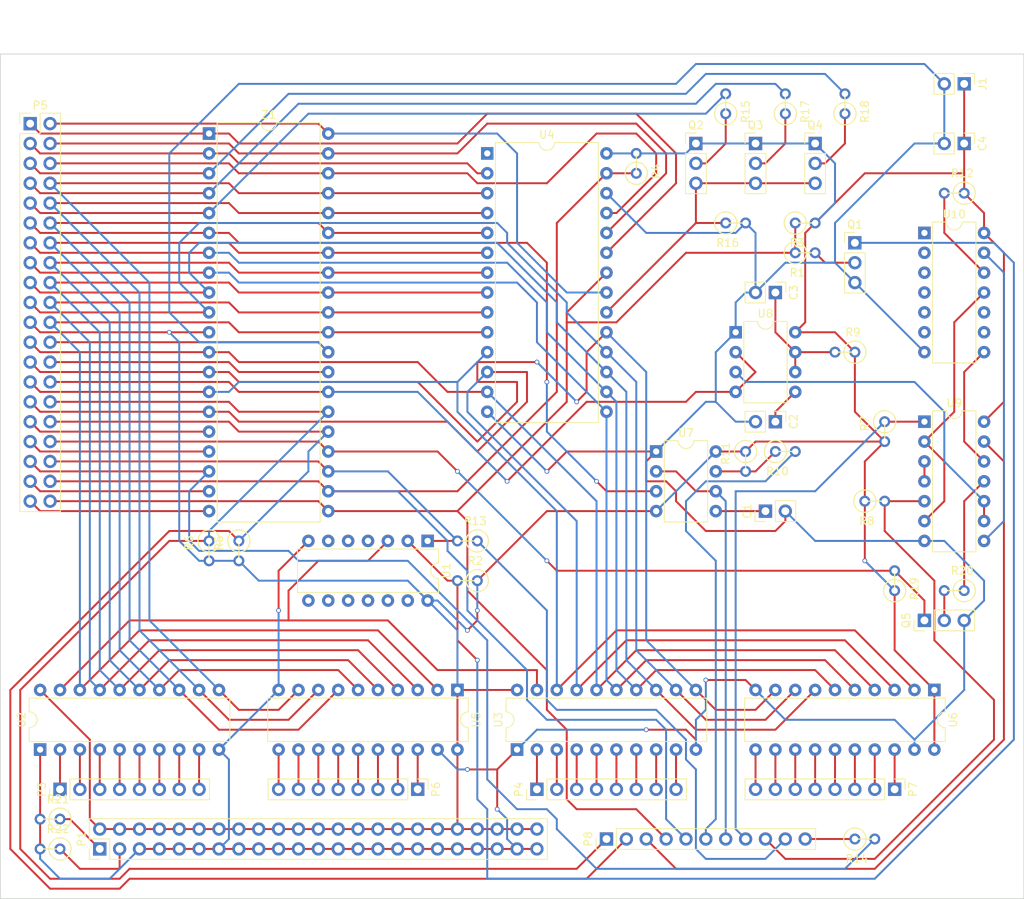
<source format=kicad_pcb>
(kicad_pcb (version 4) (host pcbnew 4.0.5)

  (general
    (links 286)
    (no_connects 0)
    (area 31.699999 56.46476 162.610001 171.500001)
    (thickness 1.6)
    (drawings 4)
    (tracks 764)
    (zones 0)
    (modules 50)
    (nets 101)
  )

  (page A4)
  (title_block
    (title "Z80 Computer")
  )

  (layers
    (0 F.Cu signal)
    (31 B.Cu signal)
    (33 F.Adhes user)
    (35 F.Paste user)
    (37 F.SilkS user)
    (39 F.Mask user)
    (40 Dwgs.User user)
    (41 Cmts.User user)
    (42 Eco1.User user)
    (43 Eco2.User user)
    (44 Edge.Cuts user)
    (45 Margin user)
    (47 F.CrtYd user)
    (49 F.Fab user)
  )

  (setup
    (last_trace_width 0.25)
    (trace_clearance 0.25)
    (zone_clearance 0.508)
    (zone_45_only no)
    (trace_min 0.2)
    (segment_width 0.2)
    (edge_width 0.1)
    (via_size 0.6)
    (via_drill 0.4)
    (via_min_size 0.4)
    (via_min_drill 0.3)
    (uvia_size 0.3)
    (uvia_drill 0.1)
    (uvias_allowed no)
    (uvia_min_size 0.2)
    (uvia_min_drill 0.1)
    (pcb_text_width 0.3)
    (pcb_text_size 1.5 1.5)
    (mod_edge_width 0.15)
    (mod_text_size 1 1)
    (mod_text_width 0.15)
    (pad_size 1.5 1.5)
    (pad_drill 0.6)
    (pad_to_mask_clearance 0)
    (aux_axis_origin 0 0)
    (visible_elements 7FFFFFFF)
    (pcbplotparams
      (layerselection 0x010a0_80000001)
      (usegerberextensions false)
      (excludeedgelayer true)
      (linewidth 0.100000)
      (plotframeref false)
      (viasonmask false)
      (mode 1)
      (useauxorigin false)
      (hpglpennumber 1)
      (hpglpenspeed 20)
      (hpglpendiameter 15)
      (hpglpenoverlay 2)
      (psnegative false)
      (psa4output false)
      (plotreference true)
      (plotvalue true)
      (plotinvisibletext false)
      (padsonsilk false)
      (subtractmaskfromsilk false)
      (outputformat 1)
      (mirror false)
      (drillshape 0)
      (scaleselection 1)
      (outputdirectory C:/Users/Baxter/Desktop/Z80Computer/gerber/))
  )

  (net 0 "")
  (net 1 "Net-(C1-Pad1)")
  (net 2 GND)
  (net 3 "Net-(C2-Pad1)")
  (net 4 "Net-(C3-Pad1)")
  (net 5 VCC)
  (net 6 "Net-(P1-Pad1)")
  (net 7 "Net-(P1-Pad3)")
  (net 8 "Net-(P3-Pad1)")
  (net 9 "Net-(P3-Pad2)")
  (net 10 "Net-(P3-Pad3)")
  (net 11 "Net-(P3-Pad4)")
  (net 12 "Net-(P3-Pad5)")
  (net 13 "Net-(P3-Pad6)")
  (net 14 "Net-(P3-Pad7)")
  (net 15 "Net-(P3-Pad8)")
  (net 16 "Net-(P4-Pad1)")
  (net 17 "Net-(P4-Pad2)")
  (net 18 "Net-(P4-Pad3)")
  (net 19 "Net-(P4-Pad4)")
  (net 20 "Net-(P4-Pad5)")
  (net 21 "Net-(P4-Pad6)")
  (net 22 "Net-(P4-Pad7)")
  (net 23 "Net-(P4-Pad8)")
  (net 24 "Net-(P5-Pad1)")
  (net 25 "Net-(P5-Pad2)")
  (net 26 "Net-(P5-Pad3)")
  (net 27 "Net-(P5-Pad4)")
  (net 28 "Net-(P5-Pad5)")
  (net 29 "Net-(P5-Pad6)")
  (net 30 "Net-(P5-Pad7)")
  (net 31 "Net-(P5-Pad8)")
  (net 32 "Net-(P5-Pad9)")
  (net 33 "Net-(P5-Pad10)")
  (net 34 CLK)
  (net 35 "Net-(P5-Pad12)")
  (net 36 "Net-(P5-Pad13)")
  (net 37 "Net-(P5-Pad14)")
  (net 38 "Net-(P5-Pad15)")
  (net 39 "Net-(P5-Pad16)")
  (net 40 "Net-(P5-Pad17)")
  (net 41 "Net-(P5-Pad18)")
  (net 42 "Net-(P5-Pad19)")
  (net 43 "Net-(P5-Pad20)")
  (net 44 "Net-(P5-Pad22)")
  (net 45 "Net-(P5-Pad23)")
  (net 46 "Net-(P5-Pad25)")
  (net 47 RFSH)
  (net 48 "Net-(P5-Pad27)")
  (net 49 M1)
  (net 50 "Net-(P5-Pad29)")
  (net 51 RESET)
  (net 52 INT)
  (net 53 BUSRQ)
  (net 54 NMI)
  (net 55 WAIT)
  (net 56 HALT)
  (net 57 BUSACK)
  (net 58 MREQ)
  (net 59 WR)
  (net 60 IOREQ)
  (net 61 RD)
  (net 62 "Net-(P6-Pad1)")
  (net 63 "Net-(P6-Pad2)")
  (net 64 "Net-(P6-Pad3)")
  (net 65 "Net-(P6-Pad4)")
  (net 66 "Net-(P6-Pad5)")
  (net 67 "Net-(P6-Pad6)")
  (net 68 "Net-(P6-Pad7)")
  (net 69 "Net-(P6-Pad8)")
  (net 70 "Net-(P7-Pad1)")
  (net 71 "Net-(P7-Pad2)")
  (net 72 "Net-(P7-Pad3)")
  (net 73 "Net-(P7-Pad4)")
  (net 74 "Net-(P7-Pad5)")
  (net 75 "Net-(P7-Pad6)")
  (net 76 "Net-(P7-Pad7)")
  (net 77 "Net-(P7-Pad8)")
  (net 78 "Net-(P8-Pad3)")
  (net 79 "Net-(P8-Pad6)")
  (net 80 "Net-(P8-Pad7)")
  (net 81 "Net-(P8-Pad8)")
  (net 82 "Net-(P8-Pad9)")
  (net 83 "Net-(P8-Pad10)")
  (net 84 "Net-(P8-Pad11)")
  (net 85 "Net-(Q1-Pad1)")
  (net 86 "Net-(Q1-Pad2)")
  (net 87 "Net-(Q2-Pad2)")
  (net 88 "Net-(Q2-Pad3)")
  (net 89 "Net-(Q3-Pad2)")
  (net 90 "Net-(Q4-Pad2)")
  (net 91 "Net-(Q5-Pad2)")
  (net 92 "Net-(R10-Pad1)")
  (net 93 "Net-(R12-Pad2)")
  (net 94 "Net-(R20-Pad1)")
  (net 95 "Net-(U1-Pad3)")
  (net 96 "Net-(U8-Pad3)")
  (net 97 "Net-(U10-Pad13)")
  (net 98 "Net-(U10-Pad11)")
  (net 99 "Net-(U9-Pad3)")
  (net 100 "Net-(U10-Pad8)")

  (net_class Default "This is the default net class."
    (clearance 0.25)
    (trace_width 0.25)
    (via_dia 0.6)
    (via_drill 0.4)
    (uvia_dia 0.3)
    (uvia_drill 0.1)
    (add_net BUSACK)
    (add_net BUSRQ)
    (add_net CLK)
    (add_net GND)
    (add_net HALT)
    (add_net INT)
    (add_net IOREQ)
    (add_net M1)
    (add_net MREQ)
    (add_net NMI)
    (add_net "Net-(C1-Pad1)")
    (add_net "Net-(C2-Pad1)")
    (add_net "Net-(C3-Pad1)")
    (add_net "Net-(P1-Pad1)")
    (add_net "Net-(P1-Pad3)")
    (add_net "Net-(P3-Pad1)")
    (add_net "Net-(P3-Pad2)")
    (add_net "Net-(P3-Pad3)")
    (add_net "Net-(P3-Pad4)")
    (add_net "Net-(P3-Pad5)")
    (add_net "Net-(P3-Pad6)")
    (add_net "Net-(P3-Pad7)")
    (add_net "Net-(P3-Pad8)")
    (add_net "Net-(P4-Pad1)")
    (add_net "Net-(P4-Pad2)")
    (add_net "Net-(P4-Pad3)")
    (add_net "Net-(P4-Pad4)")
    (add_net "Net-(P4-Pad5)")
    (add_net "Net-(P4-Pad6)")
    (add_net "Net-(P4-Pad7)")
    (add_net "Net-(P4-Pad8)")
    (add_net "Net-(P5-Pad1)")
    (add_net "Net-(P5-Pad10)")
    (add_net "Net-(P5-Pad12)")
    (add_net "Net-(P5-Pad13)")
    (add_net "Net-(P5-Pad14)")
    (add_net "Net-(P5-Pad15)")
    (add_net "Net-(P5-Pad16)")
    (add_net "Net-(P5-Pad17)")
    (add_net "Net-(P5-Pad18)")
    (add_net "Net-(P5-Pad19)")
    (add_net "Net-(P5-Pad2)")
    (add_net "Net-(P5-Pad20)")
    (add_net "Net-(P5-Pad22)")
    (add_net "Net-(P5-Pad23)")
    (add_net "Net-(P5-Pad25)")
    (add_net "Net-(P5-Pad27)")
    (add_net "Net-(P5-Pad29)")
    (add_net "Net-(P5-Pad3)")
    (add_net "Net-(P5-Pad4)")
    (add_net "Net-(P5-Pad5)")
    (add_net "Net-(P5-Pad6)")
    (add_net "Net-(P5-Pad7)")
    (add_net "Net-(P5-Pad8)")
    (add_net "Net-(P5-Pad9)")
    (add_net "Net-(P6-Pad1)")
    (add_net "Net-(P6-Pad2)")
    (add_net "Net-(P6-Pad3)")
    (add_net "Net-(P6-Pad4)")
    (add_net "Net-(P6-Pad5)")
    (add_net "Net-(P6-Pad6)")
    (add_net "Net-(P6-Pad7)")
    (add_net "Net-(P6-Pad8)")
    (add_net "Net-(P7-Pad1)")
    (add_net "Net-(P7-Pad2)")
    (add_net "Net-(P7-Pad3)")
    (add_net "Net-(P7-Pad4)")
    (add_net "Net-(P7-Pad5)")
    (add_net "Net-(P7-Pad6)")
    (add_net "Net-(P7-Pad7)")
    (add_net "Net-(P7-Pad8)")
    (add_net "Net-(P8-Pad10)")
    (add_net "Net-(P8-Pad11)")
    (add_net "Net-(P8-Pad3)")
    (add_net "Net-(P8-Pad6)")
    (add_net "Net-(P8-Pad7)")
    (add_net "Net-(P8-Pad8)")
    (add_net "Net-(P8-Pad9)")
    (add_net "Net-(Q1-Pad1)")
    (add_net "Net-(Q1-Pad2)")
    (add_net "Net-(Q2-Pad2)")
    (add_net "Net-(Q2-Pad3)")
    (add_net "Net-(Q3-Pad2)")
    (add_net "Net-(Q4-Pad2)")
    (add_net "Net-(Q5-Pad2)")
    (add_net "Net-(R10-Pad1)")
    (add_net "Net-(R12-Pad2)")
    (add_net "Net-(R20-Pad1)")
    (add_net "Net-(U1-Pad3)")
    (add_net "Net-(U10-Pad11)")
    (add_net "Net-(U10-Pad13)")
    (add_net "Net-(U10-Pad8)")
    (add_net "Net-(U8-Pad3)")
    (add_net "Net-(U9-Pad3)")
    (add_net RD)
    (add_net RESET)
    (add_net RFSH)
    (add_net VCC)
    (add_net WAIT)
    (add_net WR)
  )

  (module Housings_DIP:DIP-40_W15.24mm (layer F.Cu) (tedit 586281B5) (tstamp 58D47A75)
    (at 58.42 73.66)
    (descr "40-lead dip package, row spacing 15.24 mm (600 mils)")
    (tags "DIL DIP PDIP 2.54mm 15.24mm 600mil")
    (path /58C38420)
    (fp_text reference Z1 (at 7.62 -2.39) (layer F.SilkS)
      (effects (font (size 1 1) (thickness 0.15)))
    )
    (fp_text value Z80 (at 7.62 50.65) (layer F.Fab)
      (effects (font (size 1 1) (thickness 0.15)))
    )
    (fp_arc (start 7.62 -1.39) (end 6.62 -1.39) (angle -180) (layer F.SilkS) (width 0.12))
    (fp_line (start 1.255 -1.27) (end 14.985 -1.27) (layer F.Fab) (width 0.1))
    (fp_line (start 14.985 -1.27) (end 14.985 49.53) (layer F.Fab) (width 0.1))
    (fp_line (start 14.985 49.53) (end 0.255 49.53) (layer F.Fab) (width 0.1))
    (fp_line (start 0.255 49.53) (end 0.255 -0.27) (layer F.Fab) (width 0.1))
    (fp_line (start 0.255 -0.27) (end 1.255 -1.27) (layer F.Fab) (width 0.1))
    (fp_line (start 6.62 -1.39) (end 1.04 -1.39) (layer F.SilkS) (width 0.12))
    (fp_line (start 1.04 -1.39) (end 1.04 49.65) (layer F.SilkS) (width 0.12))
    (fp_line (start 1.04 49.65) (end 14.2 49.65) (layer F.SilkS) (width 0.12))
    (fp_line (start 14.2 49.65) (end 14.2 -1.39) (layer F.SilkS) (width 0.12))
    (fp_line (start 14.2 -1.39) (end 8.62 -1.39) (layer F.SilkS) (width 0.12))
    (fp_line (start -1.1 -1.6) (end -1.1 49.8) (layer F.CrtYd) (width 0.05))
    (fp_line (start -1.1 49.8) (end 16.3 49.8) (layer F.CrtYd) (width 0.05))
    (fp_line (start 16.3 49.8) (end 16.3 -1.6) (layer F.CrtYd) (width 0.05))
    (fp_line (start 16.3 -1.6) (end -1.1 -1.6) (layer F.CrtYd) (width 0.05))
    (pad 1 thru_hole rect (at 0 0) (size 1.6 1.6) (drill 0.8) (layers *.Cu *.Mask)
      (net 24 "Net-(P5-Pad1)"))
    (pad 21 thru_hole oval (at 15.24 48.26) (size 1.6 1.6) (drill 0.8) (layers *.Cu *.Mask)
      (net 61 RD))
    (pad 2 thru_hole oval (at 0 2.54) (size 1.6 1.6) (drill 0.8) (layers *.Cu *.Mask)
      (net 26 "Net-(P5-Pad3)"))
    (pad 22 thru_hole oval (at 15.24 45.72) (size 1.6 1.6) (drill 0.8) (layers *.Cu *.Mask)
      (net 59 WR))
    (pad 3 thru_hole oval (at 0 5.08) (size 1.6 1.6) (drill 0.8) (layers *.Cu *.Mask)
      (net 28 "Net-(P5-Pad5)"))
    (pad 23 thru_hole oval (at 15.24 43.18) (size 1.6 1.6) (drill 0.8) (layers *.Cu *.Mask)
      (net 57 BUSACK))
    (pad 4 thru_hole oval (at 0 7.62) (size 1.6 1.6) (drill 0.8) (layers *.Cu *.Mask)
      (net 30 "Net-(P5-Pad7)"))
    (pad 24 thru_hole oval (at 15.24 40.64) (size 1.6 1.6) (drill 0.8) (layers *.Cu *.Mask)
      (net 55 WAIT))
    (pad 5 thru_hole oval (at 0 10.16) (size 1.6 1.6) (drill 0.8) (layers *.Cu *.Mask)
      (net 32 "Net-(P5-Pad9)"))
    (pad 25 thru_hole oval (at 15.24 38.1) (size 1.6 1.6) (drill 0.8) (layers *.Cu *.Mask)
      (net 53 BUSRQ))
    (pad 6 thru_hole oval (at 0 12.7) (size 1.6 1.6) (drill 0.8) (layers *.Cu *.Mask)
      (net 34 CLK))
    (pad 26 thru_hole oval (at 15.24 35.56) (size 1.6 1.6) (drill 0.8) (layers *.Cu *.Mask)
      (net 51 RESET))
    (pad 7 thru_hole oval (at 0 15.24) (size 1.6 1.6) (drill 0.8) (layers *.Cu *.Mask)
      (net 36 "Net-(P5-Pad13)"))
    (pad 27 thru_hole oval (at 15.24 33.02) (size 1.6 1.6) (drill 0.8) (layers *.Cu *.Mask)
      (net 49 M1))
    (pad 8 thru_hole oval (at 0 17.78) (size 1.6 1.6) (drill 0.8) (layers *.Cu *.Mask)
      (net 38 "Net-(P5-Pad15)"))
    (pad 28 thru_hole oval (at 15.24 30.48) (size 1.6 1.6) (drill 0.8) (layers *.Cu *.Mask)
      (net 47 RFSH))
    (pad 9 thru_hole oval (at 0 20.32) (size 1.6 1.6) (drill 0.8) (layers *.Cu *.Mask)
      (net 40 "Net-(P5-Pad17)"))
    (pad 29 thru_hole oval (at 15.24 27.94) (size 1.6 1.6) (drill 0.8) (layers *.Cu *.Mask)
      (net 2 GND))
    (pad 10 thru_hole oval (at 0 22.86) (size 1.6 1.6) (drill 0.8) (layers *.Cu *.Mask)
      (net 42 "Net-(P5-Pad19)"))
    (pad 30 thru_hole oval (at 15.24 25.4) (size 1.6 1.6) (drill 0.8) (layers *.Cu *.Mask)
      (net 44 "Net-(P5-Pad22)"))
    (pad 11 thru_hole oval (at 0 25.4) (size 1.6 1.6) (drill 0.8) (layers *.Cu *.Mask)
      (net 5 VCC))
    (pad 31 thru_hole oval (at 15.24 22.86) (size 1.6 1.6) (drill 0.8) (layers *.Cu *.Mask)
      (net 43 "Net-(P5-Pad20)"))
    (pad 12 thru_hole oval (at 0 27.94) (size 1.6 1.6) (drill 0.8) (layers *.Cu *.Mask)
      (net 45 "Net-(P5-Pad23)"))
    (pad 32 thru_hole oval (at 15.24 20.32) (size 1.6 1.6) (drill 0.8) (layers *.Cu *.Mask)
      (net 41 "Net-(P5-Pad18)"))
    (pad 13 thru_hole oval (at 0 30.48) (size 1.6 1.6) (drill 0.8) (layers *.Cu *.Mask)
      (net 46 "Net-(P5-Pad25)"))
    (pad 33 thru_hole oval (at 15.24 17.78) (size 1.6 1.6) (drill 0.8) (layers *.Cu *.Mask)
      (net 39 "Net-(P5-Pad16)"))
    (pad 14 thru_hole oval (at 0 33.02) (size 1.6 1.6) (drill 0.8) (layers *.Cu *.Mask)
      (net 48 "Net-(P5-Pad27)"))
    (pad 34 thru_hole oval (at 15.24 15.24) (size 1.6 1.6) (drill 0.8) (layers *.Cu *.Mask)
      (net 37 "Net-(P5-Pad14)"))
    (pad 15 thru_hole oval (at 0 35.56) (size 1.6 1.6) (drill 0.8) (layers *.Cu *.Mask)
      (net 50 "Net-(P5-Pad29)"))
    (pad 35 thru_hole oval (at 15.24 12.7) (size 1.6 1.6) (drill 0.8) (layers *.Cu *.Mask)
      (net 35 "Net-(P5-Pad12)"))
    (pad 16 thru_hole oval (at 0 38.1) (size 1.6 1.6) (drill 0.8) (layers *.Cu *.Mask)
      (net 52 INT))
    (pad 36 thru_hole oval (at 15.24 10.16) (size 1.6 1.6) (drill 0.8) (layers *.Cu *.Mask)
      (net 33 "Net-(P5-Pad10)"))
    (pad 17 thru_hole oval (at 0 40.64) (size 1.6 1.6) (drill 0.8) (layers *.Cu *.Mask)
      (net 54 NMI))
    (pad 37 thru_hole oval (at 15.24 7.62) (size 1.6 1.6) (drill 0.8) (layers *.Cu *.Mask)
      (net 31 "Net-(P5-Pad8)"))
    (pad 18 thru_hole oval (at 0 43.18) (size 1.6 1.6) (drill 0.8) (layers *.Cu *.Mask)
      (net 56 HALT))
    (pad 38 thru_hole oval (at 15.24 5.08) (size 1.6 1.6) (drill 0.8) (layers *.Cu *.Mask)
      (net 29 "Net-(P5-Pad6)"))
    (pad 19 thru_hole oval (at 0 45.72) (size 1.6 1.6) (drill 0.8) (layers *.Cu *.Mask)
      (net 58 MREQ))
    (pad 39 thru_hole oval (at 15.24 2.54) (size 1.6 1.6) (drill 0.8) (layers *.Cu *.Mask)
      (net 27 "Net-(P5-Pad4)"))
    (pad 20 thru_hole oval (at 0 48.26) (size 1.6 1.6) (drill 0.8) (layers *.Cu *.Mask)
      (net 60 IOREQ))
    (pad 40 thru_hole oval (at 15.24 0) (size 1.6 1.6) (drill 0.8) (layers *.Cu *.Mask)
      (net 25 "Net-(P5-Pad2)"))
    (model Housings_DIP.3dshapes/DIP-40_W15.24mm.wrl
      (at (xyz 0 0 0))
      (scale (xyz 1 1 1))
      (rotate (xyz 0 0 0))
    )
  )

  (module Housings_DIP:DIP-28_W15.24mm (layer F.Cu) (tedit 586281B5) (tstamp 58D479DD)
    (at 93.98 76.2)
    (descr "28-lead dip package, row spacing 15.24 mm (600 mils)")
    (tags "DIL DIP PDIP 2.54mm 15.24mm 600mil")
    (path /58C389AB)
    (fp_text reference U4 (at 7.62 -2.39) (layer F.SilkS)
      (effects (font (size 1 1) (thickness 0.15)))
    )
    (fp_text value AS6C6264 (at 7.62 35.41) (layer F.Fab)
      (effects (font (size 1 1) (thickness 0.15)))
    )
    (fp_arc (start 7.62 -1.39) (end 6.62 -1.39) (angle -180) (layer F.SilkS) (width 0.12))
    (fp_line (start 1.255 -1.27) (end 14.985 -1.27) (layer F.Fab) (width 0.1))
    (fp_line (start 14.985 -1.27) (end 14.985 34.29) (layer F.Fab) (width 0.1))
    (fp_line (start 14.985 34.29) (end 0.255 34.29) (layer F.Fab) (width 0.1))
    (fp_line (start 0.255 34.29) (end 0.255 -0.27) (layer F.Fab) (width 0.1))
    (fp_line (start 0.255 -0.27) (end 1.255 -1.27) (layer F.Fab) (width 0.1))
    (fp_line (start 6.62 -1.39) (end 1.04 -1.39) (layer F.SilkS) (width 0.12))
    (fp_line (start 1.04 -1.39) (end 1.04 34.41) (layer F.SilkS) (width 0.12))
    (fp_line (start 1.04 34.41) (end 14.2 34.41) (layer F.SilkS) (width 0.12))
    (fp_line (start 14.2 34.41) (end 14.2 -1.39) (layer F.SilkS) (width 0.12))
    (fp_line (start 14.2 -1.39) (end 8.62 -1.39) (layer F.SilkS) (width 0.12))
    (fp_line (start -1.1 -1.6) (end -1.1 34.6) (layer F.CrtYd) (width 0.05))
    (fp_line (start -1.1 34.6) (end 16.3 34.6) (layer F.CrtYd) (width 0.05))
    (fp_line (start 16.3 34.6) (end 16.3 -1.6) (layer F.CrtYd) (width 0.05))
    (fp_line (start 16.3 -1.6) (end -1.1 -1.6) (layer F.CrtYd) (width 0.05))
    (pad 1 thru_hole rect (at 0 0) (size 1.6 1.6) (drill 0.8) (layers *.Cu *.Mask))
    (pad 15 thru_hole oval (at 15.24 33.02) (size 1.6 1.6) (drill 0.8) (layers *.Cu *.Mask)
      (net 38 "Net-(P5-Pad15)"))
    (pad 2 thru_hole oval (at 0 2.54) (size 1.6 1.6) (drill 0.8) (layers *.Cu *.Mask)
      (net 26 "Net-(P5-Pad3)"))
    (pad 16 thru_hole oval (at 15.24 30.48) (size 1.6 1.6) (drill 0.8) (layers *.Cu *.Mask)
      (net 36 "Net-(P5-Pad13)"))
    (pad 3 thru_hole oval (at 0 5.08) (size 1.6 1.6) (drill 0.8) (layers *.Cu *.Mask)
      (net 31 "Net-(P5-Pad8)"))
    (pad 17 thru_hole oval (at 15.24 27.94) (size 1.6 1.6) (drill 0.8) (layers *.Cu *.Mask)
      (net 40 "Net-(P5-Pad17)"))
    (pad 4 thru_hole oval (at 0 7.62) (size 1.6 1.6) (drill 0.8) (layers *.Cu *.Mask)
      (net 33 "Net-(P5-Pad10)"))
    (pad 18 thru_hole oval (at 15.24 25.4) (size 1.6 1.6) (drill 0.8) (layers *.Cu *.Mask)
      (net 42 "Net-(P5-Pad19)"))
    (pad 5 thru_hole oval (at 0 10.16) (size 1.6 1.6) (drill 0.8) (layers *.Cu *.Mask)
      (net 35 "Net-(P5-Pad12)"))
    (pad 19 thru_hole oval (at 15.24 22.86) (size 1.6 1.6) (drill 0.8) (layers *.Cu *.Mask)
      (net 46 "Net-(P5-Pad25)"))
    (pad 6 thru_hole oval (at 0 12.7) (size 1.6 1.6) (drill 0.8) (layers *.Cu *.Mask)
      (net 37 "Net-(P5-Pad14)"))
    (pad 20 thru_hole oval (at 15.24 20.32) (size 1.6 1.6) (drill 0.8) (layers *.Cu *.Mask)
      (net 88 "Net-(Q2-Pad3)"))
    (pad 7 thru_hole oval (at 0 15.24) (size 1.6 1.6) (drill 0.8) (layers *.Cu *.Mask)
      (net 39 "Net-(P5-Pad16)"))
    (pad 21 thru_hole oval (at 15.24 17.78) (size 1.6 1.6) (drill 0.8) (layers *.Cu *.Mask)
      (net 25 "Net-(P5-Pad2)"))
    (pad 8 thru_hole oval (at 0 17.78) (size 1.6 1.6) (drill 0.8) (layers *.Cu *.Mask)
      (net 41 "Net-(P5-Pad18)"))
    (pad 22 thru_hole oval (at 15.24 15.24) (size 1.6 1.6) (drill 0.8) (layers *.Cu *.Mask)
      (net 61 RD))
    (pad 9 thru_hole oval (at 0 20.32) (size 1.6 1.6) (drill 0.8) (layers *.Cu *.Mask)
      (net 43 "Net-(P5-Pad20)"))
    (pad 23 thru_hole oval (at 15.24 12.7) (size 1.6 1.6) (drill 0.8) (layers *.Cu *.Mask)
      (net 24 "Net-(P5-Pad1)"))
    (pad 10 thru_hole oval (at 0 22.86) (size 1.6 1.6) (drill 0.8) (layers *.Cu *.Mask)
      (net 44 "Net-(P5-Pad22)"))
    (pad 24 thru_hole oval (at 15.24 10.16) (size 1.6 1.6) (drill 0.8) (layers *.Cu *.Mask)
      (net 27 "Net-(P5-Pad4)"))
    (pad 11 thru_hole oval (at 0 25.4) (size 1.6 1.6) (drill 0.8) (layers *.Cu *.Mask)
      (net 48 "Net-(P5-Pad27)"))
    (pad 25 thru_hole oval (at 15.24 7.62) (size 1.6 1.6) (drill 0.8) (layers *.Cu *.Mask)
      (net 29 "Net-(P5-Pad6)"))
    (pad 12 thru_hole oval (at 0 27.94) (size 1.6 1.6) (drill 0.8) (layers *.Cu *.Mask)
      (net 50 "Net-(P5-Pad29)"))
    (pad 26 thru_hole oval (at 15.24 5.08) (size 1.6 1.6) (drill 0.8) (layers *.Cu *.Mask)
      (net 2 GND))
    (pad 13 thru_hole oval (at 0 30.48) (size 1.6 1.6) (drill 0.8) (layers *.Cu *.Mask)
      (net 45 "Net-(P5-Pad23)"))
    (pad 27 thru_hole oval (at 15.24 2.54) (size 1.6 1.6) (drill 0.8) (layers *.Cu *.Mask)
      (net 59 WR))
    (pad 14 thru_hole oval (at 0 33.02) (size 1.6 1.6) (drill 0.8) (layers *.Cu *.Mask)
      (net 2 GND))
    (pad 28 thru_hole oval (at 15.24 0) (size 1.6 1.6) (drill 0.8) (layers *.Cu *.Mask)
      (net 5 VCC))
    (model Housings_DIP.3dshapes/DIP-28_W15.24mm.wrl
      (at (xyz 0 0 0))
      (scale (xyz 1 1 1))
      (rotate (xyz 0 0 0))
    )
  )

  (module Pin_Headers:Pin_Header_Straight_2x20_Pitch2.54mm (layer F.Cu) (tedit 58CD4EC6) (tstamp 58D478AD)
    (at 35.56 72.39)
    (descr "Through hole straight pin header, 2x20, 2.54mm pitch, double rows")
    (tags "Through hole pin header THT 2x20 2.54mm double row")
    (path /58C3FD08)
    (fp_text reference P5 (at 1.27 -2.33) (layer F.SilkS)
      (effects (font (size 1 1) (thickness 0.15)))
    )
    (fp_text value CONN_02X20 (at 1.27 50.59) (layer F.Fab)
      (effects (font (size 1 1) (thickness 0.15)))
    )
    (fp_line (start -1.27 -1.27) (end -1.27 49.53) (layer F.Fab) (width 0.1))
    (fp_line (start -1.27 49.53) (end 3.81 49.53) (layer F.Fab) (width 0.1))
    (fp_line (start 3.81 49.53) (end 3.81 -1.27) (layer F.Fab) (width 0.1))
    (fp_line (start 3.81 -1.27) (end -1.27 -1.27) (layer F.Fab) (width 0.1))
    (fp_line (start -1.33 1.27) (end -1.33 49.59) (layer F.SilkS) (width 0.12))
    (fp_line (start -1.33 49.59) (end 3.87 49.59) (layer F.SilkS) (width 0.12))
    (fp_line (start 3.87 49.59) (end 3.87 -1.33) (layer F.SilkS) (width 0.12))
    (fp_line (start 3.87 -1.33) (end 1.27 -1.33) (layer F.SilkS) (width 0.12))
    (fp_line (start 1.27 -1.33) (end 1.27 1.27) (layer F.SilkS) (width 0.12))
    (fp_line (start 1.27 1.27) (end -1.33 1.27) (layer F.SilkS) (width 0.12))
    (fp_line (start -1.33 0) (end -1.33 -1.33) (layer F.SilkS) (width 0.12))
    (fp_line (start -1.33 -1.33) (end 0 -1.33) (layer F.SilkS) (width 0.12))
    (fp_line (start -1.8 -1.8) (end -1.8 50.05) (layer F.CrtYd) (width 0.05))
    (fp_line (start -1.8 50.05) (end 4.35 50.05) (layer F.CrtYd) (width 0.05))
    (fp_line (start 4.35 50.05) (end 4.35 -1.8) (layer F.CrtYd) (width 0.05))
    (fp_line (start 4.35 -1.8) (end -1.8 -1.8) (layer F.CrtYd) (width 0.05))
    (fp_text user %R (at 1.27 -2.33) (layer F.Fab)
      (effects (font (size 1 1) (thickness 0.15)))
    )
    (pad 1 thru_hole rect (at 0 0) (size 1.7 1.7) (drill 1) (layers *.Cu *.Mask)
      (net 24 "Net-(P5-Pad1)"))
    (pad 2 thru_hole oval (at 2.54 0) (size 1.7 1.7) (drill 1) (layers *.Cu *.Mask)
      (net 25 "Net-(P5-Pad2)"))
    (pad 3 thru_hole oval (at 0 2.54) (size 1.7 1.7) (drill 1) (layers *.Cu *.Mask)
      (net 26 "Net-(P5-Pad3)"))
    (pad 4 thru_hole oval (at 2.54 2.54) (size 1.7 1.7) (drill 1) (layers *.Cu *.Mask)
      (net 27 "Net-(P5-Pad4)"))
    (pad 5 thru_hole oval (at 0 5.08) (size 1.7 1.7) (drill 1) (layers *.Cu *.Mask)
      (net 28 "Net-(P5-Pad5)"))
    (pad 6 thru_hole oval (at 2.54 5.08) (size 1.7 1.7) (drill 1) (layers *.Cu *.Mask)
      (net 29 "Net-(P5-Pad6)"))
    (pad 7 thru_hole oval (at 0 7.62) (size 1.7 1.7) (drill 1) (layers *.Cu *.Mask)
      (net 30 "Net-(P5-Pad7)"))
    (pad 8 thru_hole oval (at 2.54 7.62) (size 1.7 1.7) (drill 1) (layers *.Cu *.Mask)
      (net 31 "Net-(P5-Pad8)"))
    (pad 9 thru_hole oval (at 0 10.16) (size 1.7 1.7) (drill 1) (layers *.Cu *.Mask)
      (net 32 "Net-(P5-Pad9)"))
    (pad 10 thru_hole oval (at 2.54 10.16) (size 1.7 1.7) (drill 1) (layers *.Cu *.Mask)
      (net 33 "Net-(P5-Pad10)"))
    (pad 11 thru_hole oval (at 0 12.7) (size 1.7 1.7) (drill 1) (layers *.Cu *.Mask)
      (net 34 CLK))
    (pad 12 thru_hole oval (at 2.54 12.7) (size 1.7 1.7) (drill 1) (layers *.Cu *.Mask)
      (net 35 "Net-(P5-Pad12)"))
    (pad 13 thru_hole oval (at 0 15.24) (size 1.7 1.7) (drill 1) (layers *.Cu *.Mask)
      (net 36 "Net-(P5-Pad13)"))
    (pad 14 thru_hole oval (at 2.54 15.24) (size 1.7 1.7) (drill 1) (layers *.Cu *.Mask)
      (net 37 "Net-(P5-Pad14)"))
    (pad 15 thru_hole oval (at 0 17.78) (size 1.7 1.7) (drill 1) (layers *.Cu *.Mask)
      (net 38 "Net-(P5-Pad15)"))
    (pad 16 thru_hole oval (at 2.54 17.78) (size 1.7 1.7) (drill 1) (layers *.Cu *.Mask)
      (net 39 "Net-(P5-Pad16)"))
    (pad 17 thru_hole oval (at 0 20.32) (size 1.7 1.7) (drill 1) (layers *.Cu *.Mask)
      (net 40 "Net-(P5-Pad17)"))
    (pad 18 thru_hole oval (at 2.54 20.32) (size 1.7 1.7) (drill 1) (layers *.Cu *.Mask)
      (net 41 "Net-(P5-Pad18)"))
    (pad 19 thru_hole oval (at 0 22.86) (size 1.7 1.7) (drill 1) (layers *.Cu *.Mask)
      (net 42 "Net-(P5-Pad19)"))
    (pad 20 thru_hole oval (at 2.54 22.86) (size 1.7 1.7) (drill 1) (layers *.Cu *.Mask)
      (net 43 "Net-(P5-Pad20)"))
    (pad 21 thru_hole oval (at 0 25.4) (size 1.7 1.7) (drill 1) (layers *.Cu *.Mask)
      (net 5 VCC))
    (pad 22 thru_hole oval (at 2.54 25.4) (size 1.7 1.7) (drill 1) (layers *.Cu *.Mask)
      (net 44 "Net-(P5-Pad22)"))
    (pad 23 thru_hole oval (at 0 27.94) (size 1.7 1.7) (drill 1) (layers *.Cu *.Mask)
      (net 45 "Net-(P5-Pad23)"))
    (pad 24 thru_hole oval (at 2.54 27.94) (size 1.7 1.7) (drill 1) (layers *.Cu *.Mask)
      (net 2 GND))
    (pad 25 thru_hole oval (at 0 30.48) (size 1.7 1.7) (drill 1) (layers *.Cu *.Mask)
      (net 46 "Net-(P5-Pad25)"))
    (pad 26 thru_hole oval (at 2.54 30.48) (size 1.7 1.7) (drill 1) (layers *.Cu *.Mask)
      (net 47 RFSH))
    (pad 27 thru_hole oval (at 0 33.02) (size 1.7 1.7) (drill 1) (layers *.Cu *.Mask)
      (net 48 "Net-(P5-Pad27)"))
    (pad 28 thru_hole oval (at 2.54 33.02) (size 1.7 1.7) (drill 1) (layers *.Cu *.Mask)
      (net 49 M1))
    (pad 29 thru_hole oval (at 0 35.56) (size 1.7 1.7) (drill 1) (layers *.Cu *.Mask)
      (net 50 "Net-(P5-Pad29)"))
    (pad 30 thru_hole oval (at 2.54 35.56) (size 1.7 1.7) (drill 1) (layers *.Cu *.Mask)
      (net 51 RESET))
    (pad 31 thru_hole oval (at 0 38.1) (size 1.7 1.7) (drill 1) (layers *.Cu *.Mask)
      (net 52 INT))
    (pad 32 thru_hole oval (at 2.54 38.1) (size 1.7 1.7) (drill 1) (layers *.Cu *.Mask)
      (net 53 BUSRQ))
    (pad 33 thru_hole oval (at 0 40.64) (size 1.7 1.7) (drill 1) (layers *.Cu *.Mask)
      (net 54 NMI))
    (pad 34 thru_hole oval (at 2.54 40.64) (size 1.7 1.7) (drill 1) (layers *.Cu *.Mask)
      (net 55 WAIT))
    (pad 35 thru_hole oval (at 0 43.18) (size 1.7 1.7) (drill 1) (layers *.Cu *.Mask)
      (net 56 HALT))
    (pad 36 thru_hole oval (at 2.54 43.18) (size 1.7 1.7) (drill 1) (layers *.Cu *.Mask)
      (net 57 BUSACK))
    (pad 37 thru_hole oval (at 0 45.72) (size 1.7 1.7) (drill 1) (layers *.Cu *.Mask)
      (net 58 MREQ))
    (pad 38 thru_hole oval (at 2.54 45.72) (size 1.7 1.7) (drill 1) (layers *.Cu *.Mask)
      (net 59 WR))
    (pad 39 thru_hole oval (at 0 48.26) (size 1.7 1.7) (drill 1) (layers *.Cu *.Mask)
      (net 60 IOREQ))
    (pad 40 thru_hole oval (at 2.54 48.26) (size 1.7 1.7) (drill 1) (layers *.Cu *.Mask)
      (net 61 RD))
    (model ${KISYS3DMOD}/Pin_Headers.3dshapes/Pin_Header_Straight_2x20_Pitch2.54mm.wrl
      (at (xyz 0.05 -0.95 0))
      (scale (xyz 1 1 1))
      (rotate (xyz 0 0 90))
    )
  )

  (module Pin_Headers:Pin_Header_Straight_1x02_Pitch2.54mm (layer F.Cu) (tedit 58CD4EC1) (tstamp 58D4781F)
    (at 129.54 121.92 90)
    (descr "Through hole straight pin header, 1x02, 2.54mm pitch, single row")
    (tags "Through hole pin header THT 1x02 2.54mm single row")
    (path /58C984B7)
    (fp_text reference C1 (at 0 -2.33 90) (layer F.SilkS)
      (effects (font (size 1 1) (thickness 0.15)))
    )
    (fp_text value 10nF (at 0 4.87 90) (layer F.Fab)
      (effects (font (size 1 1) (thickness 0.15)))
    )
    (fp_line (start -1.27 -1.27) (end -1.27 3.81) (layer F.Fab) (width 0.1))
    (fp_line (start -1.27 3.81) (end 1.27 3.81) (layer F.Fab) (width 0.1))
    (fp_line (start 1.27 3.81) (end 1.27 -1.27) (layer F.Fab) (width 0.1))
    (fp_line (start 1.27 -1.27) (end -1.27 -1.27) (layer F.Fab) (width 0.1))
    (fp_line (start -1.33 1.27) (end -1.33 3.87) (layer F.SilkS) (width 0.12))
    (fp_line (start -1.33 3.87) (end 1.33 3.87) (layer F.SilkS) (width 0.12))
    (fp_line (start 1.33 3.87) (end 1.33 1.27) (layer F.SilkS) (width 0.12))
    (fp_line (start 1.33 1.27) (end -1.33 1.27) (layer F.SilkS) (width 0.12))
    (fp_line (start -1.33 0) (end -1.33 -1.33) (layer F.SilkS) (width 0.12))
    (fp_line (start -1.33 -1.33) (end 0 -1.33) (layer F.SilkS) (width 0.12))
    (fp_line (start -1.8 -1.8) (end -1.8 4.35) (layer F.CrtYd) (width 0.05))
    (fp_line (start -1.8 4.35) (end 1.8 4.35) (layer F.CrtYd) (width 0.05))
    (fp_line (start 1.8 4.35) (end 1.8 -1.8) (layer F.CrtYd) (width 0.05))
    (fp_line (start 1.8 -1.8) (end -1.8 -1.8) (layer F.CrtYd) (width 0.05))
    (fp_text user %R (at 0 -2.33 90) (layer F.Fab)
      (effects (font (size 1 1) (thickness 0.15)))
    )
    (pad 1 thru_hole rect (at 0 0 90) (size 1.7 1.7) (drill 1) (layers *.Cu *.Mask)
      (net 1 "Net-(C1-Pad1)"))
    (pad 2 thru_hole oval (at 0 2.54 90) (size 1.7 1.7) (drill 1) (layers *.Cu *.Mask)
      (net 2 GND))
    (model ${KISYS3DMOD}/Pin_Headers.3dshapes/Pin_Header_Straight_1x02_Pitch2.54mm.wrl
      (at (xyz 0 -0.05 0))
      (scale (xyz 1 1 1))
      (rotate (xyz 0 0 90))
    )
  )

  (module Pin_Headers:Pin_Header_Straight_1x02_Pitch2.54mm (layer F.Cu) (tedit 58CD4EC1) (tstamp 58D47825)
    (at 130.81 110.49 270)
    (descr "Through hole straight pin header, 1x02, 2.54mm pitch, single row")
    (tags "Through hole pin header THT 1x02 2.54mm single row")
    (path /58C9BC15)
    (fp_text reference C2 (at 0 -2.33 270) (layer F.SilkS)
      (effects (font (size 1 1) (thickness 0.15)))
    )
    (fp_text value 10nF (at 0 4.87 270) (layer F.Fab)
      (effects (font (size 1 1) (thickness 0.15)))
    )
    (fp_line (start -1.27 -1.27) (end -1.27 3.81) (layer F.Fab) (width 0.1))
    (fp_line (start -1.27 3.81) (end 1.27 3.81) (layer F.Fab) (width 0.1))
    (fp_line (start 1.27 3.81) (end 1.27 -1.27) (layer F.Fab) (width 0.1))
    (fp_line (start 1.27 -1.27) (end -1.27 -1.27) (layer F.Fab) (width 0.1))
    (fp_line (start -1.33 1.27) (end -1.33 3.87) (layer F.SilkS) (width 0.12))
    (fp_line (start -1.33 3.87) (end 1.33 3.87) (layer F.SilkS) (width 0.12))
    (fp_line (start 1.33 3.87) (end 1.33 1.27) (layer F.SilkS) (width 0.12))
    (fp_line (start 1.33 1.27) (end -1.33 1.27) (layer F.SilkS) (width 0.12))
    (fp_line (start -1.33 0) (end -1.33 -1.33) (layer F.SilkS) (width 0.12))
    (fp_line (start -1.33 -1.33) (end 0 -1.33) (layer F.SilkS) (width 0.12))
    (fp_line (start -1.8 -1.8) (end -1.8 4.35) (layer F.CrtYd) (width 0.05))
    (fp_line (start -1.8 4.35) (end 1.8 4.35) (layer F.CrtYd) (width 0.05))
    (fp_line (start 1.8 4.35) (end 1.8 -1.8) (layer F.CrtYd) (width 0.05))
    (fp_line (start 1.8 -1.8) (end -1.8 -1.8) (layer F.CrtYd) (width 0.05))
    (fp_text user %R (at 0 -2.33 270) (layer F.Fab)
      (effects (font (size 1 1) (thickness 0.15)))
    )
    (pad 1 thru_hole rect (at 0 0 270) (size 1.7 1.7) (drill 1) (layers *.Cu *.Mask)
      (net 3 "Net-(C2-Pad1)"))
    (pad 2 thru_hole oval (at 0 2.54 270) (size 1.7 1.7) (drill 1) (layers *.Cu *.Mask)
      (net 2 GND))
    (model ${KISYS3DMOD}/Pin_Headers.3dshapes/Pin_Header_Straight_1x02_Pitch2.54mm.wrl
      (at (xyz 0 -0.05 0))
      (scale (xyz 1 1 1))
      (rotate (xyz 0 0 90))
    )
  )

  (module Pin_Headers:Pin_Header_Straight_1x02_Pitch2.54mm (layer F.Cu) (tedit 58CD4EC1) (tstamp 58D4782B)
    (at 130.81 93.98 270)
    (descr "Through hole straight pin header, 1x02, 2.54mm pitch, single row")
    (tags "Through hole pin header THT 1x02 2.54mm single row")
    (path /58C9C216)
    (fp_text reference C3 (at 0 -2.33 270) (layer F.SilkS)
      (effects (font (size 1 1) (thickness 0.15)))
    )
    (fp_text value 10nF (at 0 4.87 270) (layer F.Fab)
      (effects (font (size 1 1) (thickness 0.15)))
    )
    (fp_line (start -1.27 -1.27) (end -1.27 3.81) (layer F.Fab) (width 0.1))
    (fp_line (start -1.27 3.81) (end 1.27 3.81) (layer F.Fab) (width 0.1))
    (fp_line (start 1.27 3.81) (end 1.27 -1.27) (layer F.Fab) (width 0.1))
    (fp_line (start 1.27 -1.27) (end -1.27 -1.27) (layer F.Fab) (width 0.1))
    (fp_line (start -1.33 1.27) (end -1.33 3.87) (layer F.SilkS) (width 0.12))
    (fp_line (start -1.33 3.87) (end 1.33 3.87) (layer F.SilkS) (width 0.12))
    (fp_line (start 1.33 3.87) (end 1.33 1.27) (layer F.SilkS) (width 0.12))
    (fp_line (start 1.33 1.27) (end -1.33 1.27) (layer F.SilkS) (width 0.12))
    (fp_line (start -1.33 0) (end -1.33 -1.33) (layer F.SilkS) (width 0.12))
    (fp_line (start -1.33 -1.33) (end 0 -1.33) (layer F.SilkS) (width 0.12))
    (fp_line (start -1.8 -1.8) (end -1.8 4.35) (layer F.CrtYd) (width 0.05))
    (fp_line (start -1.8 4.35) (end 1.8 4.35) (layer F.CrtYd) (width 0.05))
    (fp_line (start 1.8 4.35) (end 1.8 -1.8) (layer F.CrtYd) (width 0.05))
    (fp_line (start 1.8 -1.8) (end -1.8 -1.8) (layer F.CrtYd) (width 0.05))
    (fp_text user %R (at 0 -2.33 270) (layer F.Fab)
      (effects (font (size 1 1) (thickness 0.15)))
    )
    (pad 1 thru_hole rect (at 0 0 270) (size 1.7 1.7) (drill 1) (layers *.Cu *.Mask)
      (net 4 "Net-(C3-Pad1)"))
    (pad 2 thru_hole oval (at 0 2.54 270) (size 1.7 1.7) (drill 1) (layers *.Cu *.Mask)
      (net 2 GND))
    (model ${KISYS3DMOD}/Pin_Headers.3dshapes/Pin_Header_Straight_1x02_Pitch2.54mm.wrl
      (at (xyz 0 -0.05 0))
      (scale (xyz 1 1 1))
      (rotate (xyz 0 0 90))
    )
  )

  (module Pin_Headers:Pin_Header_Straight_1x02_Pitch2.54mm (layer F.Cu) (tedit 58CD4EC1) (tstamp 58D47831)
    (at 154.94 74.93 270)
    (descr "Through hole straight pin header, 1x02, 2.54mm pitch, single row")
    (tags "Through hole pin header THT 1x02 2.54mm single row")
    (path /58D6FFB3)
    (fp_text reference C4 (at 0 -2.33 270) (layer F.SilkS)
      (effects (font (size 1 1) (thickness 0.15)))
    )
    (fp_text value 10uF (at 0 4.87 270) (layer F.Fab)
      (effects (font (size 1 1) (thickness 0.15)))
    )
    (fp_line (start -1.27 -1.27) (end -1.27 3.81) (layer F.Fab) (width 0.1))
    (fp_line (start -1.27 3.81) (end 1.27 3.81) (layer F.Fab) (width 0.1))
    (fp_line (start 1.27 3.81) (end 1.27 -1.27) (layer F.Fab) (width 0.1))
    (fp_line (start 1.27 -1.27) (end -1.27 -1.27) (layer F.Fab) (width 0.1))
    (fp_line (start -1.33 1.27) (end -1.33 3.87) (layer F.SilkS) (width 0.12))
    (fp_line (start -1.33 3.87) (end 1.33 3.87) (layer F.SilkS) (width 0.12))
    (fp_line (start 1.33 3.87) (end 1.33 1.27) (layer F.SilkS) (width 0.12))
    (fp_line (start 1.33 1.27) (end -1.33 1.27) (layer F.SilkS) (width 0.12))
    (fp_line (start -1.33 0) (end -1.33 -1.33) (layer F.SilkS) (width 0.12))
    (fp_line (start -1.33 -1.33) (end 0 -1.33) (layer F.SilkS) (width 0.12))
    (fp_line (start -1.8 -1.8) (end -1.8 4.35) (layer F.CrtYd) (width 0.05))
    (fp_line (start -1.8 4.35) (end 1.8 4.35) (layer F.CrtYd) (width 0.05))
    (fp_line (start 1.8 4.35) (end 1.8 -1.8) (layer F.CrtYd) (width 0.05))
    (fp_line (start 1.8 -1.8) (end -1.8 -1.8) (layer F.CrtYd) (width 0.05))
    (fp_text user %R (at 0 -2.33 270) (layer F.Fab)
      (effects (font (size 1 1) (thickness 0.15)))
    )
    (pad 1 thru_hole rect (at 0 0 270) (size 1.7 1.7) (drill 1) (layers *.Cu *.Mask)
      (net 5 VCC))
    (pad 2 thru_hole oval (at 0 2.54 270) (size 1.7 1.7) (drill 1) (layers *.Cu *.Mask)
      (net 2 GND))
    (model ${KISYS3DMOD}/Pin_Headers.3dshapes/Pin_Header_Straight_1x02_Pitch2.54mm.wrl
      (at (xyz 0 -0.05 0))
      (scale (xyz 1 1 1))
      (rotate (xyz 0 0 90))
    )
  )

  (module Pin_Headers:Pin_Header_Straight_1x02_Pitch2.54mm (layer F.Cu) (tedit 58CD4EC1) (tstamp 58D47837)
    (at 154.94 67.31 270)
    (descr "Through hole straight pin header, 1x02, 2.54mm pitch, single row")
    (tags "Through hole pin header THT 1x02 2.54mm single row")
    (path /58D1A7CA)
    (fp_text reference J1 (at 0 -2.33 270) (layer F.SilkS)
      (effects (font (size 1 1) (thickness 0.15)))
    )
    (fp_text value Screw_Terminal_Power_Input (at 0 4.87 270) (layer F.Fab)
      (effects (font (size 1 1) (thickness 0.15)))
    )
    (fp_line (start -1.27 -1.27) (end -1.27 3.81) (layer F.Fab) (width 0.1))
    (fp_line (start -1.27 3.81) (end 1.27 3.81) (layer F.Fab) (width 0.1))
    (fp_line (start 1.27 3.81) (end 1.27 -1.27) (layer F.Fab) (width 0.1))
    (fp_line (start 1.27 -1.27) (end -1.27 -1.27) (layer F.Fab) (width 0.1))
    (fp_line (start -1.33 1.27) (end -1.33 3.87) (layer F.SilkS) (width 0.12))
    (fp_line (start -1.33 3.87) (end 1.33 3.87) (layer F.SilkS) (width 0.12))
    (fp_line (start 1.33 3.87) (end 1.33 1.27) (layer F.SilkS) (width 0.12))
    (fp_line (start 1.33 1.27) (end -1.33 1.27) (layer F.SilkS) (width 0.12))
    (fp_line (start -1.33 0) (end -1.33 -1.33) (layer F.SilkS) (width 0.12))
    (fp_line (start -1.33 -1.33) (end 0 -1.33) (layer F.SilkS) (width 0.12))
    (fp_line (start -1.8 -1.8) (end -1.8 4.35) (layer F.CrtYd) (width 0.05))
    (fp_line (start -1.8 4.35) (end 1.8 4.35) (layer F.CrtYd) (width 0.05))
    (fp_line (start 1.8 4.35) (end 1.8 -1.8) (layer F.CrtYd) (width 0.05))
    (fp_line (start 1.8 -1.8) (end -1.8 -1.8) (layer F.CrtYd) (width 0.05))
    (fp_text user %R (at 0 -2.33 270) (layer F.Fab)
      (effects (font (size 1 1) (thickness 0.15)))
    )
    (pad 1 thru_hole rect (at 0 0 270) (size 1.7 1.7) (drill 1) (layers *.Cu *.Mask)
      (net 5 VCC))
    (pad 2 thru_hole oval (at 0 2.54 270) (size 1.7 1.7) (drill 1) (layers *.Cu *.Mask)
      (net 2 GND))
    (model ${KISYS3DMOD}/Pin_Headers.3dshapes/Pin_Header_Straight_1x02_Pitch2.54mm.wrl
      (at (xyz 0 -0.05 0))
      (scale (xyz 1 1 1))
      (rotate (xyz 0 0 90))
    )
  )

  (module Pin_Headers:Pin_Header_Straight_2x23_Pitch2.54mm (layer F.Cu) (tedit 58CD4EC6) (tstamp 58D47869)
    (at 44.45 165.1 90)
    (descr "Through hole straight pin header, 2x23, 2.54mm pitch, double rows")
    (tags "Through hole pin header THT 2x23 2.54mm double row")
    (path /58CE2135)
    (fp_text reference P1 (at 1.27 -2.33 90) (layer F.SilkS)
      (effects (font (size 1 1) (thickness 0.15)))
    )
    (fp_text value CONN_02X23 (at 1.27 58.21 90) (layer F.Fab)
      (effects (font (size 1 1) (thickness 0.15)))
    )
    (fp_line (start -1.27 -1.27) (end -1.27 57.15) (layer F.Fab) (width 0.1))
    (fp_line (start -1.27 57.15) (end 3.81 57.15) (layer F.Fab) (width 0.1))
    (fp_line (start 3.81 57.15) (end 3.81 -1.27) (layer F.Fab) (width 0.1))
    (fp_line (start 3.81 -1.27) (end -1.27 -1.27) (layer F.Fab) (width 0.1))
    (fp_line (start -1.33 1.27) (end -1.33 57.21) (layer F.SilkS) (width 0.12))
    (fp_line (start -1.33 57.21) (end 3.87 57.21) (layer F.SilkS) (width 0.12))
    (fp_line (start 3.87 57.21) (end 3.87 -1.33) (layer F.SilkS) (width 0.12))
    (fp_line (start 3.87 -1.33) (end 1.27 -1.33) (layer F.SilkS) (width 0.12))
    (fp_line (start 1.27 -1.33) (end 1.27 1.27) (layer F.SilkS) (width 0.12))
    (fp_line (start 1.27 1.27) (end -1.33 1.27) (layer F.SilkS) (width 0.12))
    (fp_line (start -1.33 0) (end -1.33 -1.33) (layer F.SilkS) (width 0.12))
    (fp_line (start -1.33 -1.33) (end 0 -1.33) (layer F.SilkS) (width 0.12))
    (fp_line (start -1.8 -1.8) (end -1.8 57.65) (layer F.CrtYd) (width 0.05))
    (fp_line (start -1.8 57.65) (end 4.35 57.65) (layer F.CrtYd) (width 0.05))
    (fp_line (start 4.35 57.65) (end 4.35 -1.8) (layer F.CrtYd) (width 0.05))
    (fp_line (start 4.35 -1.8) (end -1.8 -1.8) (layer F.CrtYd) (width 0.05))
    (fp_text user %R (at 1.27 -2.33 90) (layer F.Fab)
      (effects (font (size 1 1) (thickness 0.15)))
    )
    (pad 1 thru_hole rect (at 0 0 90) (size 1.7 1.7) (drill 1) (layers *.Cu *.Mask)
      (net 6 "Net-(P1-Pad1)"))
    (pad 2 thru_hole oval (at 2.54 0 90) (size 1.7 1.7) (drill 1) (layers *.Cu *.Mask)
      (net 5 VCC))
    (pad 3 thru_hole oval (at 0 2.54 90) (size 1.7 1.7) (drill 1) (layers *.Cu *.Mask)
      (net 7 "Net-(P1-Pad3)"))
    (pad 4 thru_hole oval (at 2.54 2.54 90) (size 1.7 1.7) (drill 1) (layers *.Cu *.Mask)
      (net 5 VCC))
    (pad 5 thru_hole oval (at 0 5.08 90) (size 1.7 1.7) (drill 1) (layers *.Cu *.Mask)
      (net 2 GND))
    (pad 6 thru_hole oval (at 2.54 5.08 90) (size 1.7 1.7) (drill 1) (layers *.Cu *.Mask)
      (net 5 VCC))
    (pad 7 thru_hole oval (at 0 7.62 90) (size 1.7 1.7) (drill 1) (layers *.Cu *.Mask)
      (net 2 GND))
    (pad 8 thru_hole oval (at 2.54 7.62 90) (size 1.7 1.7) (drill 1) (layers *.Cu *.Mask)
      (net 5 VCC))
    (pad 9 thru_hole oval (at 0 10.16 90) (size 1.7 1.7) (drill 1) (layers *.Cu *.Mask)
      (net 2 GND))
    (pad 10 thru_hole oval (at 2.54 10.16 90) (size 1.7 1.7) (drill 1) (layers *.Cu *.Mask)
      (net 5 VCC))
    (pad 11 thru_hole oval (at 0 12.7 90) (size 1.7 1.7) (drill 1) (layers *.Cu *.Mask)
      (net 2 GND))
    (pad 12 thru_hole oval (at 2.54 12.7 90) (size 1.7 1.7) (drill 1) (layers *.Cu *.Mask)
      (net 5 VCC))
    (pad 13 thru_hole oval (at 0 15.24 90) (size 1.7 1.7) (drill 1) (layers *.Cu *.Mask)
      (net 2 GND))
    (pad 14 thru_hole oval (at 2.54 15.24 90) (size 1.7 1.7) (drill 1) (layers *.Cu *.Mask)
      (net 5 VCC))
    (pad 15 thru_hole oval (at 0 17.78 90) (size 1.7 1.7) (drill 1) (layers *.Cu *.Mask)
      (net 2 GND))
    (pad 16 thru_hole oval (at 2.54 17.78 90) (size 1.7 1.7) (drill 1) (layers *.Cu *.Mask)
      (net 5 VCC))
    (pad 17 thru_hole oval (at 0 20.32 90) (size 1.7 1.7) (drill 1) (layers *.Cu *.Mask)
      (net 2 GND))
    (pad 18 thru_hole oval (at 2.54 20.32 90) (size 1.7 1.7) (drill 1) (layers *.Cu *.Mask)
      (net 5 VCC))
    (pad 19 thru_hole oval (at 0 22.86 90) (size 1.7 1.7) (drill 1) (layers *.Cu *.Mask)
      (net 2 GND))
    (pad 20 thru_hole oval (at 2.54 22.86 90) (size 1.7 1.7) (drill 1) (layers *.Cu *.Mask)
      (net 5 VCC))
    (pad 21 thru_hole oval (at 0 25.4 90) (size 1.7 1.7) (drill 1) (layers *.Cu *.Mask)
      (net 2 GND))
    (pad 22 thru_hole oval (at 2.54 25.4 90) (size 1.7 1.7) (drill 1) (layers *.Cu *.Mask)
      (net 5 VCC))
    (pad 23 thru_hole oval (at 0 27.94 90) (size 1.7 1.7) (drill 1) (layers *.Cu *.Mask)
      (net 2 GND))
    (pad 24 thru_hole oval (at 2.54 27.94 90) (size 1.7 1.7) (drill 1) (layers *.Cu *.Mask)
      (net 5 VCC))
    (pad 25 thru_hole oval (at 0 30.48 90) (size 1.7 1.7) (drill 1) (layers *.Cu *.Mask)
      (net 2 GND))
    (pad 26 thru_hole oval (at 2.54 30.48 90) (size 1.7 1.7) (drill 1) (layers *.Cu *.Mask)
      (net 5 VCC))
    (pad 27 thru_hole oval (at 0 33.02 90) (size 1.7 1.7) (drill 1) (layers *.Cu *.Mask)
      (net 2 GND))
    (pad 28 thru_hole oval (at 2.54 33.02 90) (size 1.7 1.7) (drill 1) (layers *.Cu *.Mask)
      (net 5 VCC))
    (pad 29 thru_hole oval (at 0 35.56 90) (size 1.7 1.7) (drill 1) (layers *.Cu *.Mask)
      (net 2 GND))
    (pad 30 thru_hole oval (at 2.54 35.56 90) (size 1.7 1.7) (drill 1) (layers *.Cu *.Mask)
      (net 5 VCC))
    (pad 31 thru_hole oval (at 0 38.1 90) (size 1.7 1.7) (drill 1) (layers *.Cu *.Mask)
      (net 2 GND))
    (pad 32 thru_hole oval (at 2.54 38.1 90) (size 1.7 1.7) (drill 1) (layers *.Cu *.Mask)
      (net 5 VCC))
    (pad 33 thru_hole oval (at 0 40.64 90) (size 1.7 1.7) (drill 1) (layers *.Cu *.Mask)
      (net 2 GND))
    (pad 34 thru_hole oval (at 2.54 40.64 90) (size 1.7 1.7) (drill 1) (layers *.Cu *.Mask)
      (net 5 VCC))
    (pad 35 thru_hole oval (at 0 43.18 90) (size 1.7 1.7) (drill 1) (layers *.Cu *.Mask)
      (net 2 GND))
    (pad 36 thru_hole oval (at 2.54 43.18 90) (size 1.7 1.7) (drill 1) (layers *.Cu *.Mask)
      (net 5 VCC))
    (pad 37 thru_hole oval (at 0 45.72 90) (size 1.7 1.7) (drill 1) (layers *.Cu *.Mask)
      (net 2 GND))
    (pad 38 thru_hole oval (at 2.54 45.72 90) (size 1.7 1.7) (drill 1) (layers *.Cu *.Mask)
      (net 5 VCC))
    (pad 39 thru_hole oval (at 0 48.26 90) (size 1.7 1.7) (drill 1) (layers *.Cu *.Mask)
      (net 2 GND))
    (pad 40 thru_hole oval (at 2.54 48.26 90) (size 1.7 1.7) (drill 1) (layers *.Cu *.Mask)
      (net 5 VCC))
    (pad 41 thru_hole oval (at 0 50.8 90) (size 1.7 1.7) (drill 1) (layers *.Cu *.Mask)
      (net 2 GND))
    (pad 42 thru_hole oval (at 2.54 50.8 90) (size 1.7 1.7) (drill 1) (layers *.Cu *.Mask)
      (net 5 VCC))
    (pad 43 thru_hole oval (at 0 53.34 90) (size 1.7 1.7) (drill 1) (layers *.Cu *.Mask)
      (net 2 GND))
    (pad 44 thru_hole oval (at 2.54 53.34 90) (size 1.7 1.7) (drill 1) (layers *.Cu *.Mask)
      (net 5 VCC))
    (pad 45 thru_hole oval (at 0 55.88 90) (size 1.7 1.7) (drill 1) (layers *.Cu *.Mask)
      (net 2 GND))
    (pad 46 thru_hole oval (at 2.54 55.88 90) (size 1.7 1.7) (drill 1) (layers *.Cu *.Mask)
      (net 5 VCC))
    (model ${KISYS3DMOD}/Pin_Headers.3dshapes/Pin_Header_Straight_2x23_Pitch2.54mm.wrl
      (at (xyz 0.05 -1.1 0))
      (scale (xyz 1 1 1))
      (rotate (xyz 0 0 90))
    )
  )

  (module Pin_Headers:Pin_Header_Straight_1x08_Pitch2.54mm (layer F.Cu) (tedit 58CD4EC1) (tstamp 58D47875)
    (at 39.37 157.48 90)
    (descr "Through hole straight pin header, 1x08, 2.54mm pitch, single row")
    (tags "Through hole pin header THT 1x08 2.54mm single row")
    (path /58C3C27E)
    (fp_text reference P3 (at 0 -2.33 90) (layer F.SilkS)
      (effects (font (size 1 1) (thickness 0.15)))
    )
    (fp_text value CONN_01X08 (at 0 20.11 90) (layer F.Fab)
      (effects (font (size 1 1) (thickness 0.15)))
    )
    (fp_line (start -1.27 -1.27) (end -1.27 19.05) (layer F.Fab) (width 0.1))
    (fp_line (start -1.27 19.05) (end 1.27 19.05) (layer F.Fab) (width 0.1))
    (fp_line (start 1.27 19.05) (end 1.27 -1.27) (layer F.Fab) (width 0.1))
    (fp_line (start 1.27 -1.27) (end -1.27 -1.27) (layer F.Fab) (width 0.1))
    (fp_line (start -1.33 1.27) (end -1.33 19.11) (layer F.SilkS) (width 0.12))
    (fp_line (start -1.33 19.11) (end 1.33 19.11) (layer F.SilkS) (width 0.12))
    (fp_line (start 1.33 19.11) (end 1.33 1.27) (layer F.SilkS) (width 0.12))
    (fp_line (start 1.33 1.27) (end -1.33 1.27) (layer F.SilkS) (width 0.12))
    (fp_line (start -1.33 0) (end -1.33 -1.33) (layer F.SilkS) (width 0.12))
    (fp_line (start -1.33 -1.33) (end 0 -1.33) (layer F.SilkS) (width 0.12))
    (fp_line (start -1.8 -1.8) (end -1.8 19.55) (layer F.CrtYd) (width 0.05))
    (fp_line (start -1.8 19.55) (end 1.8 19.55) (layer F.CrtYd) (width 0.05))
    (fp_line (start 1.8 19.55) (end 1.8 -1.8) (layer F.CrtYd) (width 0.05))
    (fp_line (start 1.8 -1.8) (end -1.8 -1.8) (layer F.CrtYd) (width 0.05))
    (fp_text user %R (at 0 -2.33 90) (layer F.Fab)
      (effects (font (size 1 1) (thickness 0.15)))
    )
    (pad 1 thru_hole rect (at 0 0 90) (size 1.7 1.7) (drill 1) (layers *.Cu *.Mask)
      (net 8 "Net-(P3-Pad1)"))
    (pad 2 thru_hole oval (at 0 2.54 90) (size 1.7 1.7) (drill 1) (layers *.Cu *.Mask)
      (net 9 "Net-(P3-Pad2)"))
    (pad 3 thru_hole oval (at 0 5.08 90) (size 1.7 1.7) (drill 1) (layers *.Cu *.Mask)
      (net 10 "Net-(P3-Pad3)"))
    (pad 4 thru_hole oval (at 0 7.62 90) (size 1.7 1.7) (drill 1) (layers *.Cu *.Mask)
      (net 11 "Net-(P3-Pad4)"))
    (pad 5 thru_hole oval (at 0 10.16 90) (size 1.7 1.7) (drill 1) (layers *.Cu *.Mask)
      (net 12 "Net-(P3-Pad5)"))
    (pad 6 thru_hole oval (at 0 12.7 90) (size 1.7 1.7) (drill 1) (layers *.Cu *.Mask)
      (net 13 "Net-(P3-Pad6)"))
    (pad 7 thru_hole oval (at 0 15.24 90) (size 1.7 1.7) (drill 1) (layers *.Cu *.Mask)
      (net 14 "Net-(P3-Pad7)"))
    (pad 8 thru_hole oval (at 0 17.78 90) (size 1.7 1.7) (drill 1) (layers *.Cu *.Mask)
      (net 15 "Net-(P3-Pad8)"))
    (model ${KISYS3DMOD}/Pin_Headers.3dshapes/Pin_Header_Straight_1x08_Pitch2.54mm.wrl
      (at (xyz 0 -0.35 0))
      (scale (xyz 1 1 1))
      (rotate (xyz 0 0 90))
    )
  )

  (module Pin_Headers:Pin_Header_Straight_1x08_Pitch2.54mm (layer F.Cu) (tedit 58CD4EC1) (tstamp 58D47881)
    (at 100.33 157.48 90)
    (descr "Through hole straight pin header, 1x08, 2.54mm pitch, single row")
    (tags "Through hole pin header THT 1x08 2.54mm single row")
    (path /58C3C220)
    (fp_text reference P4 (at 0 -2.33 90) (layer F.SilkS)
      (effects (font (size 1 1) (thickness 0.15)))
    )
    (fp_text value CONN_01X08 (at 0 20.11 90) (layer F.Fab)
      (effects (font (size 1 1) (thickness 0.15)))
    )
    (fp_line (start -1.27 -1.27) (end -1.27 19.05) (layer F.Fab) (width 0.1))
    (fp_line (start -1.27 19.05) (end 1.27 19.05) (layer F.Fab) (width 0.1))
    (fp_line (start 1.27 19.05) (end 1.27 -1.27) (layer F.Fab) (width 0.1))
    (fp_line (start 1.27 -1.27) (end -1.27 -1.27) (layer F.Fab) (width 0.1))
    (fp_line (start -1.33 1.27) (end -1.33 19.11) (layer F.SilkS) (width 0.12))
    (fp_line (start -1.33 19.11) (end 1.33 19.11) (layer F.SilkS) (width 0.12))
    (fp_line (start 1.33 19.11) (end 1.33 1.27) (layer F.SilkS) (width 0.12))
    (fp_line (start 1.33 1.27) (end -1.33 1.27) (layer F.SilkS) (width 0.12))
    (fp_line (start -1.33 0) (end -1.33 -1.33) (layer F.SilkS) (width 0.12))
    (fp_line (start -1.33 -1.33) (end 0 -1.33) (layer F.SilkS) (width 0.12))
    (fp_line (start -1.8 -1.8) (end -1.8 19.55) (layer F.CrtYd) (width 0.05))
    (fp_line (start -1.8 19.55) (end 1.8 19.55) (layer F.CrtYd) (width 0.05))
    (fp_line (start 1.8 19.55) (end 1.8 -1.8) (layer F.CrtYd) (width 0.05))
    (fp_line (start 1.8 -1.8) (end -1.8 -1.8) (layer F.CrtYd) (width 0.05))
    (fp_text user %R (at 0 -2.33 90) (layer F.Fab)
      (effects (font (size 1 1) (thickness 0.15)))
    )
    (pad 1 thru_hole rect (at 0 0 90) (size 1.7 1.7) (drill 1) (layers *.Cu *.Mask)
      (net 16 "Net-(P4-Pad1)"))
    (pad 2 thru_hole oval (at 0 2.54 90) (size 1.7 1.7) (drill 1) (layers *.Cu *.Mask)
      (net 17 "Net-(P4-Pad2)"))
    (pad 3 thru_hole oval (at 0 5.08 90) (size 1.7 1.7) (drill 1) (layers *.Cu *.Mask)
      (net 18 "Net-(P4-Pad3)"))
    (pad 4 thru_hole oval (at 0 7.62 90) (size 1.7 1.7) (drill 1) (layers *.Cu *.Mask)
      (net 19 "Net-(P4-Pad4)"))
    (pad 5 thru_hole oval (at 0 10.16 90) (size 1.7 1.7) (drill 1) (layers *.Cu *.Mask)
      (net 20 "Net-(P4-Pad5)"))
    (pad 6 thru_hole oval (at 0 12.7 90) (size 1.7 1.7) (drill 1) (layers *.Cu *.Mask)
      (net 21 "Net-(P4-Pad6)"))
    (pad 7 thru_hole oval (at 0 15.24 90) (size 1.7 1.7) (drill 1) (layers *.Cu *.Mask)
      (net 22 "Net-(P4-Pad7)"))
    (pad 8 thru_hole oval (at 0 17.78 90) (size 1.7 1.7) (drill 1) (layers *.Cu *.Mask)
      (net 23 "Net-(P4-Pad8)"))
    (model ${KISYS3DMOD}/Pin_Headers.3dshapes/Pin_Header_Straight_1x08_Pitch2.54mm.wrl
      (at (xyz 0 -0.35 0))
      (scale (xyz 1 1 1))
      (rotate (xyz 0 0 90))
    )
  )

  (module Pin_Headers:Pin_Header_Straight_1x08_Pitch2.54mm (layer F.Cu) (tedit 58CD4EC1) (tstamp 58D478B9)
    (at 85.09 157.48 270)
    (descr "Through hole straight pin header, 1x08, 2.54mm pitch, single row")
    (tags "Through hole pin header THT 1x08 2.54mm single row")
    (path /58C3C034)
    (fp_text reference P6 (at 0 -2.33 270) (layer F.SilkS)
      (effects (font (size 1 1) (thickness 0.15)))
    )
    (fp_text value CONN_01X08 (at 0 20.11 270) (layer F.Fab)
      (effects (font (size 1 1) (thickness 0.15)))
    )
    (fp_line (start -1.27 -1.27) (end -1.27 19.05) (layer F.Fab) (width 0.1))
    (fp_line (start -1.27 19.05) (end 1.27 19.05) (layer F.Fab) (width 0.1))
    (fp_line (start 1.27 19.05) (end 1.27 -1.27) (layer F.Fab) (width 0.1))
    (fp_line (start 1.27 -1.27) (end -1.27 -1.27) (layer F.Fab) (width 0.1))
    (fp_line (start -1.33 1.27) (end -1.33 19.11) (layer F.SilkS) (width 0.12))
    (fp_line (start -1.33 19.11) (end 1.33 19.11) (layer F.SilkS) (width 0.12))
    (fp_line (start 1.33 19.11) (end 1.33 1.27) (layer F.SilkS) (width 0.12))
    (fp_line (start 1.33 1.27) (end -1.33 1.27) (layer F.SilkS) (width 0.12))
    (fp_line (start -1.33 0) (end -1.33 -1.33) (layer F.SilkS) (width 0.12))
    (fp_line (start -1.33 -1.33) (end 0 -1.33) (layer F.SilkS) (width 0.12))
    (fp_line (start -1.8 -1.8) (end -1.8 19.55) (layer F.CrtYd) (width 0.05))
    (fp_line (start -1.8 19.55) (end 1.8 19.55) (layer F.CrtYd) (width 0.05))
    (fp_line (start 1.8 19.55) (end 1.8 -1.8) (layer F.CrtYd) (width 0.05))
    (fp_line (start 1.8 -1.8) (end -1.8 -1.8) (layer F.CrtYd) (width 0.05))
    (fp_text user %R (at 0 -2.33 270) (layer F.Fab)
      (effects (font (size 1 1) (thickness 0.15)))
    )
    (pad 1 thru_hole rect (at 0 0 270) (size 1.7 1.7) (drill 1) (layers *.Cu *.Mask)
      (net 62 "Net-(P6-Pad1)"))
    (pad 2 thru_hole oval (at 0 2.54 270) (size 1.7 1.7) (drill 1) (layers *.Cu *.Mask)
      (net 63 "Net-(P6-Pad2)"))
    (pad 3 thru_hole oval (at 0 5.08 270) (size 1.7 1.7) (drill 1) (layers *.Cu *.Mask)
      (net 64 "Net-(P6-Pad3)"))
    (pad 4 thru_hole oval (at 0 7.62 270) (size 1.7 1.7) (drill 1) (layers *.Cu *.Mask)
      (net 65 "Net-(P6-Pad4)"))
    (pad 5 thru_hole oval (at 0 10.16 270) (size 1.7 1.7) (drill 1) (layers *.Cu *.Mask)
      (net 66 "Net-(P6-Pad5)"))
    (pad 6 thru_hole oval (at 0 12.7 270) (size 1.7 1.7) (drill 1) (layers *.Cu *.Mask)
      (net 67 "Net-(P6-Pad6)"))
    (pad 7 thru_hole oval (at 0 15.24 270) (size 1.7 1.7) (drill 1) (layers *.Cu *.Mask)
      (net 68 "Net-(P6-Pad7)"))
    (pad 8 thru_hole oval (at 0 17.78 270) (size 1.7 1.7) (drill 1) (layers *.Cu *.Mask)
      (net 69 "Net-(P6-Pad8)"))
    (model ${KISYS3DMOD}/Pin_Headers.3dshapes/Pin_Header_Straight_1x08_Pitch2.54mm.wrl
      (at (xyz 0 -0.35 0))
      (scale (xyz 1 1 1))
      (rotate (xyz 0 0 90))
    )
  )

  (module Pin_Headers:Pin_Header_Straight_1x08_Pitch2.54mm (layer F.Cu) (tedit 58CD4EC1) (tstamp 58D478C5)
    (at 146.05 157.48 270)
    (descr "Through hole straight pin header, 1x08, 2.54mm pitch, single row")
    (tags "Through hole pin header THT 1x08 2.54mm single row")
    (path /58C3C0A1)
    (fp_text reference P7 (at 0 -2.33 270) (layer F.SilkS)
      (effects (font (size 1 1) (thickness 0.15)))
    )
    (fp_text value CONN_01X08 (at 0 20.11 270) (layer F.Fab)
      (effects (font (size 1 1) (thickness 0.15)))
    )
    (fp_line (start -1.27 -1.27) (end -1.27 19.05) (layer F.Fab) (width 0.1))
    (fp_line (start -1.27 19.05) (end 1.27 19.05) (layer F.Fab) (width 0.1))
    (fp_line (start 1.27 19.05) (end 1.27 -1.27) (layer F.Fab) (width 0.1))
    (fp_line (start 1.27 -1.27) (end -1.27 -1.27) (layer F.Fab) (width 0.1))
    (fp_line (start -1.33 1.27) (end -1.33 19.11) (layer F.SilkS) (width 0.12))
    (fp_line (start -1.33 19.11) (end 1.33 19.11) (layer F.SilkS) (width 0.12))
    (fp_line (start 1.33 19.11) (end 1.33 1.27) (layer F.SilkS) (width 0.12))
    (fp_line (start 1.33 1.27) (end -1.33 1.27) (layer F.SilkS) (width 0.12))
    (fp_line (start -1.33 0) (end -1.33 -1.33) (layer F.SilkS) (width 0.12))
    (fp_line (start -1.33 -1.33) (end 0 -1.33) (layer F.SilkS) (width 0.12))
    (fp_line (start -1.8 -1.8) (end -1.8 19.55) (layer F.CrtYd) (width 0.05))
    (fp_line (start -1.8 19.55) (end 1.8 19.55) (layer F.CrtYd) (width 0.05))
    (fp_line (start 1.8 19.55) (end 1.8 -1.8) (layer F.CrtYd) (width 0.05))
    (fp_line (start 1.8 -1.8) (end -1.8 -1.8) (layer F.CrtYd) (width 0.05))
    (fp_text user %R (at 0 -2.33 270) (layer F.Fab)
      (effects (font (size 1 1) (thickness 0.15)))
    )
    (pad 1 thru_hole rect (at 0 0 270) (size 1.7 1.7) (drill 1) (layers *.Cu *.Mask)
      (net 70 "Net-(P7-Pad1)"))
    (pad 2 thru_hole oval (at 0 2.54 270) (size 1.7 1.7) (drill 1) (layers *.Cu *.Mask)
      (net 71 "Net-(P7-Pad2)"))
    (pad 3 thru_hole oval (at 0 5.08 270) (size 1.7 1.7) (drill 1) (layers *.Cu *.Mask)
      (net 72 "Net-(P7-Pad3)"))
    (pad 4 thru_hole oval (at 0 7.62 270) (size 1.7 1.7) (drill 1) (layers *.Cu *.Mask)
      (net 73 "Net-(P7-Pad4)"))
    (pad 5 thru_hole oval (at 0 10.16 270) (size 1.7 1.7) (drill 1) (layers *.Cu *.Mask)
      (net 74 "Net-(P7-Pad5)"))
    (pad 6 thru_hole oval (at 0 12.7 270) (size 1.7 1.7) (drill 1) (layers *.Cu *.Mask)
      (net 75 "Net-(P7-Pad6)"))
    (pad 7 thru_hole oval (at 0 15.24 270) (size 1.7 1.7) (drill 1) (layers *.Cu *.Mask)
      (net 76 "Net-(P7-Pad7)"))
    (pad 8 thru_hole oval (at 0 17.78 270) (size 1.7 1.7) (drill 1) (layers *.Cu *.Mask)
      (net 77 "Net-(P7-Pad8)"))
    (model ${KISYS3DMOD}/Pin_Headers.3dshapes/Pin_Header_Straight_1x08_Pitch2.54mm.wrl
      (at (xyz 0 -0.35 0))
      (scale (xyz 1 1 1))
      (rotate (xyz 0 0 90))
    )
  )

  (module Pin_Headers:Pin_Header_Straight_1x11_Pitch2.54mm (layer F.Cu) (tedit 58CD4EC2) (tstamp 58D478D4)
    (at 109.22 163.83 90)
    (descr "Through hole straight pin header, 1x11, 2.54mm pitch, single row")
    (tags "Through hole pin header THT 1x11 2.54mm single row")
    (path /58D13EB7)
    (fp_text reference P8 (at 0 -2.33 90) (layer F.SilkS)
      (effects (font (size 1 1) (thickness 0.15)))
    )
    (fp_text value CONN_01X11 (at 0 27.73 90) (layer F.Fab)
      (effects (font (size 1 1) (thickness 0.15)))
    )
    (fp_line (start -1.27 -1.27) (end -1.27 26.67) (layer F.Fab) (width 0.1))
    (fp_line (start -1.27 26.67) (end 1.27 26.67) (layer F.Fab) (width 0.1))
    (fp_line (start 1.27 26.67) (end 1.27 -1.27) (layer F.Fab) (width 0.1))
    (fp_line (start 1.27 -1.27) (end -1.27 -1.27) (layer F.Fab) (width 0.1))
    (fp_line (start -1.33 1.27) (end -1.33 26.73) (layer F.SilkS) (width 0.12))
    (fp_line (start -1.33 26.73) (end 1.33 26.73) (layer F.SilkS) (width 0.12))
    (fp_line (start 1.33 26.73) (end 1.33 1.27) (layer F.SilkS) (width 0.12))
    (fp_line (start 1.33 1.27) (end -1.33 1.27) (layer F.SilkS) (width 0.12))
    (fp_line (start -1.33 0) (end -1.33 -1.33) (layer F.SilkS) (width 0.12))
    (fp_line (start -1.33 -1.33) (end 0 -1.33) (layer F.SilkS) (width 0.12))
    (fp_line (start -1.8 -1.8) (end -1.8 27.2) (layer F.CrtYd) (width 0.05))
    (fp_line (start -1.8 27.2) (end 1.8 27.2) (layer F.CrtYd) (width 0.05))
    (fp_line (start 1.8 27.2) (end 1.8 -1.8) (layer F.CrtYd) (width 0.05))
    (fp_line (start 1.8 -1.8) (end -1.8 -1.8) (layer F.CrtYd) (width 0.05))
    (fp_text user %R (at 0 -2.33 90) (layer F.Fab)
      (effects (font (size 1 1) (thickness 0.15)))
    )
    (pad 1 thru_hole rect (at 0 0 90) (size 1.7 1.7) (drill 1) (layers *.Cu *.Mask)
      (net 51 RESET))
    (pad 2 thru_hole oval (at 0 2.54 90) (size 1.7 1.7) (drill 1) (layers *.Cu *.Mask)
      (net 53 BUSRQ))
    (pad 3 thru_hole oval (at 0 5.08 90) (size 1.7 1.7) (drill 1) (layers *.Cu *.Mask)
      (net 78 "Net-(P8-Pad3)"))
    (pad 4 thru_hole oval (at 0 7.62 90) (size 1.7 1.7) (drill 1) (layers *.Cu *.Mask)
      (net 61 RD))
    (pad 5 thru_hole oval (at 0 10.16 90) (size 1.7 1.7) (drill 1) (layers *.Cu *.Mask)
      (net 59 WR))
    (pad 6 thru_hole oval (at 0 12.7 90) (size 1.7 1.7) (drill 1) (layers *.Cu *.Mask)
      (net 79 "Net-(P8-Pad6)"))
    (pad 7 thru_hole oval (at 0 15.24 90) (size 1.7 1.7) (drill 1) (layers *.Cu *.Mask)
      (net 80 "Net-(P8-Pad7)"))
    (pad 8 thru_hole oval (at 0 17.78 90) (size 1.7 1.7) (drill 1) (layers *.Cu *.Mask)
      (net 81 "Net-(P8-Pad8)"))
    (pad 9 thru_hole oval (at 0 20.32 90) (size 1.7 1.7) (drill 1) (layers *.Cu *.Mask)
      (net 82 "Net-(P8-Pad9)"))
    (pad 10 thru_hole oval (at 0 22.86 90) (size 1.7 1.7) (drill 1) (layers *.Cu *.Mask)
      (net 83 "Net-(P8-Pad10)"))
    (pad 11 thru_hole oval (at 0 25.4 90) (size 1.7 1.7) (drill 1) (layers *.Cu *.Mask)
      (net 84 "Net-(P8-Pad11)"))
    (model ${KISYS3DMOD}/Pin_Headers.3dshapes/Pin_Header_Straight_1x11_Pitch2.54mm.wrl
      (at (xyz 0 -0.5 0))
      (scale (xyz 1 1 1))
      (rotate (xyz 0 0 90))
    )
  )

  (module Pin_Headers:Pin_Header_Straight_1x03_Pitch2.54mm (layer F.Cu) (tedit 58CD4EC1) (tstamp 58D478DB)
    (at 140.97 87.63)
    (descr "Through hole straight pin header, 1x03, 2.54mm pitch, single row")
    (tags "Through hole pin header THT 1x03 2.54mm single row")
    (path /58CDF703)
    (fp_text reference Q1 (at 0 -2.33) (layer F.SilkS)
      (effects (font (size 1 1) (thickness 0.15)))
    )
    (fp_text value Q_NPN_CBE (at 0 7.41) (layer F.Fab)
      (effects (font (size 1 1) (thickness 0.15)))
    )
    (fp_line (start -1.27 -1.27) (end -1.27 6.35) (layer F.Fab) (width 0.1))
    (fp_line (start -1.27 6.35) (end 1.27 6.35) (layer F.Fab) (width 0.1))
    (fp_line (start 1.27 6.35) (end 1.27 -1.27) (layer F.Fab) (width 0.1))
    (fp_line (start 1.27 -1.27) (end -1.27 -1.27) (layer F.Fab) (width 0.1))
    (fp_line (start -1.33 1.27) (end -1.33 6.41) (layer F.SilkS) (width 0.12))
    (fp_line (start -1.33 6.41) (end 1.33 6.41) (layer F.SilkS) (width 0.12))
    (fp_line (start 1.33 6.41) (end 1.33 1.27) (layer F.SilkS) (width 0.12))
    (fp_line (start 1.33 1.27) (end -1.33 1.27) (layer F.SilkS) (width 0.12))
    (fp_line (start -1.33 0) (end -1.33 -1.33) (layer F.SilkS) (width 0.12))
    (fp_line (start -1.33 -1.33) (end 0 -1.33) (layer F.SilkS) (width 0.12))
    (fp_line (start -1.8 -1.8) (end -1.8 6.85) (layer F.CrtYd) (width 0.05))
    (fp_line (start -1.8 6.85) (end 1.8 6.85) (layer F.CrtYd) (width 0.05))
    (fp_line (start 1.8 6.85) (end 1.8 -1.8) (layer F.CrtYd) (width 0.05))
    (fp_line (start 1.8 -1.8) (end -1.8 -1.8) (layer F.CrtYd) (width 0.05))
    (fp_text user %R (at 0 -2.33) (layer F.Fab)
      (effects (font (size 1 1) (thickness 0.15)))
    )
    (pad 1 thru_hole rect (at 0 0) (size 1.7 1.7) (drill 1) (layers *.Cu *.Mask)
      (net 85 "Net-(Q1-Pad1)"))
    (pad 2 thru_hole oval (at 0 2.54) (size 1.7 1.7) (drill 1) (layers *.Cu *.Mask)
      (net 86 "Net-(Q1-Pad2)"))
    (pad 3 thru_hole oval (at 0 5.08) (size 1.7 1.7) (drill 1) (layers *.Cu *.Mask)
      (net 2 GND))
    (model ${KISYS3DMOD}/Pin_Headers.3dshapes/Pin_Header_Straight_1x03_Pitch2.54mm.wrl
      (at (xyz 0 -0.1 0))
      (scale (xyz 1 1 1))
      (rotate (xyz 0 0 90))
    )
  )

  (module Pin_Headers:Pin_Header_Straight_1x03_Pitch2.54mm (layer F.Cu) (tedit 58CD4EC1) (tstamp 58D478E2)
    (at 120.65 74.93)
    (descr "Through hole straight pin header, 1x03, 2.54mm pitch, single row")
    (tags "Through hole pin header THT 1x03 2.54mm single row")
    (path /58D4A2DD)
    (fp_text reference Q2 (at 0 -2.33) (layer F.SilkS)
      (effects (font (size 1 1) (thickness 0.15)))
    )
    (fp_text value Q_NPN_CBE (at 0 7.41) (layer F.Fab)
      (effects (font (size 1 1) (thickness 0.15)))
    )
    (fp_line (start -1.27 -1.27) (end -1.27 6.35) (layer F.Fab) (width 0.1))
    (fp_line (start -1.27 6.35) (end 1.27 6.35) (layer F.Fab) (width 0.1))
    (fp_line (start 1.27 6.35) (end 1.27 -1.27) (layer F.Fab) (width 0.1))
    (fp_line (start 1.27 -1.27) (end -1.27 -1.27) (layer F.Fab) (width 0.1))
    (fp_line (start -1.33 1.27) (end -1.33 6.41) (layer F.SilkS) (width 0.12))
    (fp_line (start -1.33 6.41) (end 1.33 6.41) (layer F.SilkS) (width 0.12))
    (fp_line (start 1.33 6.41) (end 1.33 1.27) (layer F.SilkS) (width 0.12))
    (fp_line (start 1.33 1.27) (end -1.33 1.27) (layer F.SilkS) (width 0.12))
    (fp_line (start -1.33 0) (end -1.33 -1.33) (layer F.SilkS) (width 0.12))
    (fp_line (start -1.33 -1.33) (end 0 -1.33) (layer F.SilkS) (width 0.12))
    (fp_line (start -1.8 -1.8) (end -1.8 6.85) (layer F.CrtYd) (width 0.05))
    (fp_line (start -1.8 6.85) (end 1.8 6.85) (layer F.CrtYd) (width 0.05))
    (fp_line (start 1.8 6.85) (end 1.8 -1.8) (layer F.CrtYd) (width 0.05))
    (fp_line (start 1.8 -1.8) (end -1.8 -1.8) (layer F.CrtYd) (width 0.05))
    (fp_text user %R (at 0 -2.33) (layer F.Fab)
      (effects (font (size 1 1) (thickness 0.15)))
    )
    (pad 1 thru_hole rect (at 0 0) (size 1.7 1.7) (drill 1) (layers *.Cu *.Mask)
      (net 5 VCC))
    (pad 2 thru_hole oval (at 0 2.54) (size 1.7 1.7) (drill 1) (layers *.Cu *.Mask)
      (net 87 "Net-(Q2-Pad2)"))
    (pad 3 thru_hole oval (at 0 5.08) (size 1.7 1.7) (drill 1) (layers *.Cu *.Mask)
      (net 88 "Net-(Q2-Pad3)"))
    (model ${KISYS3DMOD}/Pin_Headers.3dshapes/Pin_Header_Straight_1x03_Pitch2.54mm.wrl
      (at (xyz 0 -0.1 0))
      (scale (xyz 1 1 1))
      (rotate (xyz 0 0 90))
    )
  )

  (module Pin_Headers:Pin_Header_Straight_1x03_Pitch2.54mm (layer F.Cu) (tedit 58CD4EC1) (tstamp 58D478E9)
    (at 128.27 74.93)
    (descr "Through hole straight pin header, 1x03, 2.54mm pitch, single row")
    (tags "Through hole pin header THT 1x03 2.54mm single row")
    (path /58D4A4D3)
    (fp_text reference Q3 (at 0 -2.33) (layer F.SilkS)
      (effects (font (size 1 1) (thickness 0.15)))
    )
    (fp_text value Q_NPN_CBE (at 0 7.41) (layer F.Fab)
      (effects (font (size 1 1) (thickness 0.15)))
    )
    (fp_line (start -1.27 -1.27) (end -1.27 6.35) (layer F.Fab) (width 0.1))
    (fp_line (start -1.27 6.35) (end 1.27 6.35) (layer F.Fab) (width 0.1))
    (fp_line (start 1.27 6.35) (end 1.27 -1.27) (layer F.Fab) (width 0.1))
    (fp_line (start 1.27 -1.27) (end -1.27 -1.27) (layer F.Fab) (width 0.1))
    (fp_line (start -1.33 1.27) (end -1.33 6.41) (layer F.SilkS) (width 0.12))
    (fp_line (start -1.33 6.41) (end 1.33 6.41) (layer F.SilkS) (width 0.12))
    (fp_line (start 1.33 6.41) (end 1.33 1.27) (layer F.SilkS) (width 0.12))
    (fp_line (start 1.33 1.27) (end -1.33 1.27) (layer F.SilkS) (width 0.12))
    (fp_line (start -1.33 0) (end -1.33 -1.33) (layer F.SilkS) (width 0.12))
    (fp_line (start -1.33 -1.33) (end 0 -1.33) (layer F.SilkS) (width 0.12))
    (fp_line (start -1.8 -1.8) (end -1.8 6.85) (layer F.CrtYd) (width 0.05))
    (fp_line (start -1.8 6.85) (end 1.8 6.85) (layer F.CrtYd) (width 0.05))
    (fp_line (start 1.8 6.85) (end 1.8 -1.8) (layer F.CrtYd) (width 0.05))
    (fp_line (start 1.8 -1.8) (end -1.8 -1.8) (layer F.CrtYd) (width 0.05))
    (fp_text user %R (at 0 -2.33) (layer F.Fab)
      (effects (font (size 1 1) (thickness 0.15)))
    )
    (pad 1 thru_hole rect (at 0 0) (size 1.7 1.7) (drill 1) (layers *.Cu *.Mask)
      (net 5 VCC))
    (pad 2 thru_hole oval (at 0 2.54) (size 1.7 1.7) (drill 1) (layers *.Cu *.Mask)
      (net 89 "Net-(Q3-Pad2)"))
    (pad 3 thru_hole oval (at 0 5.08) (size 1.7 1.7) (drill 1) (layers *.Cu *.Mask)
      (net 88 "Net-(Q2-Pad3)"))
    (model ${KISYS3DMOD}/Pin_Headers.3dshapes/Pin_Header_Straight_1x03_Pitch2.54mm.wrl
      (at (xyz 0 -0.1 0))
      (scale (xyz 1 1 1))
      (rotate (xyz 0 0 90))
    )
  )

  (module Pin_Headers:Pin_Header_Straight_1x03_Pitch2.54mm (layer F.Cu) (tedit 58CD4EC1) (tstamp 58D478F0)
    (at 135.89 74.93)
    (descr "Through hole straight pin header, 1x03, 2.54mm pitch, single row")
    (tags "Through hole pin header THT 1x03 2.54mm single row")
    (path /58D4A411)
    (fp_text reference Q4 (at 0 -2.33) (layer F.SilkS)
      (effects (font (size 1 1) (thickness 0.15)))
    )
    (fp_text value Q_NPN_CBE (at 0 7.41) (layer F.Fab)
      (effects (font (size 1 1) (thickness 0.15)))
    )
    (fp_line (start -1.27 -1.27) (end -1.27 6.35) (layer F.Fab) (width 0.1))
    (fp_line (start -1.27 6.35) (end 1.27 6.35) (layer F.Fab) (width 0.1))
    (fp_line (start 1.27 6.35) (end 1.27 -1.27) (layer F.Fab) (width 0.1))
    (fp_line (start 1.27 -1.27) (end -1.27 -1.27) (layer F.Fab) (width 0.1))
    (fp_line (start -1.33 1.27) (end -1.33 6.41) (layer F.SilkS) (width 0.12))
    (fp_line (start -1.33 6.41) (end 1.33 6.41) (layer F.SilkS) (width 0.12))
    (fp_line (start 1.33 6.41) (end 1.33 1.27) (layer F.SilkS) (width 0.12))
    (fp_line (start 1.33 1.27) (end -1.33 1.27) (layer F.SilkS) (width 0.12))
    (fp_line (start -1.33 0) (end -1.33 -1.33) (layer F.SilkS) (width 0.12))
    (fp_line (start -1.33 -1.33) (end 0 -1.33) (layer F.SilkS) (width 0.12))
    (fp_line (start -1.8 -1.8) (end -1.8 6.85) (layer F.CrtYd) (width 0.05))
    (fp_line (start -1.8 6.85) (end 1.8 6.85) (layer F.CrtYd) (width 0.05))
    (fp_line (start 1.8 6.85) (end 1.8 -1.8) (layer F.CrtYd) (width 0.05))
    (fp_line (start 1.8 -1.8) (end -1.8 -1.8) (layer F.CrtYd) (width 0.05))
    (fp_text user %R (at 0 -2.33) (layer F.Fab)
      (effects (font (size 1 1) (thickness 0.15)))
    )
    (pad 1 thru_hole rect (at 0 0) (size 1.7 1.7) (drill 1) (layers *.Cu *.Mask)
      (net 5 VCC))
    (pad 2 thru_hole oval (at 0 2.54) (size 1.7 1.7) (drill 1) (layers *.Cu *.Mask)
      (net 90 "Net-(Q4-Pad2)"))
    (pad 3 thru_hole oval (at 0 5.08) (size 1.7 1.7) (drill 1) (layers *.Cu *.Mask)
      (net 88 "Net-(Q2-Pad3)"))
    (model ${KISYS3DMOD}/Pin_Headers.3dshapes/Pin_Header_Straight_1x03_Pitch2.54mm.wrl
      (at (xyz 0 -0.1 0))
      (scale (xyz 1 1 1))
      (rotate (xyz 0 0 90))
    )
  )

  (module Pin_Headers:Pin_Header_Straight_1x03_Pitch2.54mm (layer F.Cu) (tedit 58CD4EC1) (tstamp 58D478F7)
    (at 149.86 135.89 90)
    (descr "Through hole straight pin header, 1x03, 2.54mm pitch, single row")
    (tags "Through hole pin header THT 1x03 2.54mm single row")
    (path /58D55E71)
    (fp_text reference Q5 (at 0 -2.33 90) (layer F.SilkS)
      (effects (font (size 1 1) (thickness 0.15)))
    )
    (fp_text value Q_NPN_CBE (at 0 7.41 90) (layer F.Fab)
      (effects (font (size 1 1) (thickness 0.15)))
    )
    (fp_line (start -1.27 -1.27) (end -1.27 6.35) (layer F.Fab) (width 0.1))
    (fp_line (start -1.27 6.35) (end 1.27 6.35) (layer F.Fab) (width 0.1))
    (fp_line (start 1.27 6.35) (end 1.27 -1.27) (layer F.Fab) (width 0.1))
    (fp_line (start 1.27 -1.27) (end -1.27 -1.27) (layer F.Fab) (width 0.1))
    (fp_line (start -1.33 1.27) (end -1.33 6.41) (layer F.SilkS) (width 0.12))
    (fp_line (start -1.33 6.41) (end 1.33 6.41) (layer F.SilkS) (width 0.12))
    (fp_line (start 1.33 6.41) (end 1.33 1.27) (layer F.SilkS) (width 0.12))
    (fp_line (start 1.33 1.27) (end -1.33 1.27) (layer F.SilkS) (width 0.12))
    (fp_line (start -1.33 0) (end -1.33 -1.33) (layer F.SilkS) (width 0.12))
    (fp_line (start -1.33 -1.33) (end 0 -1.33) (layer F.SilkS) (width 0.12))
    (fp_line (start -1.8 -1.8) (end -1.8 6.85) (layer F.CrtYd) (width 0.05))
    (fp_line (start -1.8 6.85) (end 1.8 6.85) (layer F.CrtYd) (width 0.05))
    (fp_line (start 1.8 6.85) (end 1.8 -1.8) (layer F.CrtYd) (width 0.05))
    (fp_line (start 1.8 -1.8) (end -1.8 -1.8) (layer F.CrtYd) (width 0.05))
    (fp_text user %R (at 0 -2.33 90) (layer F.Fab)
      (effects (font (size 1 1) (thickness 0.15)))
    )
    (pad 1 thru_hole rect (at 0 0 90) (size 1.7 1.7) (drill 1) (layers *.Cu *.Mask)
      (net 55 WAIT))
    (pad 2 thru_hole oval (at 0 2.54 90) (size 1.7 1.7) (drill 1) (layers *.Cu *.Mask)
      (net 91 "Net-(Q5-Pad2)"))
    (pad 3 thru_hole oval (at 0 5.08 90) (size 1.7 1.7) (drill 1) (layers *.Cu *.Mask)
      (net 2 GND))
    (model ${KISYS3DMOD}/Pin_Headers.3dshapes/Pin_Header_Straight_1x03_Pitch2.54mm.wrl
      (at (xyz 0 -0.1 0))
      (scale (xyz 1 1 1))
      (rotate (xyz 0 0 90))
    )
  )

  (module Discret:R1 (layer F.Cu) (tedit 0) (tstamp 58D478FD)
    (at 134.62 88.9)
    (descr "Resistance verticale")
    (tags R)
    (path /58CDFBC7)
    (fp_text reference R1 (at -1.016 2.54) (layer F.SilkS)
      (effects (font (size 1 1) (thickness 0.15)))
    )
    (fp_text value 100k (at -1.143 2.54) (layer F.Fab)
      (effects (font (size 1 1) (thickness 0.15)))
    )
    (fp_line (start -1.27 0) (end 1.27 0) (layer F.SilkS) (width 0.15))
    (fp_circle (center -1.27 0) (end -0.635 1.27) (layer F.SilkS) (width 0.15))
    (pad 1 thru_hole circle (at -1.27 0) (size 1.397 1.397) (drill 0.8128) (layers *.Cu *.Mask)
      (net 61 RD))
    (pad 2 thru_hole circle (at 1.27 0) (size 1.397 1.397) (drill 0.8128) (layers *.Cu *.Mask)
      (net 86 "Net-(Q1-Pad2)"))
    (model Discret.3dshapes/R1.wrl
      (at (xyz 0 0 0))
      (scale (xyz 1 1 1))
      (rotate (xyz 0 0 0))
    )
  )

  (module Discret:R1 (layer F.Cu) (tedit 0) (tstamp 58D47903)
    (at 91.44 130.81 180)
    (descr "Resistance verticale")
    (tags R)
    (path /58CE0256)
    (fp_text reference R2 (at -1.016 2.54 180) (layer F.SilkS)
      (effects (font (size 1 1) (thickness 0.15)))
    )
    (fp_text value 10k (at -1.143 2.54 180) (layer F.Fab)
      (effects (font (size 1 1) (thickness 0.15)))
    )
    (fp_line (start -1.27 0) (end 1.27 0) (layer F.SilkS) (width 0.15))
    (fp_circle (center -1.27 0) (end -0.635 1.27) (layer F.SilkS) (width 0.15))
    (pad 1 thru_hole circle (at -1.27 0 180) (size 1.397 1.397) (drill 0.8128) (layers *.Cu *.Mask)
      (net 5 VCC))
    (pad 2 thru_hole circle (at 1.27 0 180) (size 1.397 1.397) (drill 0.8128) (layers *.Cu *.Mask)
      (net 85 "Net-(Q1-Pad1)"))
    (model Discret.3dshapes/R1.wrl
      (at (xyz 0 0 0))
      (scale (xyz 1 1 1))
      (rotate (xyz 0 0 0))
    )
  )

  (module Discret:R1 (layer F.Cu) (tedit 0) (tstamp 58D47909)
    (at 134.62 85.09)
    (descr "Resistance verticale")
    (tags R)
    (path /58C3E6A2)
    (fp_text reference R3 (at -1.016 2.54) (layer F.SilkS)
      (effects (font (size 1 1) (thickness 0.15)))
    )
    (fp_text value 10k (at -1.143 2.54) (layer F.Fab)
      (effects (font (size 1 1) (thickness 0.15)))
    )
    (fp_line (start -1.27 0) (end 1.27 0) (layer F.SilkS) (width 0.15))
    (fp_circle (center -1.27 0) (end -0.635 1.27) (layer F.SilkS) (width 0.15))
    (pad 1 thru_hole circle (at -1.27 0) (size 1.397 1.397) (drill 0.8128) (layers *.Cu *.Mask)
      (net 61 RD))
    (pad 2 thru_hole circle (at 1.27 0) (size 1.397 1.397) (drill 0.8128) (layers *.Cu *.Mask)
      (net 5 VCC))
    (model Discret.3dshapes/R1.wrl
      (at (xyz 0 0 0))
      (scale (xyz 1 1 1))
      (rotate (xyz 0 0 0))
    )
  )

  (module Discret:R1 (layer F.Cu) (tedit 0) (tstamp 58D4790F)
    (at 113.03 77.47 90)
    (descr "Resistance verticale")
    (tags R)
    (path /58C3E6D7)
    (fp_text reference R4 (at -1.016 2.54 90) (layer F.SilkS)
      (effects (font (size 1 1) (thickness 0.15)))
    )
    (fp_text value 10k (at -1.143 2.54 90) (layer F.Fab)
      (effects (font (size 1 1) (thickness 0.15)))
    )
    (fp_line (start -1.27 0) (end 1.27 0) (layer F.SilkS) (width 0.15))
    (fp_circle (center -1.27 0) (end -0.635 1.27) (layer F.SilkS) (width 0.15))
    (pad 1 thru_hole circle (at -1.27 0 90) (size 1.397 1.397) (drill 0.8128) (layers *.Cu *.Mask)
      (net 59 WR))
    (pad 2 thru_hole circle (at 1.27 0 90) (size 1.397 1.397) (drill 0.8128) (layers *.Cu *.Mask)
      (net 5 VCC))
    (model Discret.3dshapes/R1.wrl
      (at (xyz 0 0 0))
      (scale (xyz 1 1 1))
      (rotate (xyz 0 0 0))
    )
  )

  (module Discret:R1 (layer F.Cu) (tedit 0) (tstamp 58D47915)
    (at 62.23 127 270)
    (descr "Resistance verticale")
    (tags R)
    (path /58C46DA1)
    (fp_text reference R5 (at -1.016 2.54 270) (layer F.SilkS)
      (effects (font (size 1 1) (thickness 0.15)))
    )
    (fp_text value 10k (at -1.143 2.54 270) (layer F.Fab)
      (effects (font (size 1 1) (thickness 0.15)))
    )
    (fp_line (start -1.27 0) (end 1.27 0) (layer F.SilkS) (width 0.15))
    (fp_circle (center -1.27 0) (end -0.635 1.27) (layer F.SilkS) (width 0.15))
    (pad 1 thru_hole circle (at -1.27 0 270) (size 1.397 1.397) (drill 0.8128) (layers *.Cu *.Mask)
      (net 53 BUSRQ))
    (pad 2 thru_hole circle (at 1.27 0 270) (size 1.397 1.397) (drill 0.8128) (layers *.Cu *.Mask)
      (net 5 VCC))
    (model Discret.3dshapes/R1.wrl
      (at (xyz 0 0 0))
      (scale (xyz 1 1 1))
      (rotate (xyz 0 0 0))
    )
  )

  (module Discret:R1 (layer F.Cu) (tedit 0) (tstamp 58D4791B)
    (at 58.42 127 270)
    (descr "Resistance verticale")
    (tags R)
    (path /58C472EA)
    (fp_text reference R6 (at -1.016 2.54 270) (layer F.SilkS)
      (effects (font (size 1 1) (thickness 0.15)))
    )
    (fp_text value 10k (at -1.143 2.54 270) (layer F.Fab)
      (effects (font (size 1 1) (thickness 0.15)))
    )
    (fp_line (start -1.27 0) (end 1.27 0) (layer F.SilkS) (width 0.15))
    (fp_circle (center -1.27 0) (end -0.635 1.27) (layer F.SilkS) (width 0.15))
    (pad 1 thru_hole circle (at -1.27 0 270) (size 1.397 1.397) (drill 0.8128) (layers *.Cu *.Mask)
      (net 51 RESET))
    (pad 2 thru_hole circle (at 1.27 0 270) (size 1.397 1.397) (drill 0.8128) (layers *.Cu *.Mask)
      (net 5 VCC))
    (model Discret.3dshapes/R1.wrl
      (at (xyz 0 0 0))
      (scale (xyz 1 1 1))
      (rotate (xyz 0 0 0))
    )
  )

  (module Discret:R1 (layer F.Cu) (tedit 0) (tstamp 58D47921)
    (at 144.78 111.76 270)
    (descr "Resistance verticale")
    (tags R)
    (path /58C97513)
    (fp_text reference R7 (at -1.016 2.54 270) (layer F.SilkS)
      (effects (font (size 1 1) (thickness 0.15)))
    )
    (fp_text value 10k (at -1.143 2.54 270) (layer F.Fab)
      (effects (font (size 1 1) (thickness 0.15)))
    )
    (fp_line (start -1.27 0) (end 1.27 0) (layer F.SilkS) (width 0.15))
    (fp_circle (center -1.27 0) (end -0.635 1.27) (layer F.SilkS) (width 0.15))
    (pad 1 thru_hole circle (at -1.27 0 270) (size 1.397 1.397) (drill 0.8128) (layers *.Cu *.Mask)
      (net 81 "Net-(P8-Pad8)"))
    (pad 2 thru_hole circle (at 1.27 0 270) (size 1.397 1.397) (drill 0.8128) (layers *.Cu *.Mask)
      (net 5 VCC))
    (model Discret.3dshapes/R1.wrl
      (at (xyz 0 0 0))
      (scale (xyz 1 1 1))
      (rotate (xyz 0 0 0))
    )
  )

  (module Discret:R1 (layer F.Cu) (tedit 0) (tstamp 58D47927)
    (at 143.51 120.65)
    (descr "Resistance verticale")
    (tags R)
    (path /58C973AD)
    (fp_text reference R8 (at -1.016 2.54) (layer F.SilkS)
      (effects (font (size 1 1) (thickness 0.15)))
    )
    (fp_text value 10k (at -1.143 2.54) (layer F.Fab)
      (effects (font (size 1 1) (thickness 0.15)))
    )
    (fp_line (start -1.27 0) (end 1.27 0) (layer F.SilkS) (width 0.15))
    (fp_circle (center -1.27 0) (end -0.635 1.27) (layer F.SilkS) (width 0.15))
    (pad 1 thru_hole circle (at -1.27 0) (size 1.397 1.397) (drill 0.8128) (layers *.Cu *.Mask)
      (net 5 VCC))
    (pad 2 thru_hole circle (at 1.27 0) (size 1.397 1.397) (drill 0.8128) (layers *.Cu *.Mask)
      (net 82 "Net-(P8-Pad9)"))
    (model Discret.3dshapes/R1.wrl
      (at (xyz 0 0 0))
      (scale (xyz 1 1 1))
      (rotate (xyz 0 0 0))
    )
  )

  (module Discret:R1 (layer F.Cu) (tedit 0) (tstamp 58D4792D)
    (at 139.7 101.6 180)
    (descr "Resistance verticale")
    (tags R)
    (path /58C9C708)
    (fp_text reference R9 (at -1.016 2.54 180) (layer F.SilkS)
      (effects (font (size 1 1) (thickness 0.15)))
    )
    (fp_text value 10k (at -1.143 2.54 180) (layer F.Fab)
      (effects (font (size 1 1) (thickness 0.15)))
    )
    (fp_line (start -1.27 0) (end 1.27 0) (layer F.SilkS) (width 0.15))
    (fp_circle (center -1.27 0) (end -0.635 1.27) (layer F.SilkS) (width 0.15))
    (pad 1 thru_hole circle (at -1.27 0 180) (size 1.397 1.397) (drill 0.8128) (layers *.Cu *.Mask)
      (net 5 VCC))
    (pad 2 thru_hole circle (at 1.27 0 180) (size 1.397 1.397) (drill 0.8128) (layers *.Cu *.Mask)
      (net 4 "Net-(C3-Pad1)"))
    (model Discret.3dshapes/R1.wrl
      (at (xyz 0 0 0))
      (scale (xyz 1 1 1))
      (rotate (xyz 0 0 0))
    )
  )

  (module Discret:R1 (layer F.Cu) (tedit 0) (tstamp 58D47933)
    (at 132.08 114.3)
    (descr "Resistance verticale")
    (tags R)
    (path /58C4B389)
    (fp_text reference R10 (at -1.016 2.54) (layer F.SilkS)
      (effects (font (size 1 1) (thickness 0.15)))
    )
    (fp_text value 3.3k (at -1.143 2.54) (layer F.Fab)
      (effects (font (size 1 1) (thickness 0.15)))
    )
    (fp_line (start -1.27 0) (end 1.27 0) (layer F.SilkS) (width 0.15))
    (fp_circle (center -1.27 0) (end -0.635 1.27) (layer F.SilkS) (width 0.15))
    (pad 1 thru_hole circle (at -1.27 0) (size 1.397 1.397) (drill 0.8128) (layers *.Cu *.Mask)
      (net 92 "Net-(R10-Pad1)"))
    (pad 2 thru_hole circle (at 1.27 0) (size 1.397 1.397) (drill 0.8128) (layers *.Cu *.Mask)
      (net 79 "Net-(P8-Pad6)"))
    (model Discret.3dshapes/R1.wrl
      (at (xyz 0 0 0))
      (scale (xyz 1 1 1))
      (rotate (xyz 0 0 0))
    )
  )

  (module Discret:R1 (layer F.Cu) (tedit 0) (tstamp 58D47939)
    (at 127 115.57 270)
    (descr "Resistance verticale")
    (tags R)
    (path /58C4B41E)
    (fp_text reference R11 (at -1.016 2.54 270) (layer F.SilkS)
      (effects (font (size 1 1) (thickness 0.15)))
    )
    (fp_text value 10k (at -1.143 2.54 270) (layer F.Fab)
      (effects (font (size 1 1) (thickness 0.15)))
    )
    (fp_line (start -1.27 0) (end 1.27 0) (layer F.SilkS) (width 0.15))
    (fp_circle (center -1.27 0) (end -0.635 1.27) (layer F.SilkS) (width 0.15))
    (pad 1 thru_hole circle (at -1.27 0 270) (size 1.397 1.397) (drill 0.8128) (layers *.Cu *.Mask)
      (net 5 VCC))
    (pad 2 thru_hole circle (at 1.27 0 270) (size 1.397 1.397) (drill 0.8128) (layers *.Cu *.Mask)
      (net 92 "Net-(R10-Pad1)"))
    (model Discret.3dshapes/R1.wrl
      (at (xyz 0 0 0))
      (scale (xyz 1 1 1))
      (rotate (xyz 0 0 0))
    )
  )

  (module Discret:R1 (layer F.Cu) (tedit 0) (tstamp 58D4793F)
    (at 153.67 81.28 180)
    (descr "Resistance verticale")
    (tags R)
    (path /58C975B9)
    (fp_text reference R12 (at -1.016 2.54 180) (layer F.SilkS)
      (effects (font (size 1 1) (thickness 0.15)))
    )
    (fp_text value 10k (at -1.143 2.54 180) (layer F.Fab)
      (effects (font (size 1 1) (thickness 0.15)))
    )
    (fp_line (start -1.27 0) (end 1.27 0) (layer F.SilkS) (width 0.15))
    (fp_circle (center -1.27 0) (end -0.635 1.27) (layer F.SilkS) (width 0.15))
    (pad 1 thru_hole circle (at -1.27 0 180) (size 1.397 1.397) (drill 0.8128) (layers *.Cu *.Mask)
      (net 5 VCC))
    (pad 2 thru_hole circle (at 1.27 0 180) (size 1.397 1.397) (drill 0.8128) (layers *.Cu *.Mask)
      (net 93 "Net-(R12-Pad2)"))
    (model Discret.3dshapes/R1.wrl
      (at (xyz 0 0 0))
      (scale (xyz 1 1 1))
      (rotate (xyz 0 0 0))
    )
  )

  (module Discret:R1 (layer F.Cu) (tedit 0) (tstamp 58D47945)
    (at 91.44 125.73 180)
    (descr "Resistance verticale")
    (tags R)
    (path /58CE593F)
    (fp_text reference R13 (at -1.016 2.54 180) (layer F.SilkS)
      (effects (font (size 1 1) (thickness 0.15)))
    )
    (fp_text value 220 (at -1.143 2.54 180) (layer F.Fab)
      (effects (font (size 1 1) (thickness 0.15)))
    )
    (fp_line (start -1.27 0) (end 1.27 0) (layer F.SilkS) (width 0.15))
    (fp_circle (center -1.27 0) (end -0.635 1.27) (layer F.SilkS) (width 0.15))
    (pad 1 thru_hole circle (at -1.27 0 180) (size 1.397 1.397) (drill 0.8128) (layers *.Cu *.Mask)
      (net 83 "Net-(P8-Pad10)"))
    (pad 2 thru_hole circle (at 1.27 0 180) (size 1.397 1.397) (drill 0.8128) (layers *.Cu *.Mask)
      (net 57 BUSACK))
    (model Discret.3dshapes/R1.wrl
      (at (xyz 0 0 0))
      (scale (xyz 1 1 1))
      (rotate (xyz 0 0 0))
    )
  )

  (module Discret:R1 (layer F.Cu) (tedit 0) (tstamp 58D4794B)
    (at 142.24 163.83)
    (descr "Resistance verticale")
    (tags R)
    (path /58CE5B29)
    (fp_text reference R14 (at -1.016 2.54) (layer F.SilkS)
      (effects (font (size 1 1) (thickness 0.15)))
    )
    (fp_text value 220 (at -1.143 2.54) (layer F.Fab)
      (effects (font (size 1 1) (thickness 0.15)))
    )
    (fp_line (start -1.27 0) (end 1.27 0) (layer F.SilkS) (width 0.15))
    (fp_circle (center -1.27 0) (end -0.635 1.27) (layer F.SilkS) (width 0.15))
    (pad 1 thru_hole circle (at -1.27 0) (size 1.397 1.397) (drill 0.8128) (layers *.Cu *.Mask)
      (net 84 "Net-(P8-Pad11)"))
    (pad 2 thru_hole circle (at 1.27 0) (size 1.397 1.397) (drill 0.8128) (layers *.Cu *.Mask)
      (net 56 HALT))
    (model Discret.3dshapes/R1.wrl
      (at (xyz 0 0 0))
      (scale (xyz 1 1 1))
      (rotate (xyz 0 0 0))
    )
  )

  (module Discret:R1 (layer F.Cu) (tedit 0) (tstamp 58D47951)
    (at 124.46 69.85 90)
    (descr "Resistance verticale")
    (tags R)
    (path /58D4F9AB)
    (fp_text reference R15 (at -1.016 2.54 90) (layer F.SilkS)
      (effects (font (size 1 1) (thickness 0.15)))
    )
    (fp_text value 100k (at -1.143 2.54 90) (layer F.Fab)
      (effects (font (size 1 1) (thickness 0.15)))
    )
    (fp_line (start -1.27 0) (end 1.27 0) (layer F.SilkS) (width 0.15))
    (fp_circle (center -1.27 0) (end -0.635 1.27) (layer F.SilkS) (width 0.15))
    (pad 1 thru_hole circle (at -1.27 0 90) (size 1.397 1.397) (drill 0.8128) (layers *.Cu *.Mask)
      (net 87 "Net-(Q2-Pad2)"))
    (pad 2 thru_hole circle (at 1.27 0 90) (size 1.397 1.397) (drill 0.8128) (layers *.Cu *.Mask)
      (net 32 "Net-(P5-Pad9)"))
    (model Discret.3dshapes/R1.wrl
      (at (xyz 0 0 0))
      (scale (xyz 1 1 1))
      (rotate (xyz 0 0 0))
    )
  )

  (module Discret:R1 (layer F.Cu) (tedit 0) (tstamp 58D47957)
    (at 125.73 85.09)
    (descr "Resistance verticale")
    (tags R)
    (path /58D4B585)
    (fp_text reference R16 (at -1.016 2.54) (layer F.SilkS)
      (effects (font (size 1 1) (thickness 0.15)))
    )
    (fp_text value 10k (at -1.143 2.54) (layer F.Fab)
      (effects (font (size 1 1) (thickness 0.15)))
    )
    (fp_line (start -1.27 0) (end 1.27 0) (layer F.SilkS) (width 0.15))
    (fp_circle (center -1.27 0) (end -0.635 1.27) (layer F.SilkS) (width 0.15))
    (pad 1 thru_hole circle (at -1.27 0) (size 1.397 1.397) (drill 0.8128) (layers *.Cu *.Mask)
      (net 88 "Net-(Q2-Pad3)"))
    (pad 2 thru_hole circle (at 1.27 0) (size 1.397 1.397) (drill 0.8128) (layers *.Cu *.Mask)
      (net 2 GND))
    (model Discret.3dshapes/R1.wrl
      (at (xyz 0 0 0))
      (scale (xyz 1 1 1))
      (rotate (xyz 0 0 0))
    )
  )

  (module Discret:R1 (layer F.Cu) (tedit 0) (tstamp 58D4795D)
    (at 132.08 69.85 90)
    (descr "Resistance verticale")
    (tags R)
    (path /58D4B7A6)
    (fp_text reference R17 (at -1.016 2.54 90) (layer F.SilkS)
      (effects (font (size 1 1) (thickness 0.15)))
    )
    (fp_text value 100k (at -1.143 2.54 90) (layer F.Fab)
      (effects (font (size 1 1) (thickness 0.15)))
    )
    (fp_line (start -1.27 0) (end 1.27 0) (layer F.SilkS) (width 0.15))
    (fp_circle (center -1.27 0) (end -0.635 1.27) (layer F.SilkS) (width 0.15))
    (pad 1 thru_hole circle (at -1.27 0 90) (size 1.397 1.397) (drill 0.8128) (layers *.Cu *.Mask)
      (net 89 "Net-(Q3-Pad2)"))
    (pad 2 thru_hole circle (at 1.27 0 90) (size 1.397 1.397) (drill 0.8128) (layers *.Cu *.Mask)
      (net 30 "Net-(P5-Pad7)"))
    (model Discret.3dshapes/R1.wrl
      (at (xyz 0 0 0))
      (scale (xyz 1 1 1))
      (rotate (xyz 0 0 0))
    )
  )

  (module Discret:R1 (layer F.Cu) (tedit 0) (tstamp 58D47963)
    (at 139.7 69.85 90)
    (descr "Resistance verticale")
    (tags R)
    (path /58D4F8B5)
    (fp_text reference R18 (at -1.016 2.54 90) (layer F.SilkS)
      (effects (font (size 1 1) (thickness 0.15)))
    )
    (fp_text value 100k (at -1.143 2.54 90) (layer F.Fab)
      (effects (font (size 1 1) (thickness 0.15)))
    )
    (fp_line (start -1.27 0) (end 1.27 0) (layer F.SilkS) (width 0.15))
    (fp_circle (center -1.27 0) (end -0.635 1.27) (layer F.SilkS) (width 0.15))
    (pad 1 thru_hole circle (at -1.27 0 90) (size 1.397 1.397) (drill 0.8128) (layers *.Cu *.Mask)
      (net 90 "Net-(Q4-Pad2)"))
    (pad 2 thru_hole circle (at 1.27 0 90) (size 1.397 1.397) (drill 0.8128) (layers *.Cu *.Mask)
      (net 28 "Net-(P5-Pad5)"))
    (model Discret.3dshapes/R1.wrl
      (at (xyz 0 0 0))
      (scale (xyz 1 1 1))
      (rotate (xyz 0 0 0))
    )
  )

  (module Discret:R1 (layer F.Cu) (tedit 0) (tstamp 58D47969)
    (at 146.05 130.81 90)
    (descr "Resistance verticale")
    (tags R)
    (path /58D567A7)
    (fp_text reference R19 (at -1.016 2.54 90) (layer F.SilkS)
      (effects (font (size 1 1) (thickness 0.15)))
    )
    (fp_text value 10k (at -1.143 2.54 90) (layer F.Fab)
      (effects (font (size 1 1) (thickness 0.15)))
    )
    (fp_line (start -1.27 0) (end 1.27 0) (layer F.SilkS) (width 0.15))
    (fp_circle (center -1.27 0) (end -0.635 1.27) (layer F.SilkS) (width 0.15))
    (pad 1 thru_hole circle (at -1.27 0 90) (size 1.397 1.397) (drill 0.8128) (layers *.Cu *.Mask)
      (net 5 VCC))
    (pad 2 thru_hole circle (at 1.27 0 90) (size 1.397 1.397) (drill 0.8128) (layers *.Cu *.Mask)
      (net 55 WAIT))
    (model Discret.3dshapes/R1.wrl
      (at (xyz 0 0 0))
      (scale (xyz 1 1 1))
      (rotate (xyz 0 0 0))
    )
  )

  (module Discret:R1 (layer F.Cu) (tedit 0) (tstamp 58D4796F)
    (at 153.67 132.08 180)
    (descr "Resistance verticale")
    (tags R)
    (path /58D560E3)
    (fp_text reference R20 (at -1.016 2.54 180) (layer F.SilkS)
      (effects (font (size 1 1) (thickness 0.15)))
    )
    (fp_text value 100k (at -1.143 2.54 180) (layer F.Fab)
      (effects (font (size 1 1) (thickness 0.15)))
    )
    (fp_line (start -1.27 0) (end 1.27 0) (layer F.SilkS) (width 0.15))
    (fp_circle (center -1.27 0) (end -0.635 1.27) (layer F.SilkS) (width 0.15))
    (pad 1 thru_hole circle (at -1.27 0 180) (size 1.397 1.397) (drill 0.8128) (layers *.Cu *.Mask)
      (net 94 "Net-(R20-Pad1)"))
    (pad 2 thru_hole circle (at 1.27 0 180) (size 1.397 1.397) (drill 0.8128) (layers *.Cu *.Mask)
      (net 91 "Net-(Q5-Pad2)"))
    (model Discret.3dshapes/R1.wrl
      (at (xyz 0 0 0))
      (scale (xyz 1 1 1))
      (rotate (xyz 0 0 0))
    )
  )

  (module Discret:R1 (layer F.Cu) (tedit 0) (tstamp 58D47975)
    (at 38.1 161.29 180)
    (descr "Resistance verticale")
    (tags R)
    (path /58D696A6)
    (fp_text reference R21 (at -1.016 2.54 180) (layer F.SilkS)
      (effects (font (size 1 1) (thickness 0.15)))
    )
    (fp_text value 630 (at -1.143 2.54 180) (layer F.Fab)
      (effects (font (size 1 1) (thickness 0.15)))
    )
    (fp_line (start -1.27 0) (end 1.27 0) (layer F.SilkS) (width 0.15))
    (fp_circle (center -1.27 0) (end -0.635 1.27) (layer F.SilkS) (width 0.15))
    (pad 1 thru_hole circle (at -1.27 0 180) (size 1.397 1.397) (drill 0.8128) (layers *.Cu *.Mask)
      (net 6 "Net-(P1-Pad1)"))
    (pad 2 thru_hole circle (at 1.27 0 180) (size 1.397 1.397) (drill 0.8128) (layers *.Cu *.Mask)
      (net 2 GND))
    (model Discret.3dshapes/R1.wrl
      (at (xyz 0 0 0))
      (scale (xyz 1 1 1))
      (rotate (xyz 0 0 0))
    )
  )

  (module Discret:R1 (layer F.Cu) (tedit 0) (tstamp 58D4797B)
    (at 38.1 165.1 180)
    (descr "Resistance verticale")
    (tags R)
    (path /58D69770)
    (fp_text reference R22 (at -1.016 2.54 180) (layer F.SilkS)
      (effects (font (size 1 1) (thickness 0.15)))
    )
    (fp_text value 630 (at -1.143 2.54 180) (layer F.Fab)
      (effects (font (size 1 1) (thickness 0.15)))
    )
    (fp_line (start -1.27 0) (end 1.27 0) (layer F.SilkS) (width 0.15))
    (fp_circle (center -1.27 0) (end -0.635 1.27) (layer F.SilkS) (width 0.15))
    (pad 1 thru_hole circle (at -1.27 0 180) (size 1.397 1.397) (drill 0.8128) (layers *.Cu *.Mask)
      (net 7 "Net-(P1-Pad3)"))
    (pad 2 thru_hole circle (at 1.27 0 180) (size 1.397 1.397) (drill 0.8128) (layers *.Cu *.Mask)
      (net 2 GND))
    (model Discret.3dshapes/R1.wrl
      (at (xyz 0 0 0))
      (scale (xyz 1 1 1))
      (rotate (xyz 0 0 0))
    )
  )

  (module Housings_DIP:DIP-14_W7.62mm (layer F.Cu) (tedit 586281B4) (tstamp 58D4798D)
    (at 86.36 125.73 270)
    (descr "14-lead dip package, row spacing 7.62 mm (300 mils)")
    (tags "DIL DIP PDIP 2.54mm 7.62mm 300mil")
    (path /58D66426)
    (fp_text reference U1 (at 3.81 -2.39 270) (layer F.SilkS)
      (effects (font (size 1 1) (thickness 0.15)))
    )
    (fp_text value 7400 (at 3.81 17.63 270) (layer F.Fab)
      (effects (font (size 1 1) (thickness 0.15)))
    )
    (fp_arc (start 3.81 -1.39) (end 2.81 -1.39) (angle -180) (layer F.SilkS) (width 0.12))
    (fp_line (start 1.635 -1.27) (end 6.985 -1.27) (layer F.Fab) (width 0.1))
    (fp_line (start 6.985 -1.27) (end 6.985 16.51) (layer F.Fab) (width 0.1))
    (fp_line (start 6.985 16.51) (end 0.635 16.51) (layer F.Fab) (width 0.1))
    (fp_line (start 0.635 16.51) (end 0.635 -0.27) (layer F.Fab) (width 0.1))
    (fp_line (start 0.635 -0.27) (end 1.635 -1.27) (layer F.Fab) (width 0.1))
    (fp_line (start 2.81 -1.39) (end 1.04 -1.39) (layer F.SilkS) (width 0.12))
    (fp_line (start 1.04 -1.39) (end 1.04 16.63) (layer F.SilkS) (width 0.12))
    (fp_line (start 1.04 16.63) (end 6.58 16.63) (layer F.SilkS) (width 0.12))
    (fp_line (start 6.58 16.63) (end 6.58 -1.39) (layer F.SilkS) (width 0.12))
    (fp_line (start 6.58 -1.39) (end 4.81 -1.39) (layer F.SilkS) (width 0.12))
    (fp_line (start -1.1 -1.6) (end -1.1 16.8) (layer F.CrtYd) (width 0.05))
    (fp_line (start -1.1 16.8) (end 8.7 16.8) (layer F.CrtYd) (width 0.05))
    (fp_line (start 8.7 16.8) (end 8.7 -1.6) (layer F.CrtYd) (width 0.05))
    (fp_line (start 8.7 -1.6) (end -1.1 -1.6) (layer F.CrtYd) (width 0.05))
    (pad 1 thru_hole rect (at 0 0 270) (size 1.6 1.6) (drill 0.8) (layers *.Cu *.Mask)
      (net 57 BUSACK))
    (pad 8 thru_hole oval (at 7.62 15.24 270) (size 1.6 1.6) (drill 0.8) (layers *.Cu *.Mask))
    (pad 2 thru_hole oval (at 0 2.54 270) (size 1.6 1.6) (drill 0.8) (layers *.Cu *.Mask)
      (net 85 "Net-(Q1-Pad1)"))
    (pad 9 thru_hole oval (at 7.62 12.7 270) (size 1.6 1.6) (drill 0.8) (layers *.Cu *.Mask))
    (pad 3 thru_hole oval (at 0 5.08 270) (size 1.6 1.6) (drill 0.8) (layers *.Cu *.Mask)
      (net 95 "Net-(U1-Pad3)"))
    (pad 10 thru_hole oval (at 7.62 10.16 270) (size 1.6 1.6) (drill 0.8) (layers *.Cu *.Mask))
    (pad 4 thru_hole oval (at 0 7.62 270) (size 1.6 1.6) (drill 0.8) (layers *.Cu *.Mask))
    (pad 11 thru_hole oval (at 7.62 7.62 270) (size 1.6 1.6) (drill 0.8) (layers *.Cu *.Mask))
    (pad 5 thru_hole oval (at 0 10.16 270) (size 1.6 1.6) (drill 0.8) (layers *.Cu *.Mask))
    (pad 12 thru_hole oval (at 7.62 5.08 270) (size 1.6 1.6) (drill 0.8) (layers *.Cu *.Mask))
    (pad 6 thru_hole oval (at 0 12.7 270) (size 1.6 1.6) (drill 0.8) (layers *.Cu *.Mask))
    (pad 13 thru_hole oval (at 7.62 2.54 270) (size 1.6 1.6) (drill 0.8) (layers *.Cu *.Mask))
    (pad 7 thru_hole oval (at 0 15.24 270) (size 1.6 1.6) (drill 0.8) (layers *.Cu *.Mask)
      (net 2 GND))
    (pad 14 thru_hole oval (at 7.62 0 270) (size 1.6 1.6) (drill 0.8) (layers *.Cu *.Mask)
      (net 5 VCC))
    (model Housings_DIP.3dshapes/DIP-14_W7.62mm.wrl
      (at (xyz 0 0 0))
      (scale (xyz 1 1 1))
      (rotate (xyz 0 0 0))
    )
  )

  (module Housings_DIP:DIP-20_W7.62mm (layer F.Cu) (tedit 586281B5) (tstamp 58D479A5)
    (at 36.83 152.4 90)
    (descr "20-lead dip package, row spacing 7.62 mm (300 mils)")
    (tags "DIL DIP PDIP 2.54mm 7.62mm 300mil")
    (path /58C3940C)
    (fp_text reference U2 (at 3.81 -2.39 90) (layer F.SilkS)
      (effects (font (size 1 1) (thickness 0.15)))
    )
    (fp_text value SN74LVC245A (at 3.81 25.25 90) (layer F.Fab)
      (effects (font (size 1 1) (thickness 0.15)))
    )
    (fp_arc (start 3.81 -1.39) (end 2.81 -1.39) (angle -180) (layer F.SilkS) (width 0.12))
    (fp_line (start 1.635 -1.27) (end 6.985 -1.27) (layer F.Fab) (width 0.1))
    (fp_line (start 6.985 -1.27) (end 6.985 24.13) (layer F.Fab) (width 0.1))
    (fp_line (start 6.985 24.13) (end 0.635 24.13) (layer F.Fab) (width 0.1))
    (fp_line (start 0.635 24.13) (end 0.635 -0.27) (layer F.Fab) (width 0.1))
    (fp_line (start 0.635 -0.27) (end 1.635 -1.27) (layer F.Fab) (width 0.1))
    (fp_line (start 2.81 -1.39) (end 1.04 -1.39) (layer F.SilkS) (width 0.12))
    (fp_line (start 1.04 -1.39) (end 1.04 24.25) (layer F.SilkS) (width 0.12))
    (fp_line (start 1.04 24.25) (end 6.58 24.25) (layer F.SilkS) (width 0.12))
    (fp_line (start 6.58 24.25) (end 6.58 -1.39) (layer F.SilkS) (width 0.12))
    (fp_line (start 6.58 -1.39) (end 4.81 -1.39) (layer F.SilkS) (width 0.12))
    (fp_line (start -1.1 -1.6) (end -1.1 24.4) (layer F.CrtYd) (width 0.05))
    (fp_line (start -1.1 24.4) (end 8.7 24.4) (layer F.CrtYd) (width 0.05))
    (fp_line (start 8.7 24.4) (end 8.7 -1.6) (layer F.CrtYd) (width 0.05))
    (fp_line (start 8.7 -1.6) (end -1.1 -1.6) (layer F.CrtYd) (width 0.05))
    (pad 1 thru_hole rect (at 0 0 90) (size 1.6 1.6) (drill 0.8) (layers *.Cu *.Mask)
      (net 2 GND))
    (pad 11 thru_hole oval (at 7.62 22.86 90) (size 1.6 1.6) (drill 0.8) (layers *.Cu *.Mask)
      (net 31 "Net-(P5-Pad8)"))
    (pad 2 thru_hole oval (at 0 2.54 90) (size 1.6 1.6) (drill 0.8) (layers *.Cu *.Mask)
      (net 8 "Net-(P3-Pad1)"))
    (pad 12 thru_hole oval (at 7.62 20.32 90) (size 1.6 1.6) (drill 0.8) (layers *.Cu *.Mask)
      (net 33 "Net-(P5-Pad10)"))
    (pad 3 thru_hole oval (at 0 5.08 90) (size 1.6 1.6) (drill 0.8) (layers *.Cu *.Mask)
      (net 9 "Net-(P3-Pad2)"))
    (pad 13 thru_hole oval (at 7.62 17.78 90) (size 1.6 1.6) (drill 0.8) (layers *.Cu *.Mask)
      (net 35 "Net-(P5-Pad12)"))
    (pad 4 thru_hole oval (at 0 7.62 90) (size 1.6 1.6) (drill 0.8) (layers *.Cu *.Mask)
      (net 10 "Net-(P3-Pad3)"))
    (pad 14 thru_hole oval (at 7.62 15.24 90) (size 1.6 1.6) (drill 0.8) (layers *.Cu *.Mask)
      (net 37 "Net-(P5-Pad14)"))
    (pad 5 thru_hole oval (at 0 10.16 90) (size 1.6 1.6) (drill 0.8) (layers *.Cu *.Mask)
      (net 11 "Net-(P3-Pad4)"))
    (pad 15 thru_hole oval (at 7.62 12.7 90) (size 1.6 1.6) (drill 0.8) (layers *.Cu *.Mask)
      (net 39 "Net-(P5-Pad16)"))
    (pad 6 thru_hole oval (at 0 12.7 90) (size 1.6 1.6) (drill 0.8) (layers *.Cu *.Mask)
      (net 12 "Net-(P3-Pad5)"))
    (pad 16 thru_hole oval (at 7.62 10.16 90) (size 1.6 1.6) (drill 0.8) (layers *.Cu *.Mask)
      (net 41 "Net-(P5-Pad18)"))
    (pad 7 thru_hole oval (at 0 15.24 90) (size 1.6 1.6) (drill 0.8) (layers *.Cu *.Mask)
      (net 13 "Net-(P3-Pad6)"))
    (pad 17 thru_hole oval (at 7.62 7.62 90) (size 1.6 1.6) (drill 0.8) (layers *.Cu *.Mask)
      (net 43 "Net-(P5-Pad20)"))
    (pad 8 thru_hole oval (at 0 17.78 90) (size 1.6 1.6) (drill 0.8) (layers *.Cu *.Mask)
      (net 14 "Net-(P3-Pad7)"))
    (pad 18 thru_hole oval (at 7.62 5.08 90) (size 1.6 1.6) (drill 0.8) (layers *.Cu *.Mask)
      (net 44 "Net-(P5-Pad22)"))
    (pad 9 thru_hole oval (at 0 20.32 90) (size 1.6 1.6) (drill 0.8) (layers *.Cu *.Mask)
      (net 15 "Net-(P3-Pad8)"))
    (pad 19 thru_hole oval (at 7.62 2.54 90) (size 1.6 1.6) (drill 0.8) (layers *.Cu *.Mask)
      (net 95 "Net-(U1-Pad3)"))
    (pad 10 thru_hole oval (at 0 22.86 90) (size 1.6 1.6) (drill 0.8) (layers *.Cu *.Mask)
      (net 2 GND))
    (pad 20 thru_hole oval (at 7.62 0 90) (size 1.6 1.6) (drill 0.8) (layers *.Cu *.Mask)
      (net 5 VCC))
    (model Housings_DIP.3dshapes/DIP-20_W7.62mm.wrl
      (at (xyz 0 0 0))
      (scale (xyz 1 1 1))
      (rotate (xyz 0 0 0))
    )
  )

  (module Housings_DIP:DIP-20_W7.62mm (layer F.Cu) (tedit 586281B5) (tstamp 58D479BD)
    (at 97.79 152.4 90)
    (descr "20-lead dip package, row spacing 7.62 mm (300 mils)")
    (tags "DIL DIP PDIP 2.54mm 7.62mm 300mil")
    (path /58C393A2)
    (fp_text reference U3 (at 3.81 -2.39 90) (layer F.SilkS)
      (effects (font (size 1 1) (thickness 0.15)))
    )
    (fp_text value SN74LVC245A (at 3.81 25.25 90) (layer F.Fab)
      (effects (font (size 1 1) (thickness 0.15)))
    )
    (fp_arc (start 3.81 -1.39) (end 2.81 -1.39) (angle -180) (layer F.SilkS) (width 0.12))
    (fp_line (start 1.635 -1.27) (end 6.985 -1.27) (layer F.Fab) (width 0.1))
    (fp_line (start 6.985 -1.27) (end 6.985 24.13) (layer F.Fab) (width 0.1))
    (fp_line (start 6.985 24.13) (end 0.635 24.13) (layer F.Fab) (width 0.1))
    (fp_line (start 0.635 24.13) (end 0.635 -0.27) (layer F.Fab) (width 0.1))
    (fp_line (start 0.635 -0.27) (end 1.635 -1.27) (layer F.Fab) (width 0.1))
    (fp_line (start 2.81 -1.39) (end 1.04 -1.39) (layer F.SilkS) (width 0.12))
    (fp_line (start 1.04 -1.39) (end 1.04 24.25) (layer F.SilkS) (width 0.12))
    (fp_line (start 1.04 24.25) (end 6.58 24.25) (layer F.SilkS) (width 0.12))
    (fp_line (start 6.58 24.25) (end 6.58 -1.39) (layer F.SilkS) (width 0.12))
    (fp_line (start 6.58 -1.39) (end 4.81 -1.39) (layer F.SilkS) (width 0.12))
    (fp_line (start -1.1 -1.6) (end -1.1 24.4) (layer F.CrtYd) (width 0.05))
    (fp_line (start -1.1 24.4) (end 8.7 24.4) (layer F.CrtYd) (width 0.05))
    (fp_line (start 8.7 24.4) (end 8.7 -1.6) (layer F.CrtYd) (width 0.05))
    (fp_line (start 8.7 -1.6) (end -1.1 -1.6) (layer F.CrtYd) (width 0.05))
    (pad 1 thru_hole rect (at 0 0 90) (size 1.6 1.6) (drill 0.8) (layers *.Cu *.Mask)
      (net 2 GND))
    (pad 11 thru_hole oval (at 7.62 22.86 90) (size 1.6 1.6) (drill 0.8) (layers *.Cu *.Mask)
      (net 46 "Net-(P5-Pad25)"))
    (pad 2 thru_hole oval (at 0 2.54 90) (size 1.6 1.6) (drill 0.8) (layers *.Cu *.Mask)
      (net 16 "Net-(P4-Pad1)"))
    (pad 12 thru_hole oval (at 7.62 20.32 90) (size 1.6 1.6) (drill 0.8) (layers *.Cu *.Mask)
      (net 42 "Net-(P5-Pad19)"))
    (pad 3 thru_hole oval (at 0 5.08 90) (size 1.6 1.6) (drill 0.8) (layers *.Cu *.Mask)
      (net 17 "Net-(P4-Pad2)"))
    (pad 13 thru_hole oval (at 7.62 17.78 90) (size 1.6 1.6) (drill 0.8) (layers *.Cu *.Mask)
      (net 40 "Net-(P5-Pad17)"))
    (pad 4 thru_hole oval (at 0 7.62 90) (size 1.6 1.6) (drill 0.8) (layers *.Cu *.Mask)
      (net 18 "Net-(P4-Pad3)"))
    (pad 14 thru_hole oval (at 7.62 15.24 90) (size 1.6 1.6) (drill 0.8) (layers *.Cu *.Mask)
      (net 36 "Net-(P5-Pad13)"))
    (pad 5 thru_hole oval (at 0 10.16 90) (size 1.6 1.6) (drill 0.8) (layers *.Cu *.Mask)
      (net 19 "Net-(P4-Pad4)"))
    (pad 15 thru_hole oval (at 7.62 12.7 90) (size 1.6 1.6) (drill 0.8) (layers *.Cu *.Mask)
      (net 38 "Net-(P5-Pad15)"))
    (pad 6 thru_hole oval (at 0 12.7 90) (size 1.6 1.6) (drill 0.8) (layers *.Cu *.Mask)
      (net 20 "Net-(P4-Pad5)"))
    (pad 16 thru_hole oval (at 7.62 10.16 90) (size 1.6 1.6) (drill 0.8) (layers *.Cu *.Mask)
      (net 45 "Net-(P5-Pad23)"))
    (pad 7 thru_hole oval (at 0 15.24 90) (size 1.6 1.6) (drill 0.8) (layers *.Cu *.Mask)
      (net 21 "Net-(P4-Pad6)"))
    (pad 17 thru_hole oval (at 7.62 7.62 90) (size 1.6 1.6) (drill 0.8) (layers *.Cu *.Mask)
      (net 50 "Net-(P5-Pad29)"))
    (pad 8 thru_hole oval (at 0 17.78 90) (size 1.6 1.6) (drill 0.8) (layers *.Cu *.Mask)
      (net 22 "Net-(P4-Pad7)"))
    (pad 18 thru_hole oval (at 7.62 5.08 90) (size 1.6 1.6) (drill 0.8) (layers *.Cu *.Mask)
      (net 48 "Net-(P5-Pad27)"))
    (pad 9 thru_hole oval (at 0 20.32 90) (size 1.6 1.6) (drill 0.8) (layers *.Cu *.Mask)
      (net 23 "Net-(P4-Pad8)"))
    (pad 19 thru_hole oval (at 7.62 2.54 90) (size 1.6 1.6) (drill 0.8) (layers *.Cu *.Mask)
      (net 95 "Net-(U1-Pad3)"))
    (pad 10 thru_hole oval (at 0 22.86 90) (size 1.6 1.6) (drill 0.8) (layers *.Cu *.Mask)
      (net 2 GND))
    (pad 20 thru_hole oval (at 7.62 0 90) (size 1.6 1.6) (drill 0.8) (layers *.Cu *.Mask)
      (net 5 VCC))
    (model Housings_DIP.3dshapes/DIP-20_W7.62mm.wrl
      (at (xyz 0 0 0))
      (scale (xyz 1 1 1))
      (rotate (xyz 0 0 0))
    )
  )

  (module Housings_DIP:DIP-20_W7.62mm (layer F.Cu) (tedit 586281B5) (tstamp 58D479F5)
    (at 90.17 144.78 270)
    (descr "20-lead dip package, row spacing 7.62 mm (300 mils)")
    (tags "DIL DIP PDIP 2.54mm 7.62mm 300mil")
    (path /58C391AA)
    (fp_text reference U5 (at 3.81 -2.39 270) (layer F.SilkS)
      (effects (font (size 1 1) (thickness 0.15)))
    )
    (fp_text value SN74LVC245A (at 3.81 25.25 270) (layer F.Fab)
      (effects (font (size 1 1) (thickness 0.15)))
    )
    (fp_arc (start 3.81 -1.39) (end 2.81 -1.39) (angle -180) (layer F.SilkS) (width 0.12))
    (fp_line (start 1.635 -1.27) (end 6.985 -1.27) (layer F.Fab) (width 0.1))
    (fp_line (start 6.985 -1.27) (end 6.985 24.13) (layer F.Fab) (width 0.1))
    (fp_line (start 6.985 24.13) (end 0.635 24.13) (layer F.Fab) (width 0.1))
    (fp_line (start 0.635 24.13) (end 0.635 -0.27) (layer F.Fab) (width 0.1))
    (fp_line (start 0.635 -0.27) (end 1.635 -1.27) (layer F.Fab) (width 0.1))
    (fp_line (start 2.81 -1.39) (end 1.04 -1.39) (layer F.SilkS) (width 0.12))
    (fp_line (start 1.04 -1.39) (end 1.04 24.25) (layer F.SilkS) (width 0.12))
    (fp_line (start 1.04 24.25) (end 6.58 24.25) (layer F.SilkS) (width 0.12))
    (fp_line (start 6.58 24.25) (end 6.58 -1.39) (layer F.SilkS) (width 0.12))
    (fp_line (start 6.58 -1.39) (end 4.81 -1.39) (layer F.SilkS) (width 0.12))
    (fp_line (start -1.1 -1.6) (end -1.1 24.4) (layer F.CrtYd) (width 0.05))
    (fp_line (start -1.1 24.4) (end 8.7 24.4) (layer F.CrtYd) (width 0.05))
    (fp_line (start 8.7 24.4) (end 8.7 -1.6) (layer F.CrtYd) (width 0.05))
    (fp_line (start 8.7 -1.6) (end -1.1 -1.6) (layer F.CrtYd) (width 0.05))
    (pad 1 thru_hole rect (at 0 0 270) (size 1.6 1.6) (drill 0.8) (layers *.Cu *.Mask)
      (net 5 VCC))
    (pad 11 thru_hole oval (at 7.62 22.86 270) (size 1.6 1.6) (drill 0.8) (layers *.Cu *.Mask)
      (net 69 "Net-(P6-Pad8)"))
    (pad 2 thru_hole oval (at 0 2.54 270) (size 1.6 1.6) (drill 0.8) (layers *.Cu *.Mask)
      (net 44 "Net-(P5-Pad22)"))
    (pad 12 thru_hole oval (at 7.62 20.32 270) (size 1.6 1.6) (drill 0.8) (layers *.Cu *.Mask)
      (net 68 "Net-(P6-Pad7)"))
    (pad 3 thru_hole oval (at 0 5.08 270) (size 1.6 1.6) (drill 0.8) (layers *.Cu *.Mask)
      (net 43 "Net-(P5-Pad20)"))
    (pad 13 thru_hole oval (at 7.62 17.78 270) (size 1.6 1.6) (drill 0.8) (layers *.Cu *.Mask)
      (net 67 "Net-(P6-Pad6)"))
    (pad 4 thru_hole oval (at 0 7.62 270) (size 1.6 1.6) (drill 0.8) (layers *.Cu *.Mask)
      (net 41 "Net-(P5-Pad18)"))
    (pad 14 thru_hole oval (at 7.62 15.24 270) (size 1.6 1.6) (drill 0.8) (layers *.Cu *.Mask)
      (net 66 "Net-(P6-Pad5)"))
    (pad 5 thru_hole oval (at 0 10.16 270) (size 1.6 1.6) (drill 0.8) (layers *.Cu *.Mask)
      (net 39 "Net-(P5-Pad16)"))
    (pad 15 thru_hole oval (at 7.62 12.7 270) (size 1.6 1.6) (drill 0.8) (layers *.Cu *.Mask)
      (net 65 "Net-(P6-Pad4)"))
    (pad 6 thru_hole oval (at 0 12.7 270) (size 1.6 1.6) (drill 0.8) (layers *.Cu *.Mask)
      (net 37 "Net-(P5-Pad14)"))
    (pad 16 thru_hole oval (at 7.62 10.16 270) (size 1.6 1.6) (drill 0.8) (layers *.Cu *.Mask)
      (net 64 "Net-(P6-Pad3)"))
    (pad 7 thru_hole oval (at 0 15.24 270) (size 1.6 1.6) (drill 0.8) (layers *.Cu *.Mask)
      (net 35 "Net-(P5-Pad12)"))
    (pad 17 thru_hole oval (at 7.62 7.62 270) (size 1.6 1.6) (drill 0.8) (layers *.Cu *.Mask)
      (net 63 "Net-(P6-Pad2)"))
    (pad 8 thru_hole oval (at 0 17.78 270) (size 1.6 1.6) (drill 0.8) (layers *.Cu *.Mask)
      (net 33 "Net-(P5-Pad10)"))
    (pad 18 thru_hole oval (at 7.62 5.08 270) (size 1.6 1.6) (drill 0.8) (layers *.Cu *.Mask)
      (net 62 "Net-(P6-Pad1)"))
    (pad 9 thru_hole oval (at 0 20.32 270) (size 1.6 1.6) (drill 0.8) (layers *.Cu *.Mask)
      (net 31 "Net-(P5-Pad8)"))
    (pad 19 thru_hole oval (at 7.62 2.54 270) (size 1.6 1.6) (drill 0.8) (layers *.Cu *.Mask)
      (net 2 GND))
    (pad 10 thru_hole oval (at 0 22.86 270) (size 1.6 1.6) (drill 0.8) (layers *.Cu *.Mask)
      (net 2 GND))
    (pad 20 thru_hole oval (at 7.62 0 270) (size 1.6 1.6) (drill 0.8) (layers *.Cu *.Mask)
      (net 5 VCC))
    (model Housings_DIP.3dshapes/DIP-20_W7.62mm.wrl
      (at (xyz 0 0 0))
      (scale (xyz 1 1 1))
      (rotate (xyz 0 0 0))
    )
  )

  (module Housings_DIP:DIP-20_W7.62mm (layer F.Cu) (tedit 586281B5) (tstamp 58D47A0D)
    (at 151.13 144.78 270)
    (descr "20-lead dip package, row spacing 7.62 mm (300 mils)")
    (tags "DIL DIP PDIP 2.54mm 7.62mm 300mil")
    (path /58C393DF)
    (fp_text reference U6 (at 3.81 -2.39 270) (layer F.SilkS)
      (effects (font (size 1 1) (thickness 0.15)))
    )
    (fp_text value SN74LVC245A (at 3.81 25.25 270) (layer F.Fab)
      (effects (font (size 1 1) (thickness 0.15)))
    )
    (fp_arc (start 3.81 -1.39) (end 2.81 -1.39) (angle -180) (layer F.SilkS) (width 0.12))
    (fp_line (start 1.635 -1.27) (end 6.985 -1.27) (layer F.Fab) (width 0.1))
    (fp_line (start 6.985 -1.27) (end 6.985 24.13) (layer F.Fab) (width 0.1))
    (fp_line (start 6.985 24.13) (end 0.635 24.13) (layer F.Fab) (width 0.1))
    (fp_line (start 0.635 24.13) (end 0.635 -0.27) (layer F.Fab) (width 0.1))
    (fp_line (start 0.635 -0.27) (end 1.635 -1.27) (layer F.Fab) (width 0.1))
    (fp_line (start 2.81 -1.39) (end 1.04 -1.39) (layer F.SilkS) (width 0.12))
    (fp_line (start 1.04 -1.39) (end 1.04 24.25) (layer F.SilkS) (width 0.12))
    (fp_line (start 1.04 24.25) (end 6.58 24.25) (layer F.SilkS) (width 0.12))
    (fp_line (start 6.58 24.25) (end 6.58 -1.39) (layer F.SilkS) (width 0.12))
    (fp_line (start 6.58 -1.39) (end 4.81 -1.39) (layer F.SilkS) (width 0.12))
    (fp_line (start -1.1 -1.6) (end -1.1 24.4) (layer F.CrtYd) (width 0.05))
    (fp_line (start -1.1 24.4) (end 8.7 24.4) (layer F.CrtYd) (width 0.05))
    (fp_line (start 8.7 24.4) (end 8.7 -1.6) (layer F.CrtYd) (width 0.05))
    (fp_line (start 8.7 -1.6) (end -1.1 -1.6) (layer F.CrtYd) (width 0.05))
    (pad 1 thru_hole rect (at 0 0 270) (size 1.6 1.6) (drill 0.8) (layers *.Cu *.Mask)
      (net 5 VCC))
    (pad 11 thru_hole oval (at 7.62 22.86 270) (size 1.6 1.6) (drill 0.8) (layers *.Cu *.Mask)
      (net 77 "Net-(P7-Pad8)"))
    (pad 2 thru_hole oval (at 0 2.54 270) (size 1.6 1.6) (drill 0.8) (layers *.Cu *.Mask)
      (net 48 "Net-(P5-Pad27)"))
    (pad 12 thru_hole oval (at 7.62 20.32 270) (size 1.6 1.6) (drill 0.8) (layers *.Cu *.Mask)
      (net 76 "Net-(P7-Pad7)"))
    (pad 3 thru_hole oval (at 0 5.08 270) (size 1.6 1.6) (drill 0.8) (layers *.Cu *.Mask)
      (net 50 "Net-(P5-Pad29)"))
    (pad 13 thru_hole oval (at 7.62 17.78 270) (size 1.6 1.6) (drill 0.8) (layers *.Cu *.Mask)
      (net 75 "Net-(P7-Pad6)"))
    (pad 4 thru_hole oval (at 0 7.62 270) (size 1.6 1.6) (drill 0.8) (layers *.Cu *.Mask)
      (net 45 "Net-(P5-Pad23)"))
    (pad 14 thru_hole oval (at 7.62 15.24 270) (size 1.6 1.6) (drill 0.8) (layers *.Cu *.Mask)
      (net 74 "Net-(P7-Pad5)"))
    (pad 5 thru_hole oval (at 0 10.16 270) (size 1.6 1.6) (drill 0.8) (layers *.Cu *.Mask)
      (net 38 "Net-(P5-Pad15)"))
    (pad 15 thru_hole oval (at 7.62 12.7 270) (size 1.6 1.6) (drill 0.8) (layers *.Cu *.Mask)
      (net 73 "Net-(P7-Pad4)"))
    (pad 6 thru_hole oval (at 0 12.7 270) (size 1.6 1.6) (drill 0.8) (layers *.Cu *.Mask)
      (net 36 "Net-(P5-Pad13)"))
    (pad 16 thru_hole oval (at 7.62 10.16 270) (size 1.6 1.6) (drill 0.8) (layers *.Cu *.Mask)
      (net 72 "Net-(P7-Pad3)"))
    (pad 7 thru_hole oval (at 0 15.24 270) (size 1.6 1.6) (drill 0.8) (layers *.Cu *.Mask)
      (net 40 "Net-(P5-Pad17)"))
    (pad 17 thru_hole oval (at 7.62 7.62 270) (size 1.6 1.6) (drill 0.8) (layers *.Cu *.Mask)
      (net 71 "Net-(P7-Pad2)"))
    (pad 8 thru_hole oval (at 0 17.78 270) (size 1.6 1.6) (drill 0.8) (layers *.Cu *.Mask)
      (net 42 "Net-(P5-Pad19)"))
    (pad 18 thru_hole oval (at 7.62 5.08 270) (size 1.6 1.6) (drill 0.8) (layers *.Cu *.Mask)
      (net 70 "Net-(P7-Pad1)"))
    (pad 9 thru_hole oval (at 0 20.32 270) (size 1.6 1.6) (drill 0.8) (layers *.Cu *.Mask)
      (net 46 "Net-(P5-Pad25)"))
    (pad 19 thru_hole oval (at 7.62 2.54 270) (size 1.6 1.6) (drill 0.8) (layers *.Cu *.Mask)
      (net 2 GND))
    (pad 10 thru_hole oval (at 0 22.86 270) (size 1.6 1.6) (drill 0.8) (layers *.Cu *.Mask)
      (net 2 GND))
    (pad 20 thru_hole oval (at 7.62 0 270) (size 1.6 1.6) (drill 0.8) (layers *.Cu *.Mask)
      (net 5 VCC))
    (model Housings_DIP.3dshapes/DIP-20_W7.62mm.wrl
      (at (xyz 0 0 0))
      (scale (xyz 1 1 1))
      (rotate (xyz 0 0 0))
    )
  )

  (module Housings_DIP:DIP-8_W7.62mm (layer F.Cu) (tedit 586281B4) (tstamp 58D47A19)
    (at 115.57 114.3)
    (descr "8-lead dip package, row spacing 7.62 mm (300 mils)")
    (tags "DIL DIP PDIP 2.54mm 7.62mm 300mil")
    (path /58C4B08C)
    (fp_text reference U7 (at 3.81 -2.39) (layer F.SilkS)
      (effects (font (size 1 1) (thickness 0.15)))
    )
    (fp_text value NE555 (at 3.81 10.01) (layer F.Fab)
      (effects (font (size 1 1) (thickness 0.15)))
    )
    (fp_arc (start 3.81 -1.39) (end 2.81 -1.39) (angle -180) (layer F.SilkS) (width 0.12))
    (fp_line (start 1.635 -1.27) (end 6.985 -1.27) (layer F.Fab) (width 0.1))
    (fp_line (start 6.985 -1.27) (end 6.985 8.89) (layer F.Fab) (width 0.1))
    (fp_line (start 6.985 8.89) (end 0.635 8.89) (layer F.Fab) (width 0.1))
    (fp_line (start 0.635 8.89) (end 0.635 -0.27) (layer F.Fab) (width 0.1))
    (fp_line (start 0.635 -0.27) (end 1.635 -1.27) (layer F.Fab) (width 0.1))
    (fp_line (start 2.81 -1.39) (end 1.04 -1.39) (layer F.SilkS) (width 0.12))
    (fp_line (start 1.04 -1.39) (end 1.04 9.01) (layer F.SilkS) (width 0.12))
    (fp_line (start 1.04 9.01) (end 6.58 9.01) (layer F.SilkS) (width 0.12))
    (fp_line (start 6.58 9.01) (end 6.58 -1.39) (layer F.SilkS) (width 0.12))
    (fp_line (start 6.58 -1.39) (end 4.81 -1.39) (layer F.SilkS) (width 0.12))
    (fp_line (start -1.1 -1.6) (end -1.1 9.2) (layer F.CrtYd) (width 0.05))
    (fp_line (start -1.1 9.2) (end 8.7 9.2) (layer F.CrtYd) (width 0.05))
    (fp_line (start 8.7 9.2) (end 8.7 -1.6) (layer F.CrtYd) (width 0.05))
    (fp_line (start 8.7 -1.6) (end -1.1 -1.6) (layer F.CrtYd) (width 0.05))
    (pad 1 thru_hole rect (at 0 0) (size 1.6 1.6) (drill 0.8) (layers *.Cu *.Mask)
      (net 2 GND))
    (pad 5 thru_hole oval (at 7.62 7.62) (size 1.6 1.6) (drill 0.8) (layers *.Cu *.Mask)
      (net 1 "Net-(C1-Pad1)"))
    (pad 2 thru_hole oval (at 0 2.54) (size 1.6 1.6) (drill 0.8) (layers *.Cu *.Mask)
      (net 80 "Net-(P8-Pad7)"))
    (pad 6 thru_hole oval (at 7.62 5.08) (size 1.6 1.6) (drill 0.8) (layers *.Cu *.Mask)
      (net 80 "Net-(P8-Pad7)"))
    (pad 3 thru_hole oval (at 0 5.08) (size 1.6 1.6) (drill 0.8) (layers *.Cu *.Mask)
      (net 34 CLK))
    (pad 7 thru_hole oval (at 7.62 2.54) (size 1.6 1.6) (drill 0.8) (layers *.Cu *.Mask)
      (net 92 "Net-(R10-Pad1)"))
    (pad 4 thru_hole oval (at 0 7.62) (size 1.6 1.6) (drill 0.8) (layers *.Cu *.Mask)
      (net 5 VCC))
    (pad 8 thru_hole oval (at 7.62 0) (size 1.6 1.6) (drill 0.8) (layers *.Cu *.Mask)
      (net 5 VCC))
    (model Housings_DIP.3dshapes/DIP-8_W7.62mm.wrl
      (at (xyz 0 0 0))
      (scale (xyz 1 1 1))
      (rotate (xyz 0 0 0))
    )
  )

  (module Housings_DIP:DIP-8_W7.62mm (layer F.Cu) (tedit 586281B4) (tstamp 58D47A25)
    (at 125.73 99.06)
    (descr "8-lead dip package, row spacing 7.62 mm (300 mils)")
    (tags "DIL DIP PDIP 2.54mm 7.62mm 300mil")
    (path /58C4C55F)
    (fp_text reference U8 (at 3.81 -2.39) (layer F.SilkS)
      (effects (font (size 1 1) (thickness 0.15)))
    )
    (fp_text value NE555 (at 3.81 10.01) (layer F.Fab)
      (effects (font (size 1 1) (thickness 0.15)))
    )
    (fp_arc (start 3.81 -1.39) (end 2.81 -1.39) (angle -180) (layer F.SilkS) (width 0.12))
    (fp_line (start 1.635 -1.27) (end 6.985 -1.27) (layer F.Fab) (width 0.1))
    (fp_line (start 6.985 -1.27) (end 6.985 8.89) (layer F.Fab) (width 0.1))
    (fp_line (start 6.985 8.89) (end 0.635 8.89) (layer F.Fab) (width 0.1))
    (fp_line (start 0.635 8.89) (end 0.635 -0.27) (layer F.Fab) (width 0.1))
    (fp_line (start 0.635 -0.27) (end 1.635 -1.27) (layer F.Fab) (width 0.1))
    (fp_line (start 2.81 -1.39) (end 1.04 -1.39) (layer F.SilkS) (width 0.12))
    (fp_line (start 1.04 -1.39) (end 1.04 9.01) (layer F.SilkS) (width 0.12))
    (fp_line (start 1.04 9.01) (end 6.58 9.01) (layer F.SilkS) (width 0.12))
    (fp_line (start 6.58 9.01) (end 6.58 -1.39) (layer F.SilkS) (width 0.12))
    (fp_line (start 6.58 -1.39) (end 4.81 -1.39) (layer F.SilkS) (width 0.12))
    (fp_line (start -1.1 -1.6) (end -1.1 9.2) (layer F.CrtYd) (width 0.05))
    (fp_line (start -1.1 9.2) (end 8.7 9.2) (layer F.CrtYd) (width 0.05))
    (fp_line (start 8.7 9.2) (end 8.7 -1.6) (layer F.CrtYd) (width 0.05))
    (fp_line (start 8.7 -1.6) (end -1.1 -1.6) (layer F.CrtYd) (width 0.05))
    (pad 1 thru_hole rect (at 0 0) (size 1.6 1.6) (drill 0.8) (layers *.Cu *.Mask)
      (net 2 GND))
    (pad 5 thru_hole oval (at 7.62 7.62) (size 1.6 1.6) (drill 0.8) (layers *.Cu *.Mask)
      (net 3 "Net-(C2-Pad1)"))
    (pad 2 thru_hole oval (at 0 2.54) (size 1.6 1.6) (drill 0.8) (layers *.Cu *.Mask)
      (net 49 M1))
    (pad 6 thru_hole oval (at 7.62 5.08) (size 1.6 1.6) (drill 0.8) (layers *.Cu *.Mask)
      (net 4 "Net-(C3-Pad1)"))
    (pad 3 thru_hole oval (at 0 5.08) (size 1.6 1.6) (drill 0.8) (layers *.Cu *.Mask)
      (net 96 "Net-(U8-Pad3)"))
    (pad 7 thru_hole oval (at 7.62 2.54) (size 1.6 1.6) (drill 0.8) (layers *.Cu *.Mask)
      (net 4 "Net-(C3-Pad1)"))
    (pad 4 thru_hole oval (at 0 7.62) (size 1.6 1.6) (drill 0.8) (layers *.Cu *.Mask)
      (net 49 M1))
    (pad 8 thru_hole oval (at 7.62 0) (size 1.6 1.6) (drill 0.8) (layers *.Cu *.Mask)
      (net 5 VCC))
    (model Housings_DIP.3dshapes/DIP-8_W7.62mm.wrl
      (at (xyz 0 0 0))
      (scale (xyz 1 1 1))
      (rotate (xyz 0 0 0))
    )
  )

  (module Housings_DIP:DIP-14_W7.62mm (layer F.Cu) (tedit 586281B4) (tstamp 58D47A37)
    (at 149.86 110.49)
    (descr "14-lead dip package, row spacing 7.62 mm (300 mils)")
    (tags "DIL DIP PDIP 2.54mm 7.62mm 300mil")
    (path /58C95D6B)
    (fp_text reference U9 (at 3.81 -2.39) (layer F.SilkS)
      (effects (font (size 1 1) (thickness 0.15)))
    )
    (fp_text value 7400 (at 3.81 17.63) (layer F.Fab)
      (effects (font (size 1 1) (thickness 0.15)))
    )
    (fp_arc (start 3.81 -1.39) (end 2.81 -1.39) (angle -180) (layer F.SilkS) (width 0.12))
    (fp_line (start 1.635 -1.27) (end 6.985 -1.27) (layer F.Fab) (width 0.1))
    (fp_line (start 6.985 -1.27) (end 6.985 16.51) (layer F.Fab) (width 0.1))
    (fp_line (start 6.985 16.51) (end 0.635 16.51) (layer F.Fab) (width 0.1))
    (fp_line (start 0.635 16.51) (end 0.635 -0.27) (layer F.Fab) (width 0.1))
    (fp_line (start 0.635 -0.27) (end 1.635 -1.27) (layer F.Fab) (width 0.1))
    (fp_line (start 2.81 -1.39) (end 1.04 -1.39) (layer F.SilkS) (width 0.12))
    (fp_line (start 1.04 -1.39) (end 1.04 16.63) (layer F.SilkS) (width 0.12))
    (fp_line (start 1.04 16.63) (end 6.58 16.63) (layer F.SilkS) (width 0.12))
    (fp_line (start 6.58 16.63) (end 6.58 -1.39) (layer F.SilkS) (width 0.12))
    (fp_line (start 6.58 -1.39) (end 4.81 -1.39) (layer F.SilkS) (width 0.12))
    (fp_line (start -1.1 -1.6) (end -1.1 16.8) (layer F.CrtYd) (width 0.05))
    (fp_line (start -1.1 16.8) (end 8.7 16.8) (layer F.CrtYd) (width 0.05))
    (fp_line (start 8.7 16.8) (end 8.7 -1.6) (layer F.CrtYd) (width 0.05))
    (fp_line (start 8.7 -1.6) (end -1.1 -1.6) (layer F.CrtYd) (width 0.05))
    (pad 1 thru_hole rect (at 0 0) (size 1.6 1.6) (drill 0.8) (layers *.Cu *.Mask)
      (net 81 "Net-(P8-Pad8)"))
    (pad 8 thru_hole oval (at 7.62 15.24) (size 1.6 1.6) (drill 0.8) (layers *.Cu *.Mask)
      (net 97 "Net-(U10-Pad13)"))
    (pad 2 thru_hole oval (at 0 2.54) (size 1.6 1.6) (drill 0.8) (layers *.Cu *.Mask)
      (net 98 "Net-(U10-Pad11)"))
    (pad 9 thru_hole oval (at 7.62 12.7) (size 1.6 1.6) (drill 0.8) (layers *.Cu *.Mask)
      (net 96 "Net-(U8-Pad3)"))
    (pad 3 thru_hole oval (at 0 5.08) (size 1.6 1.6) (drill 0.8) (layers *.Cu *.Mask)
      (net 99 "Net-(U9-Pad3)"))
    (pad 10 thru_hole oval (at 7.62 10.16) (size 1.6 1.6) (drill 0.8) (layers *.Cu *.Mask)
      (net 96 "Net-(U8-Pad3)"))
    (pad 4 thru_hole oval (at 0 7.62) (size 1.6 1.6) (drill 0.8) (layers *.Cu *.Mask)
      (net 99 "Net-(U9-Pad3)"))
    (pad 11 thru_hole oval (at 7.62 7.62) (size 1.6 1.6) (drill 0.8) (layers *.Cu *.Mask)
      (net 94 "Net-(R20-Pad1)"))
    (pad 5 thru_hole oval (at 0 10.16) (size 1.6 1.6) (drill 0.8) (layers *.Cu *.Mask)
      (net 82 "Net-(P8-Pad9)"))
    (pad 12 thru_hole oval (at 7.62 5.08) (size 1.6 1.6) (drill 0.8) (layers *.Cu *.Mask)
      (net 100 "Net-(U10-Pad8)"))
    (pad 6 thru_hole oval (at 0 12.7) (size 1.6 1.6) (drill 0.8) (layers *.Cu *.Mask)
      (net 98 "Net-(U10-Pad11)"))
    (pad 13 thru_hole oval (at 7.62 2.54) (size 1.6 1.6) (drill 0.8) (layers *.Cu *.Mask)
      (net 78 "Net-(P8-Pad3)"))
    (pad 7 thru_hole oval (at 0 15.24) (size 1.6 1.6) (drill 0.8) (layers *.Cu *.Mask)
      (net 2 GND))
    (pad 14 thru_hole oval (at 7.62 0) (size 1.6 1.6) (drill 0.8) (layers *.Cu *.Mask)
      (net 5 VCC))
    (model Housings_DIP.3dshapes/DIP-14_W7.62mm.wrl
      (at (xyz 0 0 0))
      (scale (xyz 1 1 1))
      (rotate (xyz 0 0 0))
    )
  )

  (module Housings_DIP:DIP-14_W7.62mm (layer F.Cu) (tedit 586281B4) (tstamp 58D47A49)
    (at 149.86 86.36)
    (descr "14-lead dip package, row spacing 7.62 mm (300 mils)")
    (tags "DIL DIP PDIP 2.54mm 7.62mm 300mil")
    (path /58D0C358)
    (fp_text reference U10 (at 3.81 -2.39) (layer F.SilkS)
      (effects (font (size 1 1) (thickness 0.15)))
    )
    (fp_text value 74LS74 (at 3.81 17.63) (layer F.Fab)
      (effects (font (size 1 1) (thickness 0.15)))
    )
    (fp_arc (start 3.81 -1.39) (end 2.81 -1.39) (angle -180) (layer F.SilkS) (width 0.12))
    (fp_line (start 1.635 -1.27) (end 6.985 -1.27) (layer F.Fab) (width 0.1))
    (fp_line (start 6.985 -1.27) (end 6.985 16.51) (layer F.Fab) (width 0.1))
    (fp_line (start 6.985 16.51) (end 0.635 16.51) (layer F.Fab) (width 0.1))
    (fp_line (start 0.635 16.51) (end 0.635 -0.27) (layer F.Fab) (width 0.1))
    (fp_line (start 0.635 -0.27) (end 1.635 -1.27) (layer F.Fab) (width 0.1))
    (fp_line (start 2.81 -1.39) (end 1.04 -1.39) (layer F.SilkS) (width 0.12))
    (fp_line (start 1.04 -1.39) (end 1.04 16.63) (layer F.SilkS) (width 0.12))
    (fp_line (start 1.04 16.63) (end 6.58 16.63) (layer F.SilkS) (width 0.12))
    (fp_line (start 6.58 16.63) (end 6.58 -1.39) (layer F.SilkS) (width 0.12))
    (fp_line (start 6.58 -1.39) (end 4.81 -1.39) (layer F.SilkS) (width 0.12))
    (fp_line (start -1.1 -1.6) (end -1.1 16.8) (layer F.CrtYd) (width 0.05))
    (fp_line (start -1.1 16.8) (end 8.7 16.8) (layer F.CrtYd) (width 0.05))
    (fp_line (start 8.7 16.8) (end 8.7 -1.6) (layer F.CrtYd) (width 0.05))
    (fp_line (start 8.7 -1.6) (end -1.1 -1.6) (layer F.CrtYd) (width 0.05))
    (pad 1 thru_hole rect (at 0 0) (size 1.6 1.6) (drill 0.8) (layers *.Cu *.Mask))
    (pad 8 thru_hole oval (at 7.62 15.24) (size 1.6 1.6) (drill 0.8) (layers *.Cu *.Mask)
      (net 100 "Net-(U10-Pad8)"))
    (pad 2 thru_hole oval (at 0 2.54) (size 1.6 1.6) (drill 0.8) (layers *.Cu *.Mask))
    (pad 9 thru_hole oval (at 7.62 12.7) (size 1.6 1.6) (drill 0.8) (layers *.Cu *.Mask))
    (pad 3 thru_hole oval (at 0 5.08) (size 1.6 1.6) (drill 0.8) (layers *.Cu *.Mask))
    (pad 10 thru_hole oval (at 7.62 10.16) (size 1.6 1.6) (drill 0.8) (layers *.Cu *.Mask))
    (pad 4 thru_hole oval (at 0 7.62) (size 1.6 1.6) (drill 0.8) (layers *.Cu *.Mask))
    (pad 11 thru_hole oval (at 7.62 7.62) (size 1.6 1.6) (drill 0.8) (layers *.Cu *.Mask)
      (net 98 "Net-(U10-Pad11)"))
    (pad 5 thru_hole oval (at 0 10.16) (size 1.6 1.6) (drill 0.8) (layers *.Cu *.Mask))
    (pad 12 thru_hole oval (at 7.62 5.08) (size 1.6 1.6) (drill 0.8) (layers *.Cu *.Mask)
      (net 93 "Net-(R12-Pad2)"))
    (pad 6 thru_hole oval (at 0 12.7) (size 1.6 1.6) (drill 0.8) (layers *.Cu *.Mask))
    (pad 13 thru_hole oval (at 7.62 2.54) (size 1.6 1.6) (drill 0.8) (layers *.Cu *.Mask)
      (net 97 "Net-(U10-Pad13)"))
    (pad 7 thru_hole oval (at 0 15.24) (size 1.6 1.6) (drill 0.8) (layers *.Cu *.Mask)
      (net 2 GND))
    (pad 14 thru_hole oval (at 7.62 0) (size 1.6 1.6) (drill 0.8) (layers *.Cu *.Mask)
      (net 5 VCC))
    (model Housings_DIP.3dshapes/DIP-14_W7.62mm.wrl
      (at (xyz 0 0 0))
      (scale (xyz 1 1 1))
      (rotate (xyz 0 0 0))
    )
  )

  (gr_line (start 31.75 63.5) (end 31.75 171.45) (angle 90) (layer Edge.Cuts) (width 0.1))
  (gr_line (start 162.56 63.5) (end 31.75 63.5) (angle 90) (layer Edge.Cuts) (width 0.1))
  (gr_line (start 162.56 171.45) (end 162.56 63.5) (angle 90) (layer Edge.Cuts) (width 0.1))
  (gr_line (start 31.75 171.45) (end 162.56 171.45) (angle 90) (layer Edge.Cuts) (width 0.1))

  (segment (start 129.54 121.92) (end 123.19 121.92) (width 0.25) (layer F.Cu) (net 1))
  (segment (start 97.79 152.4) (end 100.33 149.86) (width 0.25) (layer B.Cu) (net 2))
  (segment (start 120.65 151.13) (end 120.65 152.4) (width 0.25) (layer F.Cu) (net 2) (tstamp 58D56289))
  (segment (start 119.38 149.86) (end 120.65 151.13) (width 0.25) (layer F.Cu) (net 2) (tstamp 58D56288))
  (segment (start 114.3 149.86) (end 119.38 149.86) (width 0.25) (layer F.Cu) (net 2) (tstamp 58D56287))
  (via (at 114.3 149.86) (size 0.6) (drill 0.4) (layers F.Cu B.Cu) (net 2))
  (segment (start 100.33 149.86) (end 114.3 149.86) (width 0.25) (layer B.Cu) (net 2) (tstamp 58D56282))
  (segment (start 97.79 165.1) (end 96.52 163.83) (width 0.25) (layer B.Cu) (net 2))
  (segment (start 95.25 160.02) (end 95.25 154.94) (width 0.25) (layer F.Cu) (net 2) (tstamp 58D56121))
  (via (at 95.25 160.02) (size 0.6) (drill 0.4) (layers F.Cu B.Cu) (net 2))
  (segment (start 96.52 161.29) (end 95.25 160.02) (width 0.25) (layer B.Cu) (net 2) (tstamp 58D56117))
  (segment (start 96.52 163.83) (end 96.52 161.29) (width 0.25) (layer B.Cu) (net 2) (tstamp 58D56116))
  (segment (start 97.79 152.4) (end 95.25 154.94) (width 0.25) (layer F.Cu) (net 2))
  (segment (start 90.17 154.94) (end 87.63 152.4) (width 0.25) (layer B.Cu) (net 2) (tstamp 58D56103))
  (segment (start 95.25 154.94) (end 91.44 154.94) (width 0.25) (layer F.Cu) (net 2) (tstamp 58D560FE))
  (via (at 91.44 154.94) (size 0.6) (drill 0.4) (layers F.Cu B.Cu) (net 2))
  (segment (start 91.44 154.94) (end 90.17 154.94) (width 0.25) (layer B.Cu) (net 2) (tstamp 58D56102))
  (segment (start 120.65 152.4) (end 120.65 148.59) (width 0.25) (layer B.Cu) (net 2))
  (segment (start 120.65 148.59) (end 121.92 147.32) (width 0.25) (layer B.Cu) (net 2) (tstamp 58D560AA))
  (segment (start 121.92 147.32) (end 121.92 143.51) (width 0.25) (layer B.Cu) (net 2) (tstamp 58D560AC))
  (via (at 121.92 143.51) (size 0.6) (drill 0.4) (layers F.Cu B.Cu) (net 2))
  (segment (start 121.92 143.51) (end 127 143.51) (width 0.25) (layer F.Cu) (net 2) (tstamp 58D560C4))
  (segment (start 127 143.51) (end 128.27 144.78) (width 0.25) (layer F.Cu) (net 2) (tstamp 58D560C5))
  (segment (start 132.08 121.92) (end 132.08 123.19) (width 0.25) (layer F.Cu) (net 2))
  (segment (start 114.3 115.57) (end 115.57 114.3) (width 0.25) (layer F.Cu) (net 2) (tstamp 58D56042))
  (segment (start 114.3 118.11) (end 114.3 115.57) (width 0.25) (layer F.Cu) (net 2) (tstamp 58D5603F))
  (segment (start 116.84 118.11) (end 114.3 118.11) (width 0.25) (layer F.Cu) (net 2) (tstamp 58D5603D))
  (segment (start 118.11 119.38) (end 116.84 118.11) (width 0.25) (layer F.Cu) (net 2) (tstamp 58D5603B))
  (segment (start 118.11 120.65) (end 118.11 119.38) (width 0.25) (layer F.Cu) (net 2) (tstamp 58D56039))
  (segment (start 121.92 124.46) (end 118.11 120.65) (width 0.25) (layer F.Cu) (net 2) (tstamp 58D56037))
  (segment (start 130.81 124.46) (end 121.92 124.46) (width 0.25) (layer F.Cu) (net 2) (tstamp 58D56033))
  (segment (start 132.08 123.19) (end 130.81 124.46) (width 0.25) (layer F.Cu) (net 2) (tstamp 58D56030))
  (segment (start 73.66 101.6) (end 72.39 100.33) (width 0.25) (layer B.Cu) (net 2))
  (segment (start 149.86 64.77) (end 152.4 67.31) (width 0.25) (layer B.Cu) (net 2) (tstamp 58D55FE1))
  (segment (start 120.65 64.77) (end 149.86 64.77) (width 0.25) (layer B.Cu) (net 2) (tstamp 58D55FDA))
  (segment (start 118.11 67.31) (end 120.65 64.77) (width 0.25) (layer B.Cu) (net 2) (tstamp 58D55FD8))
  (segment (start 62.23 67.31) (end 118.11 67.31) (width 0.25) (layer B.Cu) (net 2) (tstamp 58D55FD4))
  (segment (start 53.34 76.2) (end 62.23 67.31) (width 0.25) (layer B.Cu) (net 2) (tstamp 58D55FD0))
  (segment (start 53.34 96.52) (end 53.34 76.2) (width 0.25) (layer B.Cu) (net 2) (tstamp 58D55FC7))
  (segment (start 57.15 100.33) (end 53.34 96.52) (width 0.25) (layer B.Cu) (net 2) (tstamp 58D55FC4))
  (segment (start 72.39 100.33) (end 57.15 100.33) (width 0.25) (layer B.Cu) (net 2) (tstamp 58D55FBF))
  (segment (start 59.69 152.4) (end 67.31 144.78) (width 0.25) (layer B.Cu) (net 2))
  (segment (start 59.69 165.1) (end 60.96 163.83) (width 0.25) (layer B.Cu) (net 2))
  (segment (start 60.96 153.67) (end 59.69 152.4) (width 0.25) (layer B.Cu) (net 2) (tstamp 58D55F19))
  (segment (start 60.96 163.83) (end 60.96 153.67) (width 0.25) (layer B.Cu) (net 2) (tstamp 58D55F18))
  (segment (start 49.53 165.1) (end 52.07 165.1) (width 0.25) (layer F.Cu) (net 2))
  (segment (start 52.07 165.1) (end 54.61 165.1) (width 0.25) (layer F.Cu) (net 2) (tstamp 58D55EE6))
  (segment (start 54.61 165.1) (end 57.15 165.1) (width 0.25) (layer F.Cu) (net 2) (tstamp 58D55EE7))
  (segment (start 57.15 165.1) (end 59.69 165.1) (width 0.25) (layer F.Cu) (net 2) (tstamp 58D55EE8))
  (segment (start 59.69 165.1) (end 62.23 165.1) (width 0.25) (layer F.Cu) (net 2) (tstamp 58D55EE9))
  (segment (start 62.23 165.1) (end 64.77 165.1) (width 0.25) (layer F.Cu) (net 2) (tstamp 58D55EEA))
  (segment (start 64.77 165.1) (end 67.31 165.1) (width 0.25) (layer F.Cu) (net 2) (tstamp 58D55EEB))
  (segment (start 67.31 165.1) (end 69.85 165.1) (width 0.25) (layer F.Cu) (net 2) (tstamp 58D55EEC))
  (segment (start 69.85 165.1) (end 72.39 165.1) (width 0.25) (layer F.Cu) (net 2) (tstamp 58D55EED))
  (segment (start 72.39 165.1) (end 74.93 165.1) (width 0.25) (layer F.Cu) (net 2) (tstamp 58D55EEE))
  (segment (start 74.93 165.1) (end 77.47 165.1) (width 0.25) (layer F.Cu) (net 2) (tstamp 58D55EEF))
  (segment (start 77.47 165.1) (end 80.01 165.1) (width 0.25) (layer F.Cu) (net 2) (tstamp 58D55EF0))
  (segment (start 80.01 165.1) (end 82.55 165.1) (width 0.25) (layer F.Cu) (net 2) (tstamp 58D55EF1))
  (segment (start 82.55 165.1) (end 85.09 165.1) (width 0.25) (layer F.Cu) (net 2) (tstamp 58D55EF2))
  (segment (start 85.09 165.1) (end 87.63 165.1) (width 0.25) (layer F.Cu) (net 2) (tstamp 58D55EF3))
  (segment (start 87.63 165.1) (end 90.17 165.1) (width 0.25) (layer F.Cu) (net 2) (tstamp 58D55EF4))
  (segment (start 90.17 165.1) (end 92.71 165.1) (width 0.25) (layer F.Cu) (net 2) (tstamp 58D55EF5))
  (segment (start 92.71 165.1) (end 95.25 165.1) (width 0.25) (layer F.Cu) (net 2) (tstamp 58D55EF6))
  (segment (start 95.25 165.1) (end 97.79 165.1) (width 0.25) (layer F.Cu) (net 2) (tstamp 58D55EF7))
  (segment (start 97.79 165.1) (end 100.33 165.1) (width 0.25) (layer F.Cu) (net 2) (tstamp 58D55EF8))
  (segment (start 36.83 165.1) (end 36.83 166.37) (width 0.25) (layer B.Cu) (net 2))
  (segment (start 45.72 168.91) (end 49.53 165.1) (width 0.25) (layer B.Cu) (net 2) (tstamp 58D55ED7))
  (segment (start 39.37 168.91) (end 45.72 168.91) (width 0.25) (layer B.Cu) (net 2) (tstamp 58D55ED4))
  (segment (start 36.83 166.37) (end 39.37 168.91) (width 0.25) (layer B.Cu) (net 2) (tstamp 58D55ECF))
  (segment (start 36.83 161.29) (end 36.83 152.4) (width 0.25) (layer F.Cu) (net 2))
  (segment (start 36.83 165.1) (end 36.83 161.29) (width 0.25) (layer F.Cu) (net 2))
  (segment (start 71.12 125.73) (end 67.31 129.54) (width 0.25) (layer F.Cu) (net 2))
  (segment (start 67.31 129.54) (end 67.31 134.62) (width 0.25) (layer F.Cu) (net 2) (tstamp 58D55E86))
  (via (at 67.31 134.62) (size 0.6) (drill 0.4) (layers F.Cu B.Cu) (net 2))
  (segment (start 67.31 134.62) (end 67.31 144.78) (width 0.25) (layer B.Cu) (net 2) (tstamp 58D55E8D))
  (segment (start 115.57 114.3) (end 104.14 114.3) (width 0.25) (layer F.Cu) (net 2))
  (segment (start 104.14 114.3) (end 101.6 116.84) (width 0.25) (layer F.Cu) (net 2) (tstamp 58D55DD5))
  (via (at 101.6 116.84) (size 0.6) (drill 0.4) (layers F.Cu B.Cu) (net 2))
  (segment (start 101.6 116.84) (end 93.98 109.22) (width 0.25) (layer B.Cu) (net 2) (tstamp 58D55DDF))
  (segment (start 148.59 152.4) (end 148.59 151.13) (width 0.25) (layer B.Cu) (net 2))
  (segment (start 148.59 151.13) (end 146.05 148.59) (width 0.25) (layer B.Cu) (net 2) (tstamp 58D55D76))
  (segment (start 132.08 148.59) (end 128.27 144.78) (width 0.25) (layer B.Cu) (net 2) (tstamp 58D55D79))
  (segment (start 146.05 148.59) (end 132.08 148.59) (width 0.25) (layer B.Cu) (net 2) (tstamp 58D55D78))
  (segment (start 149.86 125.73) (end 135.89 125.73) (width 0.25) (layer B.Cu) (net 2))
  (segment (start 135.89 125.73) (end 132.08 121.92) (width 0.25) (layer B.Cu) (net 2) (tstamp 58D55D5D))
  (segment (start 154.94 135.89) (end 157.48 133.35) (width 0.25) (layer B.Cu) (net 2))
  (segment (start 152.4 125.73) (end 149.86 125.73) (width 0.25) (layer B.Cu) (net 2) (tstamp 58D55D56))
  (segment (start 157.48 130.81) (end 152.4 125.73) (width 0.25) (layer B.Cu) (net 2) (tstamp 58D55D55))
  (segment (start 157.48 133.35) (end 157.48 130.81) (width 0.25) (layer B.Cu) (net 2) (tstamp 58D55D52))
  (segment (start 115.57 114.3) (end 121.92 107.95) (width 0.25) (layer B.Cu) (net 2))
  (segment (start 121.92 107.95) (end 123.19 107.95) (width 0.25) (layer B.Cu) (net 2) (tstamp 58D55CA7))
  (segment (start 128.27 110.49) (end 125.73 110.49) (width 0.25) (layer B.Cu) (net 2))
  (segment (start 123.19 101.6) (end 125.73 99.06) (width 0.25) (layer B.Cu) (net 2) (tstamp 58D55C9D))
  (segment (start 123.19 107.95) (end 123.19 101.6) (width 0.25) (layer B.Cu) (net 2) (tstamp 58D55C99))
  (segment (start 125.73 110.49) (end 123.19 107.95) (width 0.25) (layer B.Cu) (net 2) (tstamp 58D55C94))
  (segment (start 154.94 144.78) (end 154.94 135.89) (width 0.25) (layer B.Cu) (net 2) (tstamp 58D55C21))
  (segment (start 148.59 151.13) (end 154.94 144.78) (width 0.25) (layer B.Cu) (net 2) (tstamp 58D55C1C))
  (segment (start 128.27 93.98) (end 128.27 86.36) (width 0.25) (layer B.Cu) (net 2))
  (segment (start 128.27 86.36) (end 127 85.09) (width 0.25) (layer B.Cu) (net 2) (tstamp 58D55C0A))
  (segment (start 128.27 93.98) (end 127 93.98) (width 0.25) (layer B.Cu) (net 2))
  (segment (start 125.73 95.25) (end 125.73 99.06) (width 0.25) (layer B.Cu) (net 2) (tstamp 58D55C06))
  (segment (start 127 93.98) (end 125.73 95.25) (width 0.25) (layer B.Cu) (net 2) (tstamp 58D55C03))
  (segment (start 128.27 93.98) (end 130.81 91.44) (width 0.25) (layer B.Cu) (net 2))
  (segment (start 132.08 90.17) (end 138.43 90.17) (width 0.25) (layer B.Cu) (net 2) (tstamp 58D55BF8))
  (segment (start 130.81 91.44) (end 132.08 90.17) (width 0.25) (layer B.Cu) (net 2) (tstamp 58D55BF4))
  (segment (start 149.86 101.6) (end 140.97 92.71) (width 0.25) (layer B.Cu) (net 2))
  (segment (start 140.97 92.71) (end 138.43 90.17) (width 0.25) (layer B.Cu) (net 2))
  (segment (start 148.59 74.93) (end 152.4 74.93) (width 0.25) (layer B.Cu) (net 2) (tstamp 58D55BE2))
  (segment (start 138.43 85.09) (end 148.59 74.93) (width 0.25) (layer B.Cu) (net 2) (tstamp 58D55BDD))
  (segment (start 138.43 90.17) (end 138.43 85.09) (width 0.25) (layer B.Cu) (net 2) (tstamp 58D55BDB))
  (segment (start 152.4 67.31) (end 152.4 74.93) (width 0.25) (layer B.Cu) (net 2))
  (segment (start 127 85.09) (end 125.73 86.36) (width 0.25) (layer B.Cu) (net 2))
  (segment (start 125.73 86.36) (end 114.3 86.36) (width 0.25) (layer B.Cu) (net 2) (tstamp 58D55ABE))
  (segment (start 114.3 86.36) (end 109.22 81.28) (width 0.25) (layer B.Cu) (net 2) (tstamp 58D55AC2))
  (segment (start 38.1 100.33) (end 72.39 100.33) (width 0.25) (layer F.Cu) (net 2))
  (segment (start 72.39 100.33) (end 73.66 101.6) (width 0.25) (layer F.Cu) (net 2) (tstamp 58D52022))
  (segment (start 130.81 110.49) (end 130.81 109.22) (width 0.25) (layer F.Cu) (net 3))
  (segment (start 130.81 109.22) (end 133.35 106.68) (width 0.25) (layer F.Cu) (net 3) (tstamp 58D52749))
  (segment (start 133.35 101.6) (end 138.43 101.6) (width 0.25) (layer F.Cu) (net 4))
  (segment (start 133.35 101.6) (end 133.35 104.14) (width 0.25) (layer F.Cu) (net 4))
  (segment (start 133.35 101.6) (end 130.81 99.06) (width 0.25) (layer F.Cu) (net 4))
  (segment (start 130.81 99.06) (end 130.81 93.98) (width 0.25) (layer F.Cu) (net 4) (tstamp 58D52CCC))
  (segment (start 58.42 128.27) (end 57.15 128.27) (width 0.25) (layer B.Cu) (net 5))
  (via (at 53.34 99.06) (size 0.6) (drill 0.4) (layers F.Cu B.Cu) (net 5))
  (segment (start 54.61 100.33) (end 53.34 99.06) (width 0.25) (layer B.Cu) (net 5) (tstamp 58D561FC))
  (segment (start 54.61 125.73) (end 54.61 100.33) (width 0.25) (layer B.Cu) (net 5) (tstamp 58D561FA))
  (segment (start 57.15 128.27) (end 54.61 125.73) (width 0.25) (layer B.Cu) (net 5) (tstamp 58D561F7))
  (segment (start 86.36 133.35) (end 87.63 133.35) (width 0.25) (layer B.Cu) (net 5))
  (segment (start 92.71 134.62) (end 92.71 130.81) (width 0.25) (layer B.Cu) (net 5) (tstamp 58D561CA))
  (via (at 92.71 134.62) (size 0.6) (drill 0.4) (layers F.Cu B.Cu) (net 5))
  (segment (start 92.71 135.89) (end 92.71 134.62) (width 0.25) (layer F.Cu) (net 5) (tstamp 58D561C2))
  (segment (start 91.44 137.16) (end 92.71 135.89) (width 0.25) (layer F.Cu) (net 5) (tstamp 58D561C1))
  (via (at 91.44 137.16) (size 0.6) (drill 0.4) (layers F.Cu B.Cu) (net 5))
  (segment (start 87.63 133.35) (end 91.44 137.16) (width 0.25) (layer B.Cu) (net 5) (tstamp 58D561B6))
  (segment (start 92.71 130.81) (end 101.6 121.92) (width 0.25) (layer F.Cu) (net 5))
  (segment (start 101.6 121.92) (end 115.57 121.92) (width 0.25) (layer F.Cu) (net 5) (tstamp 58D55F72))
  (segment (start 90.17 144.78) (end 90.17 137.16) (width 0.25) (layer B.Cu) (net 5))
  (segment (start 90.17 137.16) (end 86.36 133.35) (width 0.25) (layer B.Cu) (net 5) (tstamp 58D55F4D))
  (segment (start 90.17 144.78) (end 97.79 144.78) (width 0.25) (layer F.Cu) (net 5))
  (segment (start 90.17 152.4) (end 90.17 144.78) (width 0.25) (layer F.Cu) (net 5))
  (segment (start 90.17 162.56) (end 90.17 152.4) (width 0.25) (layer F.Cu) (net 5))
  (segment (start 44.45 162.56) (end 43.18 161.29) (width 0.25) (layer F.Cu) (net 5))
  (segment (start 43.18 151.13) (end 36.83 144.78) (width 0.25) (layer F.Cu) (net 5) (tstamp 58D55F35))
  (segment (start 43.18 161.29) (end 43.18 151.13) (width 0.25) (layer F.Cu) (net 5) (tstamp 58D55F34))
  (segment (start 100.33 162.56) (end 97.79 162.56) (width 0.25) (layer F.Cu) (net 5))
  (segment (start 97.79 162.56) (end 95.25 162.56) (width 0.25) (layer F.Cu) (net 5) (tstamp 58D55EFB))
  (segment (start 95.25 162.56) (end 92.71 162.56) (width 0.25) (layer F.Cu) (net 5) (tstamp 58D55EFC))
  (segment (start 92.71 162.56) (end 90.17 162.56) (width 0.25) (layer F.Cu) (net 5) (tstamp 58D55EFD))
  (segment (start 90.17 162.56) (end 87.63 162.56) (width 0.25) (layer F.Cu) (net 5) (tstamp 58D55EFE))
  (segment (start 87.63 162.56) (end 85.09 162.56) (width 0.25) (layer F.Cu) (net 5) (tstamp 58D55EFF))
  (segment (start 85.09 162.56) (end 82.55 162.56) (width 0.25) (layer F.Cu) (net 5) (tstamp 58D55F00))
  (segment (start 82.55 162.56) (end 80.01 162.56) (width 0.25) (layer F.Cu) (net 5) (tstamp 58D55F01))
  (segment (start 80.01 162.56) (end 77.47 162.56) (width 0.25) (layer F.Cu) (net 5) (tstamp 58D55F02))
  (segment (start 77.47 162.56) (end 74.93 162.56) (width 0.25) (layer F.Cu) (net 5) (tstamp 58D55F03))
  (segment (start 74.93 162.56) (end 72.39 162.56) (width 0.25) (layer F.Cu) (net 5) (tstamp 58D55F04))
  (segment (start 72.39 162.56) (end 69.85 162.56) (width 0.25) (layer F.Cu) (net 5) (tstamp 58D55F05))
  (segment (start 69.85 162.56) (end 67.31 162.56) (width 0.25) (layer F.Cu) (net 5) (tstamp 58D55F06))
  (segment (start 67.31 162.56) (end 64.77 162.56) (width 0.25) (layer F.Cu) (net 5) (tstamp 58D55F07))
  (segment (start 64.77 162.56) (end 62.23 162.56) (width 0.25) (layer F.Cu) (net 5) (tstamp 58D55F08))
  (segment (start 62.23 162.56) (end 59.69 162.56) (width 0.25) (layer F.Cu) (net 5) (tstamp 58D55F09))
  (segment (start 59.69 162.56) (end 57.15 162.56) (width 0.25) (layer F.Cu) (net 5) (tstamp 58D55F0A))
  (segment (start 57.15 162.56) (end 54.61 162.56) (width 0.25) (layer F.Cu) (net 5) (tstamp 58D55F0B))
  (segment (start 54.61 162.56) (end 52.07 162.56) (width 0.25) (layer F.Cu) (net 5) (tstamp 58D55F0C))
  (segment (start 52.07 162.56) (end 49.53 162.56) (width 0.25) (layer F.Cu) (net 5) (tstamp 58D55F0D))
  (segment (start 49.53 162.56) (end 46.99 162.56) (width 0.25) (layer F.Cu) (net 5) (tstamp 58D55F0E))
  (segment (start 46.99 162.56) (end 44.45 162.56) (width 0.25) (layer F.Cu) (net 5) (tstamp 58D55F0F))
  (segment (start 62.23 128.27) (end 58.42 128.27) (width 0.25) (layer B.Cu) (net 5))
  (segment (start 86.36 133.35) (end 83.82 130.81) (width 0.25) (layer B.Cu) (net 5))
  (segment (start 83.82 130.81) (end 64.77 130.81) (width 0.25) (layer B.Cu) (net 5) (tstamp 58D55E97))
  (segment (start 64.77 130.81) (end 62.23 128.27) (width 0.25) (layer B.Cu) (net 5) (tstamp 58D55E98))
  (segment (start 146.05 132.08) (end 142.24 128.27) (width 0.25) (layer B.Cu) (net 5))
  (segment (start 142.24 128.27) (end 142.24 120.65) (width 0.25) (layer F.Cu) (net 5) (tstamp 58D55E4D))
  (via (at 142.24 128.27) (size 0.6) (drill 0.4) (layers F.Cu B.Cu) (net 5))
  (segment (start 151.13 144.78) (end 146.05 139.7) (width 0.25) (layer F.Cu) (net 5))
  (segment (start 146.05 139.7) (end 146.05 132.08) (width 0.25) (layer F.Cu) (net 5) (tstamp 58D55E2D))
  (segment (start 151.13 152.4) (end 151.13 144.78) (width 0.25) (layer F.Cu) (net 5))
  (segment (start 115.57 121.92) (end 123.19 114.3) (width 0.25) (layer B.Cu) (net 5))
  (segment (start 127 114.3) (end 128.27 113.03) (width 0.25) (layer F.Cu) (net 5))
  (segment (start 128.27 113.03) (end 144.78 113.03) (width 0.25) (layer F.Cu) (net 5) (tstamp 58D55C6D))
  (segment (start 157.48 110.49) (end 160.02 107.95) (width 0.25) (layer F.Cu) (net 5))
  (segment (start 160.02 88.9) (end 157.48 86.36) (width 0.25) (layer F.Cu) (net 5) (tstamp 58D55C4A))
  (segment (start 160.02 107.95) (end 160.02 88.9) (width 0.25) (layer F.Cu) (net 5) (tstamp 58D55C49))
  (segment (start 144.78 113.03) (end 142.24 115.57) (width 0.25) (layer F.Cu) (net 5))
  (segment (start 142.24 115.57) (end 142.24 120.65) (width 0.25) (layer F.Cu) (net 5) (tstamp 58D55C37))
  (segment (start 144.78 113.03) (end 140.97 109.22) (width 0.25) (layer F.Cu) (net 5))
  (segment (start 140.97 109.22) (end 140.97 101.6) (width 0.25) (layer F.Cu) (net 5) (tstamp 58D55C30))
  (segment (start 135.89 85.09) (end 142.24 78.74) (width 0.25) (layer F.Cu) (net 5))
  (segment (start 142.24 78.74) (end 154.94 78.74) (width 0.25) (layer F.Cu) (net 5) (tstamp 58D55B9D))
  (segment (start 135.89 74.93) (end 138.43 77.47) (width 0.25) (layer B.Cu) (net 5))
  (segment (start 138.43 82.55) (end 135.89 85.09) (width 0.25) (layer B.Cu) (net 5) (tstamp 58D55B8D))
  (segment (start 138.43 77.47) (end 138.43 82.55) (width 0.25) (layer B.Cu) (net 5) (tstamp 58D55B8C))
  (segment (start 154.94 81.28) (end 157.48 83.82) (width 0.25) (layer F.Cu) (net 5))
  (segment (start 157.48 83.82) (end 157.48 86.36) (width 0.25) (layer F.Cu) (net 5) (tstamp 58D55B71))
  (segment (start 154.94 74.93) (end 154.94 78.74) (width 0.25) (layer F.Cu) (net 5))
  (segment (start 154.94 78.74) (end 154.94 81.28) (width 0.25) (layer F.Cu) (net 5) (tstamp 58D55BA6))
  (segment (start 154.94 67.31) (end 154.94 74.93) (width 0.25) (layer F.Cu) (net 5))
  (segment (start 128.27 74.93) (end 135.89 74.93) (width 0.25) (layer B.Cu) (net 5))
  (segment (start 120.65 74.93) (end 128.27 74.93) (width 0.25) (layer B.Cu) (net 5))
  (segment (start 113.03 76.2) (end 119.38 76.2) (width 0.25) (layer B.Cu) (net 5))
  (segment (start 119.38 76.2) (end 120.65 74.93) (width 0.25) (layer B.Cu) (net 5) (tstamp 58D55AD2))
  (segment (start 109.22 76.2) (end 113.03 76.2) (width 0.25) (layer B.Cu) (net 5))
  (segment (start 133.35 99.06) (end 134.62 97.79) (width 0.25) (layer F.Cu) (net 5))
  (segment (start 134.62 97.79) (end 134.62 86.36) (width 0.25) (layer F.Cu) (net 5) (tstamp 58D55A9A))
  (segment (start 134.62 86.36) (end 135.89 85.09) (width 0.25) (layer F.Cu) (net 5) (tstamp 58D55A9B))
  (segment (start 140.97 101.6) (end 138.43 99.06) (width 0.25) (layer F.Cu) (net 5))
  (segment (start 138.43 99.06) (end 133.35 99.06) (width 0.25) (layer F.Cu) (net 5) (tstamp 58D55A86))
  (segment (start 123.19 114.3) (end 127 114.3) (width 0.25) (layer F.Cu) (net 5))
  (segment (start 35.56 97.79) (end 36.83 99.06) (width 0.25) (layer F.Cu) (net 5))
  (segment (start 36.83 99.06) (end 53.34 99.06) (width 0.25) (layer F.Cu) (net 5) (tstamp 58D520DF))
  (segment (start 53.34 99.06) (end 58.42 99.06) (width 0.25) (layer F.Cu) (net 5) (tstamp 58D56215))
  (segment (start 39.37 161.29) (end 40.64 161.29) (width 0.25) (layer F.Cu) (net 6))
  (segment (start 40.64 161.29) (end 44.45 165.1) (width 0.25) (layer F.Cu) (net 6) (tstamp 58D52312))
  (segment (start 39.37 165.1) (end 41.91 167.64) (width 0.25) (layer F.Cu) (net 7))
  (segment (start 46.99 167.64) (end 46.99 165.1) (width 0.25) (layer F.Cu) (net 7) (tstamp 58D5231A))
  (segment (start 41.91 167.64) (end 46.99 167.64) (width 0.25) (layer F.Cu) (net 7) (tstamp 58D52319))
  (segment (start 39.37 157.48) (end 39.37 152.4) (width 0.25) (layer F.Cu) (net 8))
  (segment (start 41.91 157.48) (end 41.91 152.4) (width 0.25) (layer F.Cu) (net 9))
  (segment (start 44.45 157.48) (end 44.45 152.4) (width 0.25) (layer F.Cu) (net 10))
  (segment (start 46.99 157.48) (end 46.99 152.4) (width 0.25) (layer F.Cu) (net 11))
  (segment (start 49.53 157.48) (end 49.53 152.4) (width 0.25) (layer F.Cu) (net 12))
  (segment (start 52.07 157.48) (end 52.07 152.4) (width 0.25) (layer F.Cu) (net 13))
  (segment (start 54.61 157.48) (end 54.61 152.4) (width 0.25) (layer F.Cu) (net 14))
  (segment (start 57.15 157.48) (end 57.15 152.4) (width 0.25) (layer F.Cu) (net 15))
  (segment (start 100.33 157.48) (end 100.33 152.4) (width 0.25) (layer F.Cu) (net 16))
  (segment (start 102.87 157.48) (end 102.87 152.4) (width 0.25) (layer F.Cu) (net 17))
  (segment (start 105.41 157.48) (end 105.41 152.4) (width 0.25) (layer F.Cu) (net 18))
  (segment (start 107.95 157.48) (end 107.95 152.4) (width 0.25) (layer F.Cu) (net 19))
  (segment (start 110.49 157.48) (end 110.49 152.4) (width 0.25) (layer F.Cu) (net 20))
  (segment (start 113.03 157.48) (end 113.03 152.4) (width 0.25) (layer F.Cu) (net 21))
  (segment (start 115.57 157.48) (end 115.57 152.4) (width 0.25) (layer F.Cu) (net 22))
  (segment (start 118.11 157.48) (end 118.11 152.4) (width 0.25) (layer F.Cu) (net 23))
  (segment (start 58.42 73.66) (end 60.96 73.66) (width 0.25) (layer F.Cu) (net 24))
  (segment (start 118.11 80.01) (end 109.22 88.9) (width 0.25) (layer F.Cu) (net 24) (tstamp 58D55302))
  (segment (start 118.11 76.2) (end 118.11 80.01) (width 0.25) (layer F.Cu) (net 24) (tstamp 58D55300))
  (segment (start 113.03 71.12) (end 118.11 76.2) (width 0.25) (layer F.Cu) (net 24) (tstamp 58D552FC))
  (segment (start 93.98 71.12) (end 113.03 71.12) (width 0.25) (layer F.Cu) (net 24) (tstamp 58D552F7))
  (segment (start 90.17 74.93) (end 93.98 71.12) (width 0.25) (layer F.Cu) (net 24) (tstamp 58D552F2))
  (segment (start 62.23 74.93) (end 90.17 74.93) (width 0.25) (layer F.Cu) (net 24) (tstamp 58D552F1))
  (segment (start 60.96 73.66) (end 62.23 74.93) (width 0.25) (layer F.Cu) (net 24) (tstamp 58D552F0))
  (segment (start 35.56 72.39) (end 36.83 73.66) (width 0.25) (layer F.Cu) (net 24))
  (segment (start 36.83 73.66) (end 58.42 73.66) (width 0.25) (layer F.Cu) (net 24) (tstamp 58D52106))
  (segment (start 109.22 93.98) (end 104.14 93.98) (width 0.25) (layer B.Cu) (net 25) (status 10))
  (segment (start 95.25 73.66) (end 73.66 73.66) (width 0.25) (layer B.Cu) (net 25) (tstamp 58D54D56))
  (segment (start 97.79 76.2) (end 95.25 73.66) (width 0.25) (layer B.Cu) (net 25) (tstamp 58D54D4A))
  (segment (start 97.79 87.63) (end 97.79 76.2) (width 0.25) (layer B.Cu) (net 25) (tstamp 58D54D47))
  (segment (start 104.14 93.98) (end 97.79 87.63) (width 0.25) (layer B.Cu) (net 25) (tstamp 58D54D45))
  (segment (start 38.1 72.39) (end 72.39 72.39) (width 0.25) (layer F.Cu) (net 25))
  (segment (start 72.39 72.39) (end 73.66 73.66) (width 0.25) (layer F.Cu) (net 25) (tstamp 58D52130))
  (segment (start 58.42 76.2) (end 60.96 76.2) (width 0.25) (layer F.Cu) (net 26))
  (segment (start 92.71 78.74) (end 93.98 78.74) (width 0.25) (layer F.Cu) (net 26) (tstamp 58D55298))
  (segment (start 91.44 77.47) (end 92.71 78.74) (width 0.25) (layer F.Cu) (net 26) (tstamp 58D55290))
  (segment (start 62.23 77.47) (end 91.44 77.47) (width 0.25) (layer F.Cu) (net 26) (tstamp 58D5528F))
  (segment (start 60.96 76.2) (end 62.23 77.47) (width 0.25) (layer F.Cu) (net 26) (tstamp 58D5528E))
  (segment (start 35.56 74.93) (end 36.83 76.2) (width 0.25) (layer F.Cu) (net 26))
  (segment (start 36.83 76.2) (end 58.42 76.2) (width 0.25) (layer F.Cu) (net 26) (tstamp 58D52103))
  (segment (start 73.66 76.2) (end 90.17 76.2) (width 0.25) (layer F.Cu) (net 27))
  (segment (start 90.17 76.2) (end 93.98 72.39) (width 0.25) (layer F.Cu) (net 27) (tstamp 58D552C2))
  (segment (start 38.1 74.93) (end 60.96 74.93) (width 0.25) (layer F.Cu) (net 27))
  (segment (start 62.23 76.2) (end 73.66 76.2) (width 0.25) (layer F.Cu) (net 27) (tstamp 58D55221))
  (segment (start 60.96 74.93) (end 62.23 76.2) (width 0.25) (layer F.Cu) (net 27) (tstamp 58D5521F))
  (segment (start 109.22 86.36) (end 116.84 78.74) (width 0.25) (layer F.Cu) (net 27) (status 10))
  (segment (start 113.03 72.39) (end 93.98 72.39) (width 0.25) (layer F.Cu) (net 27) (tstamp 58D532AF))
  (segment (start 116.84 76.2) (end 113.03 72.39) (width 0.25) (layer F.Cu) (net 27) (tstamp 58D532AE))
  (segment (start 116.84 78.74) (end 116.84 76.2) (width 0.25) (layer F.Cu) (net 27) (tstamp 58D532AB))
  (segment (start 139.7 68.58) (end 137.16 66.04) (width 0.25) (layer B.Cu) (net 28))
  (segment (start 68.58 68.58) (end 58.42 78.74) (width 0.25) (layer B.Cu) (net 28) (tstamp 58D549C0))
  (segment (start 119.38 68.58) (end 68.58 68.58) (width 0.25) (layer B.Cu) (net 28) (tstamp 58D549BA))
  (segment (start 121.92 66.04) (end 119.38 68.58) (width 0.25) (layer B.Cu) (net 28) (tstamp 58D549B6))
  (segment (start 137.16 66.04) (end 121.92 66.04) (width 0.25) (layer B.Cu) (net 28) (tstamp 58D549B5))
  (segment (start 35.56 77.47) (end 36.83 78.74) (width 0.25) (layer F.Cu) (net 28))
  (segment (start 36.83 78.74) (end 58.42 78.74) (width 0.25) (layer F.Cu) (net 28) (tstamp 58D520FF))
  (segment (start 73.66 78.74) (end 91.44 78.74) (width 0.25) (layer F.Cu) (net 29))
  (segment (start 110.49 83.82) (end 115.57 78.74) (width 0.25) (layer F.Cu) (net 29) (tstamp 58D53270))
  (segment (start 115.57 78.74) (end 115.57 76.2) (width 0.25) (layer F.Cu) (net 29) (tstamp 58D53279))
  (segment (start 115.57 76.2) (end 113.03 73.66) (width 0.25) (layer F.Cu) (net 29) (tstamp 58D5327B))
  (segment (start 110.49 83.82) (end 109.22 83.82) (width 0.25) (layer F.Cu) (net 29) (status 10))
  (segment (start 107.95 73.66) (end 113.03 73.66) (width 0.25) (layer F.Cu) (net 29) (tstamp 58D5528A))
  (segment (start 101.6 80.01) (end 107.95 73.66) (width 0.25) (layer F.Cu) (net 29) (tstamp 58D55286))
  (segment (start 92.71 80.01) (end 101.6 80.01) (width 0.25) (layer F.Cu) (net 29) (tstamp 58D55282))
  (segment (start 91.44 78.74) (end 92.71 80.01) (width 0.25) (layer F.Cu) (net 29) (tstamp 58D5527D))
  (segment (start 38.1 77.47) (end 60.96 77.47) (width 0.25) (layer F.Cu) (net 29))
  (segment (start 62.23 78.74) (end 73.66 78.74) (width 0.25) (layer F.Cu) (net 29) (tstamp 58D5521B))
  (segment (start 60.96 77.47) (end 62.23 78.74) (width 0.25) (layer F.Cu) (net 29) (tstamp 58D55217))
  (segment (start 132.08 68.58) (end 130.81 67.31) (width 0.25) (layer B.Cu) (net 30))
  (segment (start 69.85 69.85) (end 58.42 81.28) (width 0.25) (layer B.Cu) (net 30) (tstamp 58D549A9))
  (segment (start 120.65 69.85) (end 69.85 69.85) (width 0.25) (layer B.Cu) (net 30) (tstamp 58D549A8))
  (segment (start 123.19 67.31) (end 120.65 69.85) (width 0.25) (layer B.Cu) (net 30) (tstamp 58D549A5))
  (segment (start 130.81 67.31) (end 123.19 67.31) (width 0.25) (layer B.Cu) (net 30) (tstamp 58D549A1))
  (segment (start 35.56 80.01) (end 36.83 81.28) (width 0.25) (layer F.Cu) (net 30))
  (segment (start 36.83 81.28) (end 58.42 81.28) (width 0.25) (layer F.Cu) (net 30) (tstamp 58D520FA))
  (segment (start 38.1 80.01) (end 60.96 80.01) (width 0.25) (layer F.Cu) (net 31))
  (segment (start 62.23 81.28) (end 73.66 81.28) (width 0.25) (layer F.Cu) (net 31) (tstamp 58D55213))
  (segment (start 60.96 80.01) (end 62.23 81.28) (width 0.25) (layer F.Cu) (net 31) (tstamp 58D55211))
  (segment (start 59.69 144.78) (end 50.8 135.89) (width 0.25) (layer B.Cu) (net 31))
  (segment (start 50.8 92.71) (end 38.1 80.01) (width 0.25) (layer B.Cu) (net 31) (tstamp 58D5363D))
  (segment (start 50.8 135.89) (end 50.8 92.71) (width 0.25) (layer B.Cu) (net 31) (tstamp 58D5363C))
  (segment (start 73.66 81.28) (end 93.98 81.28) (width 0.25) (layer F.Cu) (net 31) (status 20))
  (segment (start 59.69 144.78) (end 62.23 147.32) (width 0.25) (layer F.Cu) (net 31))
  (segment (start 62.23 147.32) (end 67.31 147.32) (width 0.25) (layer F.Cu) (net 31) (tstamp 58D52211))
  (segment (start 67.31 147.32) (end 69.85 144.78) (width 0.25) (layer F.Cu) (net 31) (tstamp 58D52217) (status 20))
  (segment (start 124.46 68.58) (end 121.92 71.12) (width 0.25) (layer B.Cu) (net 32))
  (segment (start 71.12 71.12) (end 58.42 83.82) (width 0.25) (layer B.Cu) (net 32) (tstamp 58D5498A))
  (segment (start 121.92 71.12) (end 71.12 71.12) (width 0.25) (layer B.Cu) (net 32) (tstamp 58D54987))
  (segment (start 35.56 82.55) (end 36.83 83.82) (width 0.25) (layer F.Cu) (net 32))
  (segment (start 36.83 83.82) (end 58.42 83.82) (width 0.25) (layer F.Cu) (net 32) (tstamp 58D520F7))
  (segment (start 38.1 82.55) (end 60.96 82.55) (width 0.25) (layer F.Cu) (net 33))
  (segment (start 62.23 83.82) (end 73.66 83.82) (width 0.25) (layer F.Cu) (net 33) (tstamp 58D5520B))
  (segment (start 60.96 82.55) (end 62.23 83.82) (width 0.25) (layer F.Cu) (net 33) (tstamp 58D55208))
  (segment (start 57.15 144.78) (end 49.53 137.16) (width 0.25) (layer B.Cu) (net 33))
  (segment (start 49.53 93.98) (end 38.1 82.55) (width 0.25) (layer B.Cu) (net 33) (tstamp 58D53634))
  (segment (start 49.53 137.16) (end 49.53 93.98) (width 0.25) (layer B.Cu) (net 33) (tstamp 58D53632))
  (segment (start 73.66 83.82) (end 93.98 83.82) (width 0.25) (layer F.Cu) (net 33) (status 20))
  (segment (start 57.15 144.78) (end 60.96 148.59) (width 0.25) (layer F.Cu) (net 33))
  (segment (start 60.96 148.59) (end 68.58 148.59) (width 0.25) (layer F.Cu) (net 33) (tstamp 58D5223F))
  (segment (start 68.58 148.59) (end 72.39 144.78) (width 0.25) (layer F.Cu) (net 33) (tstamp 58D52245) (status 20))
  (segment (start 115.57 119.38) (end 109.22 119.38) (width 0.25) (layer F.Cu) (net 34))
  (segment (start 101.6 111.76) (end 101.6 105.41) (width 0.25) (layer B.Cu) (net 34) (tstamp 58D55DC1))
  (segment (start 107.95 118.11) (end 101.6 111.76) (width 0.25) (layer B.Cu) (net 34) (tstamp 58D55DC0))
  (via (at 107.95 118.11) (size 0.6) (drill 0.4) (layers F.Cu B.Cu) (net 34))
  (segment (start 109.22 119.38) (end 107.95 118.11) (width 0.25) (layer F.Cu) (net 34) (tstamp 58D55DB8))
  (segment (start 58.42 86.36) (end 60.96 86.36) (width 0.25) (layer F.Cu) (net 34))
  (via (at 101.6 105.41) (size 0.6) (drill 0.4) (layers F.Cu B.Cu) (net 34))
  (segment (start 101.6 90.17) (end 101.6 105.41) (width 0.25) (layer F.Cu) (net 34) (tstamp 58D55811))
  (segment (start 99.06 87.63) (end 101.6 90.17) (width 0.25) (layer F.Cu) (net 34) (tstamp 58D557F1))
  (segment (start 62.23 87.63) (end 99.06 87.63) (width 0.25) (layer F.Cu) (net 34) (tstamp 58D557F0))
  (segment (start 60.96 86.36) (end 62.23 87.63) (width 0.25) (layer F.Cu) (net 34) (tstamp 58D557EF))
  (segment (start 35.56 85.09) (end 36.83 86.36) (width 0.25) (layer F.Cu) (net 34))
  (segment (start 36.83 86.36) (end 58.42 86.36) (width 0.25) (layer F.Cu) (net 34) (tstamp 58D520F2))
  (segment (start 54.61 144.78) (end 48.26 138.43) (width 0.25) (layer B.Cu) (net 35))
  (segment (start 48.26 95.25) (end 38.1 85.09) (width 0.25) (layer B.Cu) (net 35) (tstamp 58D53626))
  (segment (start 48.26 138.43) (end 48.26 95.25) (width 0.25) (layer B.Cu) (net 35) (tstamp 58D53623))
  (segment (start 73.66 86.36) (end 93.98 86.36) (width 0.25) (layer F.Cu) (net 35) (status 20))
  (segment (start 54.61 144.78) (end 59.69 149.86) (width 0.25) (layer F.Cu) (net 35))
  (segment (start 59.69 149.86) (end 69.85 149.86) (width 0.25) (layer F.Cu) (net 35) (tstamp 58D5224A))
  (segment (start 69.85 149.86) (end 74.93 144.78) (width 0.25) (layer F.Cu) (net 35) (tstamp 58D5224D) (status 20))
  (segment (start 38.1 85.09) (end 72.39 85.09) (width 0.25) (layer F.Cu) (net 35))
  (segment (start 72.39 85.09) (end 73.66 86.36) (width 0.25) (layer F.Cu) (net 35) (tstamp 58D5211A))
  (segment (start 58.42 88.9) (end 60.96 88.9) (width 0.25) (layer B.Cu) (net 36))
  (segment (start 101.6 99.06) (end 109.22 106.68) (width 0.25) (layer B.Cu) (net 36) (tstamp 58D54C16) (status 20))
  (segment (start 101.6 95.25) (end 101.6 99.06) (width 0.25) (layer B.Cu) (net 36) (tstamp 58D54C11))
  (segment (start 96.52 90.17) (end 101.6 95.25) (width 0.25) (layer B.Cu) (net 36) (tstamp 58D54C0D))
  (segment (start 62.23 90.17) (end 96.52 90.17) (width 0.25) (layer B.Cu) (net 36) (tstamp 58D54C02))
  (segment (start 60.96 88.9) (end 62.23 90.17) (width 0.25) (layer B.Cu) (net 36) (tstamp 58D54BFA))
  (segment (start 113.03 144.78) (end 110.49 142.24) (width 0.25) (layer B.Cu) (net 36))
  (segment (start 110.49 142.24) (end 110.49 107.95) (width 0.25) (layer B.Cu) (net 36) (tstamp 58D5371A))
  (segment (start 110.49 107.95) (end 109.22 106.68) (width 0.25) (layer B.Cu) (net 36) (tstamp 58D5371B) (status 20))
  (segment (start 113.03 144.78) (end 115.57 142.24) (width 0.25) (layer F.Cu) (net 36))
  (segment (start 135.89 142.24) (end 138.43 144.78) (width 0.25) (layer F.Cu) (net 36) (tstamp 58D52507))
  (segment (start 115.57 142.24) (end 135.89 142.24) (width 0.25) (layer F.Cu) (net 36) (tstamp 58D52501))
  (segment (start 35.56 87.63) (end 36.83 88.9) (width 0.25) (layer F.Cu) (net 36))
  (segment (start 36.83 88.9) (end 58.42 88.9) (width 0.25) (layer F.Cu) (net 36) (tstamp 58D520EE))
  (segment (start 38.1 87.63) (end 60.96 87.63) (width 0.25) (layer F.Cu) (net 37))
  (segment (start 62.23 88.9) (end 73.66 88.9) (width 0.25) (layer F.Cu) (net 37) (tstamp 58D557DD))
  (segment (start 60.96 87.63) (end 62.23 88.9) (width 0.25) (layer F.Cu) (net 37) (tstamp 58D557D5))
  (segment (start 52.07 144.78) (end 46.99 139.7) (width 0.25) (layer B.Cu) (net 37))
  (segment (start 46.99 96.52) (end 38.1 87.63) (width 0.25) (layer B.Cu) (net 37) (tstamp 58D5361B))
  (segment (start 46.99 139.7) (end 46.99 96.52) (width 0.25) (layer B.Cu) (net 37) (tstamp 58D53619))
  (segment (start 73.66 88.9) (end 93.98 88.9) (width 0.25) (layer F.Cu) (net 37) (status 20))
  (segment (start 52.07 144.78) (end 54.61 142.24) (width 0.25) (layer F.Cu) (net 37))
  (segment (start 54.61 142.24) (end 74.93 142.24) (width 0.25) (layer F.Cu) (net 37) (tstamp 58D52253))
  (segment (start 74.93 142.24) (end 77.47 144.78) (width 0.25) (layer F.Cu) (net 37) (tstamp 58D5225A) (status 20))
  (segment (start 58.42 91.44) (end 60.96 91.44) (width 0.25) (layer B.Cu) (net 38))
  (segment (start 100.33 100.33) (end 109.22 109.22) (width 0.25) (layer B.Cu) (net 38) (tstamp 58D54C28) (status 20))
  (segment (start 100.33 95.25) (end 100.33 100.33) (width 0.25) (layer B.Cu) (net 38) (tstamp 58D54C27))
  (segment (start 97.79 92.71) (end 100.33 95.25) (width 0.25) (layer B.Cu) (net 38) (tstamp 58D54C22))
  (segment (start 62.23 92.71) (end 97.79 92.71) (width 0.25) (layer B.Cu) (net 38) (tstamp 58D54C21))
  (segment (start 60.96 91.44) (end 62.23 92.71) (width 0.25) (layer B.Cu) (net 38) (tstamp 58D54C1F))
  (segment (start 110.49 144.78) (end 109.22 143.51) (width 0.25) (layer B.Cu) (net 38))
  (segment (start 109.22 143.51) (end 109.22 109.22) (width 0.25) (layer B.Cu) (net 38) (tstamp 58D53706) (status 20))
  (segment (start 110.49 144.78) (end 114.3 140.97) (width 0.25) (layer F.Cu) (net 38))
  (segment (start 137.16 140.97) (end 140.97 144.78) (width 0.25) (layer F.Cu) (net 38) (tstamp 58D52512))
  (segment (start 114.3 140.97) (end 137.16 140.97) (width 0.25) (layer F.Cu) (net 38) (tstamp 58D52511))
  (segment (start 35.56 90.17) (end 36.83 91.44) (width 0.25) (layer F.Cu) (net 38))
  (segment (start 36.83 91.44) (end 58.42 91.44) (width 0.25) (layer F.Cu) (net 38) (tstamp 58D52055))
  (segment (start 38.1 90.17) (end 60.96 90.17) (width 0.25) (layer F.Cu) (net 39))
  (segment (start 62.23 91.44) (end 73.66 91.44) (width 0.25) (layer F.Cu) (net 39) (tstamp 58D54BBE))
  (segment (start 60.96 90.17) (end 62.23 91.44) (width 0.25) (layer F.Cu) (net 39) (tstamp 58D54BB7))
  (segment (start 49.53 144.78) (end 45.72 140.97) (width 0.25) (layer B.Cu) (net 39))
  (segment (start 45.72 97.79) (end 38.1 90.17) (width 0.25) (layer B.Cu) (net 39) (tstamp 58D53612))
  (segment (start 45.72 140.97) (end 45.72 97.79) (width 0.25) (layer B.Cu) (net 39) (tstamp 58D53610))
  (segment (start 73.66 91.44) (end 93.98 91.44) (width 0.25) (layer F.Cu) (net 39) (status 20))
  (segment (start 49.53 144.78) (end 53.34 140.97) (width 0.25) (layer F.Cu) (net 39))
  (segment (start 53.34 140.97) (end 76.2 140.97) (width 0.25) (layer F.Cu) (net 39) (tstamp 58D52264))
  (segment (start 76.2 140.97) (end 80.01 144.78) (width 0.25) (layer F.Cu) (net 39) (tstamp 58D52266) (status 20))
  (segment (start 58.42 93.98) (end 55.88 91.44) (width 0.25) (layer B.Cu) (net 40))
  (segment (start 102.87 97.79) (end 109.22 104.14) (width 0.25) (layer B.Cu) (net 40) (tstamp 58D54C6D) (status 20))
  (segment (start 102.87 95.25) (end 102.87 97.79) (width 0.25) (layer B.Cu) (net 40) (tstamp 58D54C69))
  (segment (start 95.25 87.63) (end 102.87 95.25) (width 0.25) (layer B.Cu) (net 40) (tstamp 58D54C58))
  (segment (start 57.15 87.63) (end 95.25 87.63) (width 0.25) (layer B.Cu) (net 40) (tstamp 58D54C53))
  (segment (start 55.88 88.9) (end 57.15 87.63) (width 0.25) (layer B.Cu) (net 40) (tstamp 58D54C48))
  (segment (start 55.88 91.44) (end 55.88 88.9) (width 0.25) (layer B.Cu) (net 40) (tstamp 58D54C43))
  (segment (start 115.57 144.78) (end 111.76 140.97) (width 0.25) (layer B.Cu) (net 40))
  (segment (start 111.76 140.97) (end 111.76 106.68) (width 0.25) (layer B.Cu) (net 40) (tstamp 58D53724))
  (segment (start 111.76 106.68) (end 109.22 104.14) (width 0.25) (layer B.Cu) (net 40) (tstamp 58D53726) (status 20))
  (segment (start 115.57 144.78) (end 120.65 149.86) (width 0.25) (layer F.Cu) (net 40))
  (segment (start 130.81 149.86) (end 135.89 144.78) (width 0.25) (layer F.Cu) (net 40) (tstamp 58D524FB))
  (segment (start 120.65 149.86) (end 130.81 149.86) (width 0.25) (layer F.Cu) (net 40) (tstamp 58D524F7))
  (segment (start 35.56 92.71) (end 36.83 93.98) (width 0.25) (layer F.Cu) (net 40))
  (segment (start 36.83 93.98) (end 58.42 93.98) (width 0.25) (layer F.Cu) (net 40) (tstamp 58D5208C))
  (segment (start 38.1 92.71) (end 60.96 92.71) (width 0.25) (layer F.Cu) (net 41))
  (segment (start 62.23 93.98) (end 73.66 93.98) (width 0.25) (layer F.Cu) (net 41) (tstamp 58D54BC4))
  (segment (start 60.96 92.71) (end 62.23 93.98) (width 0.25) (layer F.Cu) (net 41) (tstamp 58D54BC2))
  (segment (start 46.99 144.78) (end 44.45 142.24) (width 0.25) (layer B.Cu) (net 41))
  (segment (start 44.45 99.06) (end 38.1 92.71) (width 0.25) (layer B.Cu) (net 41) (tstamp 58D53609))
  (segment (start 44.45 142.24) (end 44.45 99.06) (width 0.25) (layer B.Cu) (net 41) (tstamp 58D53608))
  (segment (start 73.66 93.98) (end 93.98 93.98) (width 0.25) (layer F.Cu) (net 41) (status 20))
  (segment (start 46.99 144.78) (end 52.07 139.7) (width 0.25) (layer F.Cu) (net 41))
  (segment (start 52.07 139.7) (end 77.47 139.7) (width 0.25) (layer F.Cu) (net 41) (tstamp 58D5226E))
  (segment (start 77.47 139.7) (end 82.55 144.78) (width 0.25) (layer F.Cu) (net 41) (tstamp 58D5226F) (status 20))
  (segment (start 58.42 96.52) (end 54.61 92.71) (width 0.25) (layer B.Cu) (net 42))
  (segment (start 104.14 96.52) (end 109.22 101.6) (width 0.25) (layer B.Cu) (net 42) (tstamp 58D54C96) (status 20))
  (segment (start 104.14 95.25) (end 104.14 96.52) (width 0.25) (layer B.Cu) (net 42) (tstamp 58D54C93))
  (segment (start 96.52 87.63) (end 104.14 95.25) (width 0.25) (layer B.Cu) (net 42) (tstamp 58D54C8C))
  (segment (start 96.52 86.36) (end 96.52 87.63) (width 0.25) (layer B.Cu) (net 42) (tstamp 58D54C8A))
  (segment (start 95.25 85.09) (end 96.52 86.36) (width 0.25) (layer B.Cu) (net 42) (tstamp 58D54C7C))
  (segment (start 57.15 85.09) (end 95.25 85.09) (width 0.25) (layer B.Cu) (net 42) (tstamp 58D54C7A))
  (segment (start 54.61 87.63) (end 57.15 85.09) (width 0.25) (layer B.Cu) (net 42) (tstamp 58D54C78))
  (segment (start 54.61 88.9) (end 54.61 87.63) (width 0.25) (layer B.Cu) (net 42) (tstamp 58D54C76))
  (segment (start 54.61 92.71) (end 54.61 88.9) (width 0.25) (layer B.Cu) (net 42) (tstamp 58D54C74))
  (segment (start 118.11 144.78) (end 113.03 139.7) (width 0.25) (layer B.Cu) (net 42))
  (segment (start 113.03 139.7) (end 113.03 105.41) (width 0.25) (layer B.Cu) (net 42) (tstamp 58D5372D))
  (segment (start 113.03 105.41) (end 109.22 101.6) (width 0.25) (layer B.Cu) (net 42) (tstamp 58D5372E) (status 20))
  (segment (start 118.11 144.78) (end 121.92 148.59) (width 0.25) (layer F.Cu) (net 42))
  (segment (start 129.54 148.59) (end 133.35 144.78) (width 0.25) (layer F.Cu) (net 42) (tstamp 58D524EF))
  (segment (start 121.92 148.59) (end 129.54 148.59) (width 0.25) (layer F.Cu) (net 42) (tstamp 58D524EC))
  (segment (start 35.56 95.25) (end 36.83 96.52) (width 0.25) (layer F.Cu) (net 42))
  (segment (start 36.83 96.52) (end 58.42 96.52) (width 0.25) (layer F.Cu) (net 42) (tstamp 58D520E5))
  (segment (start 38.1 95.25) (end 60.96 95.25) (width 0.25) (layer F.Cu) (net 43))
  (segment (start 62.23 96.52) (end 73.66 96.52) (width 0.25) (layer F.Cu) (net 43) (tstamp 58D54BCA))
  (segment (start 60.96 95.25) (end 62.23 96.52) (width 0.25) (layer F.Cu) (net 43) (tstamp 58D54BC8))
  (segment (start 44.45 144.78) (end 43.18 143.51) (width 0.25) (layer B.Cu) (net 43))
  (segment (start 43.18 100.33) (end 38.1 95.25) (width 0.25) (layer B.Cu) (net 43) (tstamp 58D535F4))
  (segment (start 43.18 143.51) (end 43.18 100.33) (width 0.25) (layer B.Cu) (net 43) (tstamp 58D535EE))
  (segment (start 93.98 96.52) (end 73.66 96.52) (width 0.25) (layer F.Cu) (net 43) (status 10))
  (segment (start 44.45 144.78) (end 50.8 138.43) (width 0.25) (layer F.Cu) (net 43))
  (segment (start 50.8 138.43) (end 78.74 138.43) (width 0.25) (layer F.Cu) (net 43) (tstamp 58D52276))
  (segment (start 78.74 138.43) (end 85.09 144.78) (width 0.25) (layer F.Cu) (net 43) (tstamp 58D52278) (status 20))
  (segment (start 38.1 97.79) (end 60.96 97.79) (width 0.25) (layer F.Cu) (net 44))
  (segment (start 62.23 99.06) (end 73.66 99.06) (width 0.25) (layer F.Cu) (net 44) (tstamp 58D54A42))
  (segment (start 60.96 97.79) (end 62.23 99.06) (width 0.25) (layer F.Cu) (net 44) (tstamp 58D54A3D))
  (segment (start 41.91 144.78) (end 41.91 101.6) (width 0.25) (layer B.Cu) (net 44))
  (segment (start 41.91 101.6) (end 38.1 97.79) (width 0.25) (layer B.Cu) (net 44) (tstamp 58D535BD))
  (segment (start 73.66 99.06) (end 93.98 99.06) (width 0.25) (layer F.Cu) (net 44) (status 20))
  (segment (start 41.91 144.78) (end 49.53 137.16) (width 0.25) (layer F.Cu) (net 44))
  (segment (start 49.53 137.16) (end 80.01 137.16) (width 0.25) (layer F.Cu) (net 44) (tstamp 58D52281))
  (segment (start 80.01 137.16) (end 87.63 144.78) (width 0.25) (layer F.Cu) (net 44) (tstamp 58D52283) (status 20))
  (segment (start 58.42 101.6) (end 60.96 101.6) (width 0.25) (layer F.Cu) (net 45))
  (segment (start 88.9 106.68) (end 93.98 106.68) (width 0.25) (layer F.Cu) (net 45) (tstamp 58D553E4))
  (segment (start 85.09 102.87) (end 88.9 106.68) (width 0.25) (layer F.Cu) (net 45) (tstamp 58D553E2))
  (segment (start 62.23 102.87) (end 85.09 102.87) (width 0.25) (layer F.Cu) (net 45) (tstamp 58D553D4))
  (segment (start 60.96 101.6) (end 62.23 102.87) (width 0.25) (layer F.Cu) (net 45) (tstamp 58D553C5))
  (segment (start 107.95 144.78) (end 107.95 120.65) (width 0.25) (layer B.Cu) (net 45))
  (segment (start 107.95 120.65) (end 93.98 106.68) (width 0.25) (layer B.Cu) (net 45) (tstamp 58D53752) (status 20))
  (segment (start 107.95 144.78) (end 113.03 139.7) (width 0.25) (layer F.Cu) (net 45))
  (segment (start 138.43 139.7) (end 143.51 144.78) (width 0.25) (layer F.Cu) (net 45) (tstamp 58D52519))
  (segment (start 113.03 139.7) (end 138.43 139.7) (width 0.25) (layer F.Cu) (net 45) (tstamp 58D52518))
  (segment (start 35.56 100.33) (end 36.83 101.6) (width 0.25) (layer F.Cu) (net 45))
  (segment (start 36.83 101.6) (end 58.42 101.6) (width 0.25) (layer F.Cu) (net 45) (tstamp 58D520DC))
  (segment (start 58.42 104.14) (end 60.96 104.14) (width 0.25) (layer F.Cu) (net 46))
  (segment (start 106.68 101.6) (end 109.22 99.06) (width 0.25) (layer F.Cu) (net 46) (tstamp 58D555E2))
  (segment (start 106.68 106.68) (end 106.68 101.6) (width 0.25) (layer F.Cu) (net 46) (tstamp 58D555DC))
  (segment (start 105.41 107.95) (end 106.68 106.68) (width 0.25) (layer F.Cu) (net 46) (tstamp 58D555DB))
  (via (at 105.41 107.95) (size 0.6) (drill 0.4) (layers F.Cu B.Cu) (net 46))
  (segment (start 100.33 102.87) (end 105.41 107.95) (width 0.25) (layer B.Cu) (net 46) (tstamp 58D555D1))
  (via (at 100.33 102.87) (size 0.6) (drill 0.4) (layers F.Cu B.Cu) (net 46))
  (segment (start 92.71 102.87) (end 100.33 102.87) (width 0.25) (layer F.Cu) (net 46) (tstamp 58D555BA))
  (segment (start 92.71 105.41) (end 92.71 102.87) (width 0.25) (layer F.Cu) (net 46) (tstamp 58D555B9))
  (segment (start 97.79 105.41) (end 92.71 105.41) (width 0.25) (layer F.Cu) (net 46) (tstamp 58D555B8))
  (segment (start 97.79 107.95) (end 97.79 105.41) (width 0.25) (layer F.Cu) (net 46) (tstamp 58D555B6))
  (segment (start 92.71 113.03) (end 97.79 107.95) (width 0.25) (layer F.Cu) (net 46) (tstamp 58D555B3))
  (segment (start 85.09 105.41) (end 92.71 113.03) (width 0.25) (layer F.Cu) (net 46) (tstamp 58D555B1))
  (segment (start 62.23 105.41) (end 85.09 105.41) (width 0.25) (layer F.Cu) (net 46) (tstamp 58D555B0))
  (segment (start 60.96 104.14) (end 62.23 105.41) (width 0.25) (layer F.Cu) (net 46) (tstamp 58D555AF))
  (segment (start 120.65 144.78) (end 114.3 138.43) (width 0.25) (layer B.Cu) (net 46))
  (segment (start 114.3 104.14) (end 109.22 99.06) (width 0.25) (layer B.Cu) (net 46) (tstamp 58D53736) (status 20))
  (segment (start 114.3 138.43) (end 114.3 104.14) (width 0.25) (layer B.Cu) (net 46) (tstamp 58D53735))
  (segment (start 120.65 144.78) (end 123.19 147.32) (width 0.25) (layer F.Cu) (net 46))
  (segment (start 128.27 147.32) (end 130.81 144.78) (width 0.25) (layer F.Cu) (net 46) (tstamp 58D524E3))
  (segment (start 123.19 147.32) (end 128.27 147.32) (width 0.25) (layer F.Cu) (net 46) (tstamp 58D524DC))
  (segment (start 35.56 102.87) (end 36.83 104.14) (width 0.25) (layer F.Cu) (net 46))
  (segment (start 36.83 104.14) (end 58.42 104.14) (width 0.25) (layer F.Cu) (net 46) (tstamp 58D520D5))
  (segment (start 38.1 102.87) (end 60.96 102.87) (width 0.25) (layer F.Cu) (net 47))
  (segment (start 62.23 104.14) (end 73.66 104.14) (width 0.25) (layer F.Cu) (net 47) (tstamp 58D54A85))
  (segment (start 60.96 102.87) (end 62.23 104.14) (width 0.25) (layer F.Cu) (net 47) (tstamp 58D54A80))
  (segment (start 102.87 144.78) (end 102.87 121.92) (width 0.25) (layer B.Cu) (net 48))
  (segment (start 90.17 109.22) (end 90.17 105.41) (width 0.25) (layer B.Cu) (net 48) (tstamp 58D54EFA))
  (segment (start 102.87 121.92) (end 90.17 109.22) (width 0.25) (layer B.Cu) (net 48) (tstamp 58D54EF7))
  (segment (start 58.42 106.68) (end 60.96 106.68) (width 0.25) (layer B.Cu) (net 48))
  (segment (start 60.96 106.68) (end 62.23 105.41) (width 0.25) (layer B.Cu) (net 48) (tstamp 58D54AAF))
  (segment (start 62.23 105.41) (end 90.17 105.41) (width 0.25) (layer B.Cu) (net 48) (tstamp 58D54AB4))
  (segment (start 93.98 101.6) (end 90.17 105.41) (width 0.25) (layer B.Cu) (net 48) (status 10))
  (segment (start 102.87 144.78) (end 110.49 137.16) (width 0.25) (layer F.Cu) (net 48))
  (segment (start 140.97 137.16) (end 148.59 144.78) (width 0.25) (layer F.Cu) (net 48) (tstamp 58D5252A))
  (segment (start 110.49 137.16) (end 140.97 137.16) (width 0.25) (layer F.Cu) (net 48) (tstamp 58D52528))
  (segment (start 35.56 105.41) (end 36.83 106.68) (width 0.25) (layer F.Cu) (net 48))
  (segment (start 36.83 106.68) (end 58.42 106.68) (width 0.25) (layer F.Cu) (net 48) (tstamp 58D520D0))
  (segment (start 73.66 106.68) (end 85.09 106.68) (width 0.25) (layer B.Cu) (net 49))
  (segment (start 120.65 106.68) (end 125.73 106.68) (width 0.25) (layer F.Cu) (net 49) (tstamp 58D55D2A))
  (segment (start 119.38 107.95) (end 120.65 106.68) (width 0.25) (layer F.Cu) (net 49) (tstamp 58D55D23))
  (segment (start 106.68 107.95) (end 119.38 107.95) (width 0.25) (layer F.Cu) (net 49) (tstamp 58D55D1D))
  (segment (start 96.52 118.11) (end 106.68 107.95) (width 0.25) (layer F.Cu) (net 49) (tstamp 58D55D1C))
  (via (at 96.52 118.11) (size 0.6) (drill 0.4) (layers F.Cu B.Cu) (net 49))
  (segment (start 85.09 106.68) (end 96.52 118.11) (width 0.25) (layer B.Cu) (net 49) (tstamp 58D55D11))
  (segment (start 38.1 105.41) (end 60.96 105.41) (width 0.25) (layer F.Cu) (net 49))
  (segment (start 62.23 106.68) (end 73.66 106.68) (width 0.25) (layer F.Cu) (net 49) (tstamp 58D55360))
  (segment (start 60.96 105.41) (end 62.23 106.68) (width 0.25) (layer F.Cu) (net 49) (tstamp 58D5535E))
  (segment (start 125.73 106.68) (end 128.27 104.14) (width 0.25) (layer F.Cu) (net 49))
  (segment (start 128.27 104.14) (end 125.73 101.6) (width 0.25) (layer F.Cu) (net 49) (tstamp 58D54F2A))
  (segment (start 58.42 109.22) (end 60.96 109.22) (width 0.25) (layer F.Cu) (net 50))
  (segment (start 99.06 104.14) (end 93.98 104.14) (width 0.25) (layer F.Cu) (net 50) (tstamp 58D55413))
  (segment (start 99.06 107.95) (end 99.06 104.14) (width 0.25) (layer F.Cu) (net 50) (tstamp 58D5540B))
  (segment (start 92.71 114.3) (end 99.06 107.95) (width 0.25) (layer F.Cu) (net 50) (tstamp 58D5540A))
  (segment (start 88.9 110.49) (end 92.71 114.3) (width 0.25) (layer F.Cu) (net 50) (tstamp 58D553F8))
  (segment (start 62.23 110.49) (end 88.9 110.49) (width 0.25) (layer F.Cu) (net 50) (tstamp 58D553F7))
  (segment (start 60.96 109.22) (end 62.23 110.49) (width 0.25) (layer F.Cu) (net 50) (tstamp 58D553F6))
  (segment (start 105.41 144.78) (end 105.41 123.19) (width 0.25) (layer B.Cu) (net 50))
  (segment (start 91.44 106.68) (end 93.98 104.14) (width 0.25) (layer B.Cu) (net 50) (tstamp 58D53773) (status 20))
  (segment (start 91.44 109.22) (end 91.44 106.68) (width 0.25) (layer B.Cu) (net 50) (tstamp 58D53770))
  (segment (start 105.41 123.19) (end 91.44 109.22) (width 0.25) (layer B.Cu) (net 50) (tstamp 58D53769))
  (segment (start 105.41 144.78) (end 111.76 138.43) (width 0.25) (layer F.Cu) (net 50))
  (segment (start 139.7 138.43) (end 146.05 144.78) (width 0.25) (layer F.Cu) (net 50) (tstamp 58D52520))
  (segment (start 111.76 138.43) (end 139.7 138.43) (width 0.25) (layer F.Cu) (net 50) (tstamp 58D5251E))
  (segment (start 35.56 107.95) (end 36.83 109.22) (width 0.25) (layer F.Cu) (net 50))
  (segment (start 36.83 109.22) (end 58.42 109.22) (width 0.25) (layer F.Cu) (net 50) (tstamp 58D520CD))
  (segment (start 38.1 107.95) (end 60.96 107.95) (width 0.25) (layer F.Cu) (net 51))
  (segment (start 62.23 109.22) (end 73.66 109.22) (width 0.25) (layer F.Cu) (net 51) (tstamp 58D55366))
  (segment (start 60.96 107.95) (end 62.23 109.22) (width 0.25) (layer F.Cu) (net 51) (tstamp 58D55364))
  (segment (start 58.42 125.73) (end 58.42 124.46) (width 0.25) (layer B.Cu) (net 51))
  (segment (start 58.42 124.46) (end 73.66 109.22) (width 0.25) (layer B.Cu) (net 51) (tstamp 58D53BA9))
  (segment (start 109.22 163.83) (end 105.41 167.64) (width 0.25) (layer F.Cu) (net 51))
  (segment (start 53.34 125.73) (end 58.42 125.73) (width 0.25) (layer F.Cu) (net 51) (tstamp 58D5390B))
  (segment (start 34.29 144.78) (end 53.34 125.73) (width 0.25) (layer F.Cu) (net 51) (tstamp 58D53907))
  (segment (start 34.29 165.1) (end 34.29 144.78) (width 0.25) (layer F.Cu) (net 51) (tstamp 58D538FF))
  (segment (start 38.1 168.91) (end 34.29 165.1) (width 0.25) (layer F.Cu) (net 51) (tstamp 58D538F9))
  (segment (start 46.99 168.91) (end 38.1 168.91) (width 0.25) (layer F.Cu) (net 51) (tstamp 58D538F5))
  (segment (start 48.26 167.64) (end 46.99 168.91) (width 0.25) (layer F.Cu) (net 51) (tstamp 58D538F0))
  (segment (start 105.41 167.64) (end 48.26 167.64) (width 0.25) (layer F.Cu) (net 51) (tstamp 58D538EE))
  (segment (start 35.56 110.49) (end 36.83 111.76) (width 0.25) (layer F.Cu) (net 52))
  (segment (start 36.83 111.76) (end 58.42 111.76) (width 0.25) (layer F.Cu) (net 52) (tstamp 58D520C9))
  (segment (start 38.1 110.49) (end 60.96 110.49) (width 0.25) (layer F.Cu) (net 53))
  (segment (start 62.23 111.76) (end 73.66 111.76) (width 0.25) (layer F.Cu) (net 53) (tstamp 58D54B1F))
  (segment (start 60.96 110.49) (end 62.23 111.76) (width 0.25) (layer F.Cu) (net 53) (tstamp 58D54B06))
  (segment (start 62.23 125.73) (end 71.12 116.84) (width 0.25) (layer B.Cu) (net 53))
  (segment (start 71.12 114.3) (end 73.66 111.76) (width 0.25) (layer B.Cu) (net 53) (tstamp 58D53BA4))
  (segment (start 71.12 116.84) (end 71.12 114.3) (width 0.25) (layer B.Cu) (net 53) (tstamp 58D53B9D))
  (segment (start 111.76 163.83) (end 106.68 168.91) (width 0.25) (layer F.Cu) (net 53))
  (segment (start 60.96 124.46) (end 62.23 125.73) (width 0.25) (layer F.Cu) (net 53) (tstamp 58D539A9))
  (segment (start 53.34 124.46) (end 60.96 124.46) (width 0.25) (layer F.Cu) (net 53) (tstamp 58D539A7))
  (segment (start 33.02 144.78) (end 53.34 124.46) (width 0.25) (layer F.Cu) (net 53) (tstamp 58D539A5))
  (segment (start 33.02 165.1) (end 33.02 144.78) (width 0.25) (layer F.Cu) (net 53) (tstamp 58D539A3))
  (segment (start 38.1 170.18) (end 33.02 165.1) (width 0.25) (layer F.Cu) (net 53) (tstamp 58D539A2))
  (segment (start 46.99 170.18) (end 38.1 170.18) (width 0.25) (layer F.Cu) (net 53) (tstamp 58D539A1))
  (segment (start 48.26 168.91) (end 46.99 170.18) (width 0.25) (layer F.Cu) (net 53) (tstamp 58D5399E))
  (segment (start 106.68 168.91) (end 48.26 168.91) (width 0.25) (layer F.Cu) (net 53) (tstamp 58D5399D))
  (segment (start 35.56 113.03) (end 36.83 114.3) (width 0.25) (layer F.Cu) (net 54))
  (segment (start 36.83 114.3) (end 58.42 114.3) (width 0.25) (layer F.Cu) (net 54) (tstamp 58D520C5))
  (segment (start 146.05 129.54) (end 102.87 129.54) (width 0.25) (layer F.Cu) (net 55))
  (segment (start 87.63 114.3) (end 73.66 114.3) (width 0.25) (layer F.Cu) (net 55) (tstamp 58D55729))
  (segment (start 90.17 116.84) (end 87.63 114.3) (width 0.25) (layer F.Cu) (net 55) (tstamp 58D55728))
  (via (at 90.17 116.84) (size 0.6) (drill 0.4) (layers F.Cu B.Cu) (net 55))
  (segment (start 101.6 128.27) (end 90.17 116.84) (width 0.25) (layer B.Cu) (net 55) (tstamp 58D55724))
  (via (at 101.6 128.27) (size 0.6) (drill 0.4) (layers F.Cu B.Cu) (net 55))
  (segment (start 102.87 129.54) (end 101.6 128.27) (width 0.25) (layer F.Cu) (net 55) (tstamp 58D5571E))
  (segment (start 149.86 135.89) (end 149.86 133.35) (width 0.25) (layer F.Cu) (net 55))
  (segment (start 149.86 133.35) (end 146.05 129.54) (width 0.25) (layer F.Cu) (net 55) (tstamp 58D52AA6))
  (segment (start 38.1 113.03) (end 72.39 113.03) (width 0.25) (layer F.Cu) (net 55))
  (segment (start 72.39 113.03) (end 73.66 114.3) (width 0.25) (layer F.Cu) (net 55) (tstamp 58D51F9B))
  (segment (start 92.71 137.16) (end 93.98 138.43) (width 0.25) (layer B.Cu) (net 56))
  (segment (start 139.7 167.64) (end 107.95 167.64) (width 0.25) (layer B.Cu) (net 56) (tstamp 58D53B0A))
  (segment (start 143.51 163.83) (end 139.7 167.64) (width 0.25) (layer B.Cu) (net 56))
  (segment (start 93.98 156.21) (end 93.98 138.43) (width 0.25) (layer B.Cu) (net 56) (tstamp 58D53B2E))
  (segment (start 97.79 160.02) (end 93.98 156.21) (width 0.25) (layer B.Cu) (net 56) (tstamp 58D53B26))
  (segment (start 101.6 160.02) (end 97.79 160.02) (width 0.25) (layer B.Cu) (net 56) (tstamp 58D53B25))
  (segment (start 102.87 161.29) (end 101.6 160.02) (width 0.25) (layer B.Cu) (net 56) (tstamp 58D53B24))
  (segment (start 102.87 162.56) (end 102.87 161.29) (width 0.25) (layer B.Cu) (net 56) (tstamp 58D53B1E))
  (segment (start 107.95 167.64) (end 102.87 162.56) (width 0.25) (layer B.Cu) (net 56) (tstamp 58D53B15))
  (segment (start 92.71 137.16) (end 83.82 128.27) (width 0.25) (layer B.Cu) (net 56) (tstamp 58D5617F))
  (segment (start 68.58 127) (end 57.15 127) (width 0.25) (layer B.Cu) (net 56))
  (segment (start 55.88 119.38) (end 58.42 116.84) (width 0.25) (layer B.Cu) (net 56) (tstamp 58D53B8B))
  (segment (start 55.88 125.73) (end 55.88 119.38) (width 0.25) (layer B.Cu) (net 56) (tstamp 58D53B88))
  (segment (start 57.15 127) (end 55.88 125.73) (width 0.25) (layer B.Cu) (net 56) (tstamp 58D53B85))
  (segment (start 69.85 128.27) (end 68.58 127) (width 0.25) (layer B.Cu) (net 56) (tstamp 58D53B3C))
  (segment (start 83.82 128.27) (end 69.85 128.27) (width 0.25) (layer B.Cu) (net 56) (tstamp 58D56184))
  (segment (start 35.56 115.57) (end 36.83 116.84) (width 0.25) (layer F.Cu) (net 56))
  (segment (start 36.83 116.84) (end 58.42 116.84) (width 0.25) (layer F.Cu) (net 56) (tstamp 58D520C0))
  (segment (start 73.66 116.84) (end 81.28 116.84) (width 0.25) (layer B.Cu) (net 57))
  (segment (start 81.28 116.84) (end 90.17 125.73) (width 0.25) (layer B.Cu) (net 57) (tstamp 58D54E4E))
  (segment (start 90.17 125.73) (end 86.36 125.73) (width 0.25) (layer F.Cu) (net 57))
  (segment (start 38.1 115.57) (end 72.39 115.57) (width 0.25) (layer F.Cu) (net 57))
  (segment (start 72.39 115.57) (end 73.66 116.84) (width 0.25) (layer F.Cu) (net 57) (tstamp 58D51F86))
  (segment (start 35.56 118.11) (end 36.83 119.38) (width 0.25) (layer F.Cu) (net 58))
  (segment (start 36.83 119.38) (end 58.42 119.38) (width 0.25) (layer F.Cu) (net 58) (tstamp 58D520BC))
  (segment (start 91.44 133.35) (end 91.44 134.62) (width 0.25) (layer B.Cu) (net 59))
  (segment (start 91.44 134.62) (end 99.06 142.24) (width 0.25) (layer B.Cu) (net 59) (tstamp 58D561A2))
  (segment (start 73.66 119.38) (end 82.55 119.38) (width 0.25) (layer B.Cu) (net 59))
  (segment (start 116.84 161.29) (end 119.38 163.83) (width 0.25) (layer B.Cu) (net 59) (tstamp 58D54EC6))
  (segment (start 116.84 149.86) (end 116.84 161.29) (width 0.25) (layer B.Cu) (net 59) (tstamp 58D54EBE))
  (segment (start 115.57 148.59) (end 116.84 149.86) (width 0.25) (layer B.Cu) (net 59) (tstamp 58D54EBC))
  (segment (start 101.6 148.59) (end 115.57 148.59) (width 0.25) (layer B.Cu) (net 59) (tstamp 58D54EB9))
  (segment (start 99.06 146.05) (end 101.6 148.59) (width 0.25) (layer B.Cu) (net 59) (tstamp 58D54EB7))
  (segment (start 99.06 142.24) (end 99.06 146.05) (width 0.25) (layer B.Cu) (net 59) (tstamp 58D561A7))
  (segment (start 91.44 129.54) (end 91.44 133.35) (width 0.25) (layer B.Cu) (net 59) (tstamp 58D54EA0))
  (segment (start 88.9 127) (end 91.44 129.54) (width 0.25) (layer B.Cu) (net 59) (tstamp 58D54E97))
  (segment (start 88.9 125.73) (end 88.9 127) (width 0.25) (layer B.Cu) (net 59) (tstamp 58D54E69))
  (segment (start 82.55 119.38) (end 88.9 125.73) (width 0.25) (layer B.Cu) (net 59) (tstamp 58D54E61))
  (segment (start 73.66 119.38) (end 90.17 119.38) (width 0.25) (layer F.Cu) (net 59))
  (segment (start 102.87 85.09) (end 109.22 78.74) (width 0.25) (layer F.Cu) (net 59) (tstamp 58D5342B) (status 20))
  (segment (start 102.87 106.68) (end 102.87 85.09) (width 0.25) (layer F.Cu) (net 59) (tstamp 58D53425))
  (segment (start 90.17 119.38) (end 102.87 106.68) (width 0.25) (layer F.Cu) (net 59) (tstamp 58D5341E))
  (segment (start 113.03 78.74) (end 109.22 78.74) (width 0.25) (layer F.Cu) (net 59) (status 20))
  (segment (start 38.1 118.11) (end 72.39 118.11) (width 0.25) (layer F.Cu) (net 59))
  (segment (start 72.39 118.11) (end 73.66 119.38) (width 0.25) (layer F.Cu) (net 59) (tstamp 58D51F6E))
  (segment (start 35.56 120.65) (end 36.83 121.92) (width 0.25) (layer F.Cu) (net 60))
  (segment (start 36.83 121.92) (end 58.42 121.92) (width 0.25) (layer F.Cu) (net 60) (tstamp 58D520B7))
  (segment (start 90.17 121.92) (end 91.44 123.19) (width 0.25) (layer F.Cu) (net 61))
  (segment (start 113.03 160.02) (end 116.84 163.83) (width 0.25) (layer F.Cu) (net 61) (tstamp 58D53A49))
  (segment (start 105.41 160.02) (end 113.03 160.02) (width 0.25) (layer F.Cu) (net 61) (tstamp 58D53A47))
  (segment (start 104.14 158.75) (end 105.41 160.02) (width 0.25) (layer F.Cu) (net 61) (tstamp 58D53A45))
  (segment (start 104.14 149.86) (end 104.14 158.75) (width 0.25) (layer F.Cu) (net 61) (tstamp 58D53A38))
  (segment (start 101.6 147.32) (end 104.14 149.86) (width 0.25) (layer F.Cu) (net 61) (tstamp 58D53A2B))
  (segment (start 101.6 142.24) (end 101.6 147.32) (width 0.25) (layer F.Cu) (net 61) (tstamp 58D53A28))
  (segment (start 91.44 132.08) (end 101.6 142.24) (width 0.25) (layer F.Cu) (net 61) (tstamp 58D53A1E))
  (segment (start 91.44 123.19) (end 91.44 132.08) (width 0.25) (layer F.Cu) (net 61) (tstamp 58D53A1D))
  (segment (start 73.66 121.92) (end 90.17 121.92) (width 0.25) (layer F.Cu) (net 61))
  (segment (start 104.14 107.95) (end 104.14 97.79) (width 0.25) (layer F.Cu) (net 61) (tstamp 58D5311F))
  (segment (start 90.17 121.92) (end 104.14 107.95) (width 0.25) (layer F.Cu) (net 61) (tstamp 58D5311D))
  (segment (start 104.14 97.79) (end 110.49 97.79) (width 0.25) (layer F.Cu) (net 61))
  (segment (start 110.49 97.79) (end 119.38 88.9) (width 0.25) (layer F.Cu) (net 61) (tstamp 58D53080))
  (segment (start 119.38 88.9) (end 133.35 88.9) (width 0.25) (layer F.Cu) (net 61) (tstamp 58D5308A))
  (segment (start 104.14 96.52) (end 109.22 91.44) (width 0.25) (layer F.Cu) (net 61) (tstamp 58D53042) (status 20))
  (segment (start 104.14 97.79) (end 104.14 96.52) (width 0.25) (layer F.Cu) (net 61) (tstamp 58D5307E))
  (segment (start 133.35 88.9) (end 133.35 85.09) (width 0.25) (layer F.Cu) (net 61))
  (segment (start 38.1 120.65) (end 72.39 120.65) (width 0.25) (layer F.Cu) (net 61))
  (segment (start 72.39 120.65) (end 73.66 121.92) (width 0.25) (layer F.Cu) (net 61) (tstamp 58D51F5D))
  (segment (start 85.09 157.48) (end 85.09 152.4) (width 0.25) (layer F.Cu) (net 62) (status 20))
  (segment (start 82.55 157.48) (end 82.55 152.4) (width 0.25) (layer F.Cu) (net 63) (status 20))
  (segment (start 80.01 157.48) (end 80.01 152.4) (width 0.25) (layer F.Cu) (net 64) (status 20))
  (segment (start 77.47 157.48) (end 77.47 152.4) (width 0.25) (layer F.Cu) (net 65) (status 20))
  (segment (start 74.93 157.48) (end 74.93 152.4) (width 0.25) (layer F.Cu) (net 66) (status 20))
  (segment (start 72.39 157.48) (end 72.39 152.4) (width 0.25) (layer F.Cu) (net 67) (status 20))
  (segment (start 69.85 157.48) (end 69.85 152.4) (width 0.25) (layer F.Cu) (net 68) (status 20))
  (segment (start 67.31 157.48) (end 67.31 152.4) (width 0.25) (layer F.Cu) (net 69) (status 20))
  (segment (start 146.05 157.48) (end 146.05 152.4) (width 0.25) (layer F.Cu) (net 70))
  (segment (start 143.51 157.48) (end 143.51 152.4) (width 0.25) (layer F.Cu) (net 71))
  (segment (start 140.97 157.48) (end 140.97 152.4) (width 0.25) (layer F.Cu) (net 72))
  (segment (start 138.43 157.48) (end 138.43 152.4) (width 0.25) (layer F.Cu) (net 73))
  (segment (start 135.89 157.48) (end 135.89 152.4) (width 0.25) (layer F.Cu) (net 74))
  (segment (start 133.35 157.48) (end 133.35 152.4) (width 0.25) (layer F.Cu) (net 75))
  (segment (start 130.81 157.48) (end 130.81 152.4) (width 0.25) (layer F.Cu) (net 76))
  (segment (start 128.27 157.48) (end 128.27 152.4) (width 0.25) (layer F.Cu) (net 77))
  (segment (start 114.3 163.83) (end 118.11 167.64) (width 0.25) (layer F.Cu) (net 78))
  (segment (start 160.02 115.57) (end 157.48 113.03) (width 0.25) (layer F.Cu) (net 78) (tstamp 58D538DA))
  (segment (start 160.02 151.13) (end 160.02 115.57) (width 0.25) (layer F.Cu) (net 78) (tstamp 58D538D4))
  (segment (start 158.75 152.4) (end 160.02 151.13) (width 0.25) (layer F.Cu) (net 78) (tstamp 58D538CE))
  (segment (start 143.51 167.64) (end 158.75 152.4) (width 0.25) (layer F.Cu) (net 78) (tstamp 58D538CC))
  (segment (start 118.11 167.64) (end 143.51 167.64) (width 0.25) (layer F.Cu) (net 78) (tstamp 58D538C9))
  (segment (start 121.92 163.83) (end 121.92 162.56) (width 0.25) (layer B.Cu) (net 79))
  (segment (start 129.54 118.11) (end 133.35 114.3) (width 0.25) (layer B.Cu) (net 79) (tstamp 58D560A4))
  (segment (start 121.92 118.11) (end 129.54 118.11) (width 0.25) (layer B.Cu) (net 79) (tstamp 58D560A1))
  (segment (start 119.38 120.65) (end 121.92 118.11) (width 0.25) (layer B.Cu) (net 79) (tstamp 58D5609F))
  (segment (start 119.38 124.46) (end 119.38 120.65) (width 0.25) (layer B.Cu) (net 79) (tstamp 58D5609D))
  (segment (start 123.19 128.27) (end 119.38 124.46) (width 0.25) (layer B.Cu) (net 79) (tstamp 58D56084))
  (segment (start 123.19 161.29) (end 123.19 128.27) (width 0.25) (layer B.Cu) (net 79) (tstamp 58D56083))
  (segment (start 121.92 162.56) (end 123.19 161.29) (width 0.25) (layer B.Cu) (net 79) (tstamp 58D56082))
  (segment (start 124.46 163.83) (end 124.46 120.65) (width 0.25) (layer B.Cu) (net 80))
  (segment (start 124.46 120.65) (end 123.19 119.38) (width 0.25) (layer B.Cu) (net 80) (tstamp 58D537AE))
  (segment (start 123.19 119.38) (end 120.65 119.38) (width 0.25) (layer F.Cu) (net 80))
  (segment (start 118.11 116.84) (end 115.57 116.84) (width 0.25) (layer F.Cu) (net 80) (tstamp 58D526DB))
  (segment (start 120.65 119.38) (end 118.11 116.84) (width 0.25) (layer F.Cu) (net 80) (tstamp 58D526DA))
  (segment (start 127 163.83) (end 125.73 162.56) (width 0.25) (layer B.Cu) (net 81))
  (segment (start 135.89 119.38) (end 144.78 110.49) (width 0.25) (layer B.Cu) (net 81) (tstamp 58D53881))
  (segment (start 125.73 119.38) (end 135.89 119.38) (width 0.25) (layer B.Cu) (net 81) (tstamp 58D53878))
  (segment (start 125.73 162.56) (end 125.73 119.38) (width 0.25) (layer B.Cu) (net 81) (tstamp 58D53875))
  (segment (start 149.86 110.49) (end 144.78 110.49) (width 0.25) (layer F.Cu) (net 81) (status 20))
  (segment (start 129.54 163.83) (end 132.08 166.37) (width 0.25) (layer F.Cu) (net 82))
  (segment (start 144.78 124.46) (end 144.78 120.65) (width 0.25) (layer F.Cu) (net 82) (tstamp 58D55711))
  (segment (start 151.13 130.81) (end 144.78 124.46) (width 0.25) (layer F.Cu) (net 82) (tstamp 58D5570E))
  (segment (start 151.13 138.43) (end 151.13 130.81) (width 0.25) (layer F.Cu) (net 82) (tstamp 58D55709))
  (segment (start 158.75 146.05) (end 151.13 138.43) (width 0.25) (layer F.Cu) (net 82) (tstamp 58D556F4))
  (segment (start 158.75 151.13) (end 158.75 146.05) (width 0.25) (layer F.Cu) (net 82) (tstamp 58D556EF))
  (segment (start 143.51 166.37) (end 158.75 151.13) (width 0.25) (layer F.Cu) (net 82) (tstamp 58D556EC))
  (segment (start 132.08 166.37) (end 143.51 166.37) (width 0.25) (layer F.Cu) (net 82) (tstamp 58D556EA))
  (segment (start 149.86 120.65) (end 144.78 120.65) (width 0.25) (layer F.Cu) (net 82))
  (segment (start 132.08 163.83) (end 129.54 166.37) (width 0.25) (layer B.Cu) (net 83))
  (segment (start 101.6 134.62) (end 92.71 125.73) (width 0.25) (layer B.Cu) (net 83) (tstamp 58D53AA4))
  (segment (start 101.6 146.05) (end 101.6 134.62) (width 0.25) (layer B.Cu) (net 83) (tstamp 58D53AA3))
  (segment (start 102.87 147.32) (end 101.6 146.05) (width 0.25) (layer B.Cu) (net 83) (tstamp 58D53A9C))
  (segment (start 115.57 147.32) (end 102.87 147.32) (width 0.25) (layer B.Cu) (net 83) (tstamp 58D53A99))
  (segment (start 119.38 151.13) (end 115.57 147.32) (width 0.25) (layer B.Cu) (net 83) (tstamp 58D53A94))
  (segment (start 119.38 153.67) (end 119.38 151.13) (width 0.25) (layer B.Cu) (net 83) (tstamp 58D53A93))
  (segment (start 120.65 154.94) (end 119.38 153.67) (width 0.25) (layer B.Cu) (net 83) (tstamp 58D53A87))
  (segment (start 120.65 165.1) (end 120.65 154.94) (width 0.25) (layer B.Cu) (net 83) (tstamp 58D53A86))
  (segment (start 121.92 166.37) (end 120.65 165.1) (width 0.25) (layer B.Cu) (net 83) (tstamp 58D53A7B))
  (segment (start 129.54 166.37) (end 121.92 166.37) (width 0.25) (layer B.Cu) (net 83) (tstamp 58D53A79))
  (segment (start 140.97 163.83) (end 134.62 163.83) (width 0.25) (layer F.Cu) (net 84))
  (segment (start 90.17 130.81) (end 90.17 138.43) (width 0.25) (layer F.Cu) (net 85))
  (segment (start 158.75 87.63) (end 140.97 87.63) (width 0.25) (layer B.Cu) (net 85) (tstamp 58D55B5B))
  (segment (start 161.29 90.17) (end 158.75 87.63) (width 0.25) (layer B.Cu) (net 85) (tstamp 58D55B50))
  (segment (start 161.29 151.13) (end 161.29 90.17) (width 0.25) (layer B.Cu) (net 85) (tstamp 58D55B4D))
  (segment (start 143.51 168.91) (end 161.29 151.13) (width 0.25) (layer B.Cu) (net 85) (tstamp 58D55B49))
  (segment (start 93.98 168.91) (end 143.51 168.91) (width 0.25) (layer B.Cu) (net 85) (tstamp 58D55B45))
  (segment (start 93.98 160.02) (end 93.98 168.91) (width 0.25) (layer B.Cu) (net 85) (tstamp 58D55B44))
  (segment (start 92.71 158.75) (end 93.98 160.02) (width 0.25) (layer B.Cu) (net 85) (tstamp 58D55B41))
  (segment (start 92.71 140.97) (end 92.71 158.75) (width 0.25) (layer B.Cu) (net 85) (tstamp 58D55B40))
  (via (at 92.71 140.97) (size 0.6) (drill 0.4) (layers F.Cu B.Cu) (net 85))
  (segment (start 90.17 138.43) (end 92.71 140.97) (width 0.25) (layer F.Cu) (net 85) (tstamp 58D55B2D))
  (segment (start 90.17 130.81) (end 88.9 130.81) (width 0.25) (layer F.Cu) (net 85))
  (segment (start 88.9 130.81) (end 83.82 125.73) (width 0.25) (layer F.Cu) (net 85) (tstamp 58D53A5B))
  (segment (start 135.89 88.9) (end 137.16 90.17) (width 0.25) (layer F.Cu) (net 86))
  (segment (start 137.16 90.17) (end 140.97 90.17) (width 0.25) (layer F.Cu) (net 86) (tstamp 58D52CB6))
  (segment (start 120.65 77.47) (end 121.92 77.47) (width 0.25) (layer F.Cu) (net 87))
  (segment (start 124.46 74.93) (end 124.46 71.12) (width 0.25) (layer F.Cu) (net 87) (tstamp 58D52990))
  (segment (start 121.92 77.47) (end 124.46 74.93) (width 0.25) (layer F.Cu) (net 87) (tstamp 58D5298D))
  (segment (start 120.65 85.09) (end 124.46 85.09) (width 0.25) (layer F.Cu) (net 88))
  (segment (start 109.22 96.52) (end 120.65 85.09) (width 0.25) (layer F.Cu) (net 88) (status 10))
  (segment (start 120.65 85.09) (end 120.65 80.01) (width 0.25) (layer F.Cu) (net 88) (tstamp 58D529C7))
  (segment (start 128.27 80.01) (end 120.65 80.01) (width 0.25) (layer F.Cu) (net 88))
  (segment (start 128.27 80.01) (end 135.89 80.01) (width 0.25) (layer F.Cu) (net 88))
  (segment (start 132.08 71.12) (end 132.08 74.93) (width 0.25) (layer F.Cu) (net 89))
  (segment (start 129.54 77.47) (end 132.08 74.93) (width 0.25) (layer F.Cu) (net 89) (tstamp 58D52996))
  (segment (start 129.54 77.47) (end 128.27 77.47) (width 0.25) (layer F.Cu) (net 89))
  (segment (start 135.89 77.47) (end 137.16 77.47) (width 0.25) (layer F.Cu) (net 90))
  (segment (start 139.7 74.93) (end 139.7 71.12) (width 0.25) (layer F.Cu) (net 90) (tstamp 58D5299F))
  (segment (start 137.16 77.47) (end 139.7 74.93) (width 0.25) (layer F.Cu) (net 90) (tstamp 58D5299E))
  (segment (start 152.4 135.89) (end 152.4 132.08) (width 0.25) (layer F.Cu) (net 91))
  (segment (start 127 116.84) (end 128.27 116.84) (width 0.25) (layer F.Cu) (net 92))
  (segment (start 128.27 116.84) (end 130.81 114.3) (width 0.25) (layer F.Cu) (net 92) (tstamp 58D5272E))
  (segment (start 127 116.84) (end 123.19 116.84) (width 0.25) (layer F.Cu) (net 92))
  (segment (start 152.4 81.28) (end 152.4 86.36) (width 0.25) (layer F.Cu) (net 93))
  (segment (start 152.4 86.36) (end 157.48 91.44) (width 0.25) (layer F.Cu) (net 93) (tstamp 58D52604))
  (segment (start 154.94 132.08) (end 154.94 120.65) (width 0.25) (layer F.Cu) (net 94))
  (segment (start 154.94 120.65) (end 157.48 118.11) (width 0.25) (layer F.Cu) (net 94) (tstamp 58D52A74))
  (segment (start 68.58 135.89) (end 68.58 132.08) (width 0.25) (layer F.Cu) (net 95))
  (segment (start 78.74 128.27) (end 81.28 125.73) (width 0.25) (layer F.Cu) (net 95) (tstamp 58D539DE))
  (segment (start 72.39 128.27) (end 78.74 128.27) (width 0.25) (layer F.Cu) (net 95) (tstamp 58D539DA))
  (segment (start 68.58 132.08) (end 72.39 128.27) (width 0.25) (layer F.Cu) (net 95) (tstamp 58D539D9))
  (segment (start 39.37 144.78) (end 48.26 135.89) (width 0.25) (layer F.Cu) (net 95))
  (segment (start 87.63 142.24) (end 100.33 142.24) (width 0.25) (layer F.Cu) (net 95) (tstamp 58D52F76))
  (segment (start 81.28 135.89) (end 87.63 142.24) (width 0.25) (layer F.Cu) (net 95) (tstamp 58D52F72))
  (segment (start 48.26 135.89) (end 68.58 135.89) (width 0.25) (layer F.Cu) (net 95) (tstamp 58D52F6D))
  (segment (start 68.58 135.89) (end 81.28 135.89) (width 0.25) (layer F.Cu) (net 95) (tstamp 58D539D7))
  (segment (start 100.33 144.78) (end 100.33 142.24) (width 0.25) (layer F.Cu) (net 95))
  (segment (start 157.48 120.65) (end 154.94 118.11) (width 0.25) (layer B.Cu) (net 96))
  (segment (start 127 105.41) (end 125.73 104.14) (width 0.25) (layer B.Cu) (net 96) (tstamp 58D54DFA))
  (segment (start 148.59 105.41) (end 127 105.41) (width 0.25) (layer B.Cu) (net 96) (tstamp 58D54DF7))
  (segment (start 149.86 106.68) (end 148.59 105.41) (width 0.25) (layer B.Cu) (net 96) (tstamp 58D54DF4))
  (segment (start 152.4 109.22) (end 149.86 106.68) (width 0.25) (layer B.Cu) (net 96) (tstamp 58D54DF3))
  (segment (start 152.4 110.49) (end 152.4 109.22) (width 0.25) (layer B.Cu) (net 96) (tstamp 58D54DF2))
  (segment (start 152.4 115.57) (end 152.4 110.49) (width 0.25) (layer B.Cu) (net 96) (tstamp 58D54DEE))
  (segment (start 154.94 118.11) (end 152.4 115.57) (width 0.25) (layer B.Cu) (net 96) (tstamp 58D54DED))
  (segment (start 157.48 123.19) (end 157.48 120.65) (width 0.25) (layer F.Cu) (net 96))
  (segment (start 157.48 125.73) (end 160.02 123.19) (width 0.25) (layer B.Cu) (net 97))
  (segment (start 160.02 91.44) (end 157.48 88.9) (width 0.25) (layer B.Cu) (net 97) (tstamp 58D534FA))
  (segment (start 160.02 123.19) (end 160.02 91.44) (width 0.25) (layer B.Cu) (net 97) (tstamp 58D534F0))
  (segment (start 149.86 123.19) (end 152.4 120.65) (width 0.25) (layer F.Cu) (net 98))
  (segment (start 152.4 115.57) (end 149.86 113.03) (width 0.25) (layer F.Cu) (net 98) (tstamp 58D52B65))
  (segment (start 152.4 120.65) (end 152.4 115.57) (width 0.25) (layer F.Cu) (net 98) (tstamp 58D52B60))
  (segment (start 149.86 113.03) (end 153.67 109.22) (width 0.25) (layer F.Cu) (net 98))
  (segment (start 153.67 97.79) (end 157.48 93.98) (width 0.25) (layer F.Cu) (net 98) (tstamp 58D52AE1))
  (segment (start 153.67 109.22) (end 153.67 97.79) (width 0.25) (layer F.Cu) (net 98) (tstamp 58D52AD3))
  (segment (start 149.86 115.57) (end 149.86 118.11) (width 0.25) (layer F.Cu) (net 99))
  (segment (start 157.48 115.57) (end 154.94 113.03) (width 0.25) (layer F.Cu) (net 100))
  (segment (start 154.94 104.14) (end 157.48 101.6) (width 0.25) (layer F.Cu) (net 100) (tstamp 58D52BD2))
  (segment (start 154.94 113.03) (end 154.94 104.14) (width 0.25) (layer F.Cu) (net 100) (tstamp 58D52BCF))

)

</source>
